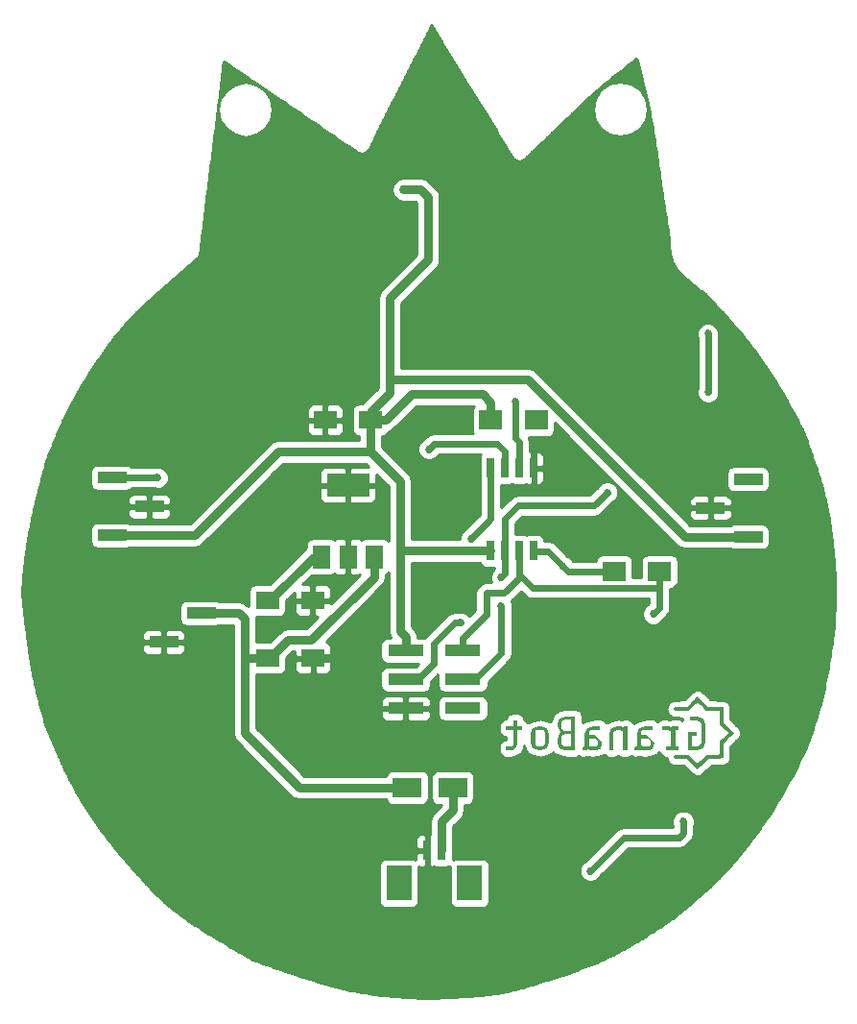
<source format=gbl>
%TF.GenerationSoftware,KiCad,Pcbnew,4.0.7*%
%TF.CreationDate,2018-04-25T10:24:48+02:00*%
%TF.ProjectId,001,3030312E6B696361645F706362000000,rev?*%
%TF.FileFunction,Copper,L2,Bot,Signal*%
%FSLAX46Y46*%
G04 Gerber Fmt 4.6, Leading zero omitted, Abs format (unit mm)*
G04 Created by KiCad (PCBNEW 4.0.7) date 04/25/18 10:24:48*
%MOMM*%
%LPD*%
G01*
G04 APERTURE LIST*
%ADD10C,0.100000*%
%ADD11R,2.200000X3.100000*%
%ADD12R,0.800000X1.700000*%
%ADD13R,3.150000X1.000000*%
%ADD14R,2.510000X1.000000*%
%ADD15R,1.500000X2.000000*%
%ADD16R,3.800000X2.000000*%
%ADD17R,2.000000X1.600000*%
%ADD18R,2.000000X1.700000*%
%ADD19R,2.499360X1.800860*%
%ADD20R,0.650000X1.700000*%
%ADD21C,0.685800*%
%ADD22C,0.609600*%
%ADD23C,0.800000*%
%ADD24C,0.254000*%
G04 APERTURE END LIST*
D10*
G36*
X160241423Y-119836437D02*
X160357553Y-119720693D01*
X160473828Y-119604800D01*
X160590210Y-119488800D01*
X160706383Y-119373013D01*
X160869671Y-119373013D01*
X161033166Y-119373013D01*
X161196810Y-119373013D01*
X161360159Y-119373013D01*
X161527247Y-119363413D01*
X161694545Y-119353813D01*
X161861996Y-119344213D01*
X162029146Y-119334613D01*
X162032986Y-119167125D01*
X162036826Y-118999424D01*
X162040666Y-118831563D01*
X162044506Y-118664011D01*
X162044506Y-118453909D01*
X162044506Y-118244384D01*
X162044506Y-118033056D01*
X162160223Y-117917461D01*
X162276086Y-117801728D01*
X162392057Y-117685888D01*
X162507817Y-117570251D01*
X162623534Y-117454656D01*
X162739397Y-117338923D01*
X162855367Y-117223083D01*
X162971127Y-117107445D01*
X162855410Y-116991147D01*
X162739547Y-116874699D01*
X162623577Y-116758144D01*
X162507817Y-116641803D01*
X162392099Y-116525504D01*
X162276236Y-116409045D01*
X162160266Y-116292491D01*
X162044506Y-116176149D01*
X162044506Y-115965408D01*
X162044506Y-115755232D01*
X162044506Y-115543253D01*
X162037999Y-115373067D01*
X162031492Y-115202677D01*
X162024986Y-115032117D01*
X162018479Y-114861877D01*
X161848297Y-114849824D01*
X161677901Y-114837771D01*
X161507348Y-114825611D01*
X161337104Y-114813557D01*
X161173402Y-114813557D01*
X161009492Y-114813557D01*
X160845435Y-114813557D01*
X160681671Y-114813557D01*
X160565370Y-114697835D01*
X160448922Y-114581973D01*
X160332367Y-114466005D01*
X160216022Y-114350240D01*
X160099721Y-114234528D01*
X159983273Y-114118656D01*
X159866719Y-114002688D01*
X159750374Y-113886933D01*
X159634783Y-114002645D01*
X159519047Y-114118517D01*
X159403204Y-114234485D01*
X159287571Y-114350240D01*
X159171980Y-114465963D01*
X159056244Y-114581824D01*
X158940401Y-114697792D01*
X158824768Y-114813557D01*
X158635140Y-114813557D01*
X158446031Y-114813557D01*
X158255290Y-114813557D01*
X158072277Y-114821024D01*
X157889766Y-114828491D01*
X157705679Y-114835957D01*
X157633924Y-114998773D01*
X157703930Y-115148032D01*
X157904834Y-115153365D01*
X158105189Y-115158699D01*
X158307274Y-115164032D01*
X158467853Y-115164032D01*
X158628635Y-115164032D01*
X158789563Y-115164032D01*
X158950202Y-115164032D01*
X159071089Y-115042496D01*
X159191645Y-114921291D01*
X159313242Y-114799040D01*
X159449837Y-114668811D01*
X159586058Y-114538944D01*
X159723455Y-114407957D01*
X159869484Y-114529355D01*
X160015111Y-114650411D01*
X160161998Y-114772523D01*
X160292319Y-114902603D01*
X160422283Y-115032331D01*
X160553369Y-115163179D01*
X160741119Y-115165312D01*
X160928356Y-115167445D01*
X161117210Y-115169579D01*
X161304961Y-115171712D01*
X161492198Y-115173845D01*
X161681052Y-115175979D01*
X161683292Y-115363733D01*
X161685532Y-115550965D01*
X161687772Y-115739819D01*
X161690012Y-115927573D01*
X161692252Y-116114805D01*
X161694492Y-116303659D01*
X161825677Y-116435083D01*
X161956501Y-116566155D01*
X162088457Y-116698347D01*
X162219642Y-116829771D01*
X162350466Y-116960832D01*
X162482421Y-117093024D01*
X162353182Y-117222453D01*
X162224295Y-117351520D01*
X162094297Y-117481707D01*
X161965056Y-117611125D01*
X161836170Y-117740192D01*
X161706171Y-117870379D01*
X161702011Y-118060128D01*
X161697851Y-118249365D01*
X161693691Y-118440235D01*
X161689531Y-118629995D01*
X161685371Y-118819232D01*
X161681211Y-119010101D01*
X161491455Y-119014368D01*
X161302220Y-119018635D01*
X161111350Y-119022901D01*
X160921595Y-119027168D01*
X160732359Y-119031435D01*
X160541489Y-119035701D01*
X160414055Y-119162955D01*
X160286972Y-119289856D01*
X160158790Y-119417856D01*
X160023438Y-119545109D01*
X159888455Y-119672021D01*
X159752308Y-119800021D01*
X159614133Y-119670677D01*
X159476337Y-119541696D01*
X159337350Y-119411595D01*
X159207095Y-119282251D01*
X159077197Y-119153269D01*
X158946176Y-119023168D01*
X158736359Y-119023168D01*
X158527119Y-119023168D01*
X158316070Y-119023168D01*
X158114460Y-119029568D01*
X157913403Y-119035968D01*
X157710608Y-119042368D01*
X157634085Y-119205995D01*
X157697776Y-119354837D01*
X157875725Y-119361237D01*
X158053187Y-119367637D01*
X158232181Y-119374037D01*
X158421211Y-119374037D01*
X158609722Y-119374037D01*
X158799860Y-119374037D01*
X158915524Y-119489824D01*
X159031333Y-119605771D01*
X159147249Y-119721813D01*
X159262956Y-119837643D01*
X159384942Y-119953387D01*
X159507082Y-120069280D01*
X159629333Y-120185280D01*
X159751364Y-120301067D01*
X159873817Y-120185280D01*
X159996422Y-120069333D01*
X160119141Y-119953291D01*
X160241638Y-119837461D01*
X160241587Y-119838037D01*
X160241423Y-119836437D01*
X160241423Y-119836437D01*
G37*
G36*
X159671411Y-118637163D02*
X160244785Y-118457451D01*
X160441615Y-117909749D01*
X160441615Y-116369344D01*
X160244785Y-115825920D01*
X159671411Y-115641931D01*
X159068085Y-115641931D01*
X159068085Y-115967125D01*
X159714201Y-115967125D01*
X159970935Y-116061312D01*
X160069346Y-116288096D01*
X160069346Y-117991104D01*
X159970935Y-118217877D01*
X159714201Y-118312064D01*
X159294867Y-118312064D01*
X159294867Y-117383541D01*
X159667133Y-117383541D01*
X159667133Y-117062613D01*
X158939718Y-117062613D01*
X158939718Y-118637259D01*
X159671411Y-118637259D01*
X159671411Y-118637163D01*
X159671411Y-118637163D01*
G37*
G36*
X157796982Y-118316245D02*
X157796982Y-116818624D01*
X158109343Y-116818624D01*
X158109343Y-116497707D01*
X157454670Y-116497707D01*
X157454670Y-116613237D01*
X157112357Y-116497707D01*
X156671630Y-116497707D01*
X156671630Y-116840021D01*
X157155147Y-116840021D01*
X157360534Y-116929835D01*
X157433270Y-117105269D01*
X157433270Y-118316203D01*
X156966869Y-118316203D01*
X156966869Y-118637120D01*
X158109338Y-118637120D01*
X158109338Y-118316203D01*
X157796977Y-118316203D01*
X157796982Y-118316245D01*
X157796982Y-118316245D01*
G37*
G36*
X154446331Y-118637163D02*
X154985471Y-118316288D01*
X154822873Y-118256341D01*
X154788643Y-118102293D01*
X154788643Y-117631616D01*
X155323507Y-117631616D01*
X155507500Y-117704363D01*
X155580236Y-117888352D01*
X155580236Y-118102293D01*
X155528886Y-118264896D01*
X155366288Y-118316203D01*
X154985465Y-118316203D01*
X154985471Y-118316288D01*
X154446331Y-118637163D01*
X154570419Y-118602923D01*
X154681670Y-118508736D01*
X154942684Y-118637109D01*
X155323507Y-118637109D01*
X155798466Y-118508736D01*
X155943949Y-118059456D01*
X155943949Y-117973909D01*
X155319228Y-117310677D01*
X154788643Y-117310677D01*
X154788643Y-117096736D01*
X154869945Y-116891349D01*
X155109564Y-116818603D01*
X155772795Y-116818603D01*
X155772795Y-116497685D01*
X155152353Y-116497685D01*
X154604653Y-116660288D01*
X154424939Y-117182315D01*
X154424939Y-118209248D01*
X154377867Y-118307701D01*
X154210989Y-118337675D01*
X154210989Y-118637205D01*
X154446329Y-118637205D01*
X154446331Y-118637163D01*
X154446331Y-118637163D01*
G37*
G36*
X153209459Y-116497707D02*
X153209459Y-116600427D01*
X152867147Y-116497707D01*
X152670317Y-116497707D01*
X152156848Y-116660309D01*
X151985692Y-117182336D01*
X151985692Y-118637163D01*
X152349399Y-118637163D01*
X152349399Y-117096757D01*
X152426423Y-116895648D01*
X152627532Y-116818635D01*
X152909940Y-116818635D01*
X153119606Y-116895648D01*
X153188065Y-117053963D01*
X153188065Y-118637163D01*
X153551772Y-118637163D01*
X153551772Y-116497707D01*
X153209459Y-116497707D01*
X153209459Y-116497707D01*
G37*
G36*
X149833134Y-118637163D02*
X150372274Y-118316288D01*
X150209676Y-118256341D01*
X150175446Y-118102293D01*
X150175446Y-117631616D01*
X150710310Y-117631616D01*
X150894303Y-117704363D01*
X150967050Y-117888352D01*
X150967050Y-118102293D01*
X150915700Y-118264896D01*
X150753102Y-118316203D01*
X150372278Y-118316203D01*
X150372274Y-118316288D01*
X149833134Y-118637163D01*
X149957222Y-118602923D01*
X150068474Y-118508736D01*
X150329487Y-118637109D01*
X150710310Y-118637109D01*
X151185269Y-118508736D01*
X151330752Y-118059456D01*
X151330752Y-117973909D01*
X150706031Y-117310677D01*
X150175446Y-117310677D01*
X150175446Y-117096736D01*
X150256748Y-116891349D01*
X150496367Y-116818603D01*
X151159598Y-116818603D01*
X151159598Y-116497685D01*
X150539156Y-116497685D01*
X149991456Y-116660288D01*
X149811742Y-117182315D01*
X149811742Y-118209248D01*
X149764670Y-118307701D01*
X149597792Y-118337675D01*
X149597792Y-118637205D01*
X149833132Y-118637205D01*
X149833134Y-118637163D01*
X149833134Y-118637163D01*
G37*
G36*
X147363938Y-117961088D02*
X148091357Y-116908469D01*
X147868853Y-116822923D01*
X147778997Y-116596139D01*
X147778997Y-116270944D01*
X147778992Y-116270923D01*
X147856016Y-116035584D01*
X148091357Y-115962837D01*
X148574873Y-115962837D01*
X148574873Y-116908469D01*
X148091357Y-116908469D01*
X147363938Y-117961088D01*
X147736203Y-117537504D01*
X147821781Y-117314997D01*
X148048563Y-117229451D01*
X148574868Y-117229451D01*
X148574868Y-118316299D01*
X148052842Y-118316299D01*
X147813223Y-118243552D01*
X147736199Y-118003936D01*
X147736199Y-117537536D01*
X147736203Y-117537504D01*
X147363938Y-117961088D01*
X147535094Y-118483115D01*
X148091353Y-118637163D01*
X148947134Y-118637163D01*
X148947134Y-115641931D01*
X148142699Y-115641931D01*
X147586441Y-115795968D01*
X147406726Y-116309440D01*
X147406726Y-116553333D01*
X147642067Y-117049685D01*
X147363938Y-117575989D01*
X147363938Y-117961088D01*
X147363938Y-117961088D01*
G37*
G36*
X145053060Y-117952533D02*
X145416767Y-117096757D01*
X145498068Y-116891371D01*
X145737687Y-116818624D01*
X145964469Y-116818624D01*
X146204089Y-116891371D01*
X146285390Y-117096757D01*
X146285390Y-118038112D01*
X146204089Y-118243499D01*
X145964469Y-118316245D01*
X145737687Y-118316245D01*
X145498068Y-118243499D01*
X145416767Y-118038112D01*
X145416767Y-117096757D01*
X145053060Y-117952533D01*
X145232774Y-118474560D01*
X145780475Y-118637163D01*
X145921678Y-118637163D01*
X146473658Y-118474560D01*
X146649092Y-117952533D01*
X146649092Y-117182336D01*
X146473658Y-116660309D01*
X145921678Y-116497707D01*
X145780475Y-116497707D01*
X145232774Y-116660309D01*
X145053060Y-117182336D01*
X145053060Y-117952533D01*
X145053060Y-117952533D01*
G37*
G36*
X143384018Y-118637163D02*
X143717773Y-118495957D01*
X143833303Y-118123691D01*
X143833303Y-116818624D01*
X144239799Y-116818624D01*
X144239799Y-116497707D01*
X143833303Y-116497707D01*
X143833303Y-115984235D01*
X143469597Y-115984235D01*
X143469597Y-116497707D01*
X142844876Y-116497707D01*
X142844876Y-116818624D01*
X143469597Y-116818624D01*
X143469597Y-118145088D01*
X143422525Y-118277728D01*
X143277042Y-118316235D01*
X142844873Y-118316235D01*
X142844873Y-118637152D01*
X143384015Y-118637152D01*
X143384018Y-118637163D01*
X143384018Y-118637163D01*
G37*
D11*
X133400000Y-130355000D03*
X139650000Y-130355000D03*
D12*
X135900000Y-127455000D03*
X137150000Y-127455000D03*
D13*
X134000000Y-114935000D03*
X139050000Y-114935000D03*
X134000000Y-112395000D03*
X139050000Y-112395000D03*
X134000000Y-109855000D03*
X139050000Y-109855000D03*
D14*
X115959000Y-106553000D03*
X112649000Y-109093000D03*
D15*
X131205000Y-101575000D03*
X126605000Y-101575000D03*
X128905000Y-101575000D03*
D16*
X128905000Y-95275000D03*
D14*
X111387000Y-97155000D03*
X108077000Y-94615000D03*
X108077000Y-99695000D03*
X164211000Y-94742000D03*
X164211000Y-99822000D03*
X160901000Y-97282000D03*
D17*
X125825000Y-110515400D03*
X121825000Y-110515400D03*
X125799600Y-105435400D03*
X121799600Y-105435400D03*
X126905000Y-89535000D03*
X130905000Y-89535000D03*
D18*
X145510000Y-89535000D03*
X141510000Y-89535000D03*
X156400000Y-102870000D03*
X152400000Y-102870000D03*
D19*
X134145020Y-121920000D03*
X138142980Y-121920000D03*
D20*
X141478000Y-93759000D03*
X142748000Y-93759000D03*
X144018000Y-93759000D03*
X145288000Y-93759000D03*
X145288000Y-101059000D03*
X144018000Y-101059000D03*
X142748000Y-101059000D03*
X141478000Y-101059000D03*
D21*
X137769600Y-94665800D03*
X145338800Y-91948000D03*
X135102600Y-105816400D03*
X130911600Y-107315000D03*
X160901000Y-97282000D03*
X133903574Y-109852085D03*
X121799600Y-105435400D03*
X133807200Y-69215000D03*
X155840170Y-106617419D03*
X145476411Y-89483946D03*
X112115600Y-94615000D03*
X136042400Y-92100400D03*
X143678809Y-87910466D03*
X138890179Y-114961891D03*
X139750800Y-99974400D03*
X138834440Y-107382073D03*
X147822681Y-102355167D03*
X142443200Y-105928376D03*
X142434663Y-103381533D03*
X164211000Y-94742000D03*
X151790400Y-95910400D03*
X158496000Y-124917200D03*
X150291800Y-129260600D03*
X160655000Y-81915000D03*
X160680400Y-87071200D03*
D22*
X145288000Y-93759000D02*
X145288000Y-91998800D01*
X145288000Y-91998800D02*
X145338800Y-91948000D01*
D23*
X127711200Y-110515400D02*
X130911600Y-107315000D01*
X125825000Y-110515400D02*
X127711200Y-110515400D01*
X128905000Y-101575000D02*
X128905000Y-102330000D01*
X133502400Y-101269800D02*
X133713200Y-101059000D01*
X133713200Y-101059000D02*
X141478000Y-101059000D01*
X121799600Y-105435400D02*
X121999600Y-105435400D01*
X125860000Y-101575000D02*
X126605000Y-101575000D01*
X121999600Y-105435400D02*
X125860000Y-101575000D01*
X133502400Y-101269800D02*
X133502400Y-108141661D01*
X133502400Y-108141661D02*
X134000000Y-108639261D01*
X134000000Y-108639261D02*
X134000000Y-109855000D01*
X130905000Y-89535000D02*
X130905000Y-88799508D01*
X130905000Y-88799508D02*
X132588000Y-87116508D01*
X132588000Y-87116508D02*
X132588000Y-86252000D01*
X141510000Y-89535000D02*
X141510000Y-87958787D01*
X141510000Y-87958787D02*
X140799768Y-87248555D01*
X140799768Y-87248555D02*
X134515520Y-87248555D01*
X134515520Y-87248555D02*
X132229075Y-89535000D01*
X132229075Y-89535000D02*
X130905000Y-89535000D01*
X164211000Y-99822000D02*
X158656276Y-99822000D01*
X158656276Y-99822000D02*
X144819664Y-85985388D01*
X144819664Y-85985388D02*
X132854612Y-85985388D01*
X132854612Y-85985388D02*
X132588000Y-86252000D01*
X108077000Y-99695000D02*
X115366800Y-99695000D01*
X115366800Y-99695000D02*
X122739400Y-92322400D01*
X122739400Y-92322400D02*
X130905000Y-92322400D01*
X133502400Y-101269800D02*
X133502400Y-94919800D01*
X133647200Y-101125000D02*
X133502400Y-101269800D01*
X135991600Y-69900800D02*
X135305800Y-69215000D01*
X135305800Y-69215000D02*
X133807200Y-69215000D01*
X135991600Y-75387200D02*
X135991600Y-69900800D01*
X132588000Y-78790800D02*
X135991600Y-75387200D01*
X132588000Y-86252000D02*
X132588000Y-78790800D01*
X133502400Y-94919800D02*
X130905000Y-92322400D01*
X130905000Y-92322400D02*
X130905000Y-89535000D01*
X126605000Y-101575000D02*
X126605000Y-101325000D01*
D22*
X145199863Y-104351289D02*
X144145000Y-103296426D01*
X144145000Y-103296426D02*
X144018000Y-103169426D01*
X139050000Y-109855000D02*
X139050000Y-108745400D01*
X139050000Y-108745400D02*
X141097000Y-106698400D01*
X141097000Y-106698400D02*
X141097000Y-104775000D01*
X141097000Y-104775000D02*
X142666426Y-104775000D01*
X142666426Y-104775000D02*
X144145000Y-103296426D01*
X156360390Y-104351289D02*
X145199863Y-104351289D01*
X144018000Y-103169426D02*
X144018000Y-102518600D01*
X144018000Y-102518600D02*
X144018000Y-101059000D01*
X156400000Y-102870000D02*
X156400000Y-104329600D01*
X156400000Y-106057589D02*
X156183069Y-106274520D01*
X156400000Y-102870000D02*
X156400000Y-106057589D01*
X156183069Y-106274520D02*
X155840170Y-106617419D01*
D23*
X134875000Y-121920000D02*
X124612400Y-121920000D01*
X124612400Y-121920000D02*
X119786096Y-117093696D01*
X119786096Y-117093696D02*
X119786096Y-110376167D01*
X119786096Y-110376167D02*
X119856535Y-110305728D01*
X122025000Y-110515400D02*
X121825000Y-110515400D01*
X131205000Y-101575000D02*
X131205000Y-103375000D01*
X131205000Y-103375000D02*
X125664600Y-108915400D01*
X125664600Y-108915400D02*
X123625000Y-108915400D01*
X123625000Y-108915400D02*
X122025000Y-110515400D01*
X119786400Y-107061000D02*
X119278400Y-106553000D01*
X119278400Y-106553000D02*
X118014000Y-106553000D01*
X119786400Y-110276800D02*
X119786400Y-107061000D01*
X121825000Y-110515400D02*
X120025000Y-110515400D01*
X120025000Y-110515400D02*
X119786400Y-110276800D01*
X115959000Y-106553000D02*
X118014000Y-106553000D01*
X137150000Y-124927200D02*
X138175000Y-123902200D01*
X138175000Y-123902200D02*
X138175000Y-121920000D01*
X137150000Y-127455000D02*
X137150000Y-124927200D01*
D22*
X136042400Y-92100400D02*
X136521349Y-91621451D01*
X136521349Y-91621451D02*
X142070051Y-91621451D01*
X142070051Y-91621451D02*
X142748000Y-92299400D01*
X142748000Y-92299400D02*
X142748000Y-93759000D01*
X112115600Y-94615000D02*
X108077000Y-94615000D01*
X143678809Y-87910466D02*
X143678809Y-91100809D01*
X143678809Y-91100809D02*
X144018000Y-91440000D01*
X144018000Y-91440000D02*
X144018000Y-93759000D01*
X141478000Y-93853000D02*
X141478000Y-98247200D01*
X141478000Y-98247200D02*
X139750800Y-99974400D01*
X138917070Y-114935000D02*
X138890179Y-114961891D01*
X139050000Y-114935000D02*
X138917070Y-114935000D01*
X138349507Y-107382073D02*
X138834440Y-107382073D01*
X134000000Y-112395000D02*
X135075000Y-112395000D01*
X135075000Y-112395000D02*
X136474200Y-110995800D01*
X136474200Y-109257380D02*
X138349507Y-107382073D01*
X136474200Y-110995800D02*
X136474200Y-109257380D01*
X147479782Y-102012268D02*
X147822681Y-102355167D01*
X145415000Y-101125000D02*
X146592514Y-101125000D01*
X152400000Y-102870000D02*
X148337514Y-102870000D01*
X146592514Y-101125000D02*
X147479782Y-102012268D01*
X148165580Y-102698066D02*
X147822681Y-102355167D01*
X148337514Y-102870000D02*
X148165580Y-102698066D01*
X142777562Y-103038634D02*
X142748000Y-103009072D01*
X142748000Y-103009072D02*
X142748000Y-101059000D01*
X142443200Y-106413309D02*
X142443200Y-105928376D01*
X142443200Y-110076800D02*
X142443200Y-106413309D01*
X140125000Y-112395000D02*
X142443200Y-110076800D01*
X139050000Y-112395000D02*
X140125000Y-112395000D01*
X142777562Y-103038634D02*
X142434663Y-103381533D01*
X143916400Y-97078800D02*
X150622000Y-97078800D01*
X150622000Y-97078800D02*
X151790400Y-95910400D01*
X142748000Y-98247200D02*
X143916400Y-97078800D01*
X142748000Y-99867400D02*
X142748000Y-98247200D01*
X142748000Y-101252000D02*
X142748000Y-99867400D01*
X158115000Y-126314200D02*
X158496000Y-125933200D01*
X158496000Y-125933200D02*
X158496000Y-124917200D01*
X153238200Y-126314200D02*
X158115000Y-126314200D01*
X150291800Y-129260600D02*
X153238200Y-126314200D01*
X160680400Y-87071200D02*
X160680400Y-81940400D01*
X160680400Y-81940400D02*
X160655000Y-81915000D01*
D24*
G36*
X136286294Y-54779140D02*
X136286295Y-54779141D01*
X136452680Y-55049515D01*
X136951835Y-55860643D01*
X137118219Y-56131017D01*
X137118220Y-56131020D01*
X137284605Y-56401395D01*
X137284606Y-56401396D01*
X137450991Y-56671770D01*
X138282916Y-58023650D01*
X138282917Y-58023653D01*
X138449302Y-58294024D01*
X138449302Y-58294025D01*
X139447612Y-59916281D01*
X139447613Y-59916284D01*
X139613998Y-60186655D01*
X139613998Y-60186656D01*
X140445923Y-61538536D01*
X140612307Y-61808910D01*
X140612308Y-61808913D01*
X140778693Y-62079288D01*
X140778695Y-62079290D01*
X140945078Y-62349663D01*
X140945079Y-62349665D01*
X141111464Y-62620039D01*
X141610619Y-63431167D01*
X141777003Y-63701541D01*
X141777004Y-63701544D01*
X141943389Y-63971919D01*
X141943391Y-63971921D01*
X142109774Y-64242294D01*
X142276159Y-64512670D01*
X142276160Y-64512672D01*
X142442545Y-64783046D01*
X142608930Y-65053422D01*
X142775314Y-65323796D01*
X142775315Y-65323799D01*
X142941700Y-65594174D01*
X142941702Y-65594176D01*
X143108085Y-65864549D01*
X143108086Y-65864551D01*
X143274471Y-66134925D01*
X143440856Y-66405301D01*
X143489544Y-66457773D01*
X143527799Y-66518280D01*
X143579565Y-66554793D01*
X143622650Y-66601226D01*
X143687714Y-66631073D01*
X143746210Y-66672332D01*
X143808004Y-66686254D01*
X143865582Y-66712667D01*
X143937117Y-66715343D01*
X144006948Y-66731076D01*
X144069366Y-66720291D01*
X144132668Y-66722659D01*
X144199783Y-66697756D01*
X144270319Y-66685568D01*
X144323859Y-66651717D01*
X144383248Y-66629681D01*
X144435720Y-66580993D01*
X144496227Y-66542738D01*
X144717395Y-66332466D01*
X144717409Y-66332446D01*
X144717430Y-66332433D01*
X144938585Y-66122143D01*
X144938615Y-66122101D01*
X144938657Y-66122074D01*
X145159786Y-65911749D01*
X145159831Y-65911686D01*
X145159895Y-65911645D01*
X145380983Y-65701266D01*
X145381041Y-65701184D01*
X145381126Y-65701130D01*
X145602162Y-65490679D01*
X145602234Y-65490576D01*
X145602342Y-65490508D01*
X145823311Y-65279968D01*
X145823400Y-65279842D01*
X145823527Y-65279761D01*
X146044417Y-65069113D01*
X146044518Y-65068969D01*
X146044666Y-65068875D01*
X146265463Y-64858102D01*
X146265580Y-64857935D01*
X146265752Y-64857826D01*
X146486442Y-64646909D01*
X146486572Y-64646724D01*
X146486763Y-64646602D01*
X146707334Y-64435525D01*
X146707479Y-64435318D01*
X146707694Y-64435181D01*
X146928131Y-64223924D01*
X146928290Y-64223697D01*
X146928526Y-64223546D01*
X147148817Y-64012092D01*
X147148990Y-64011844D01*
X147149245Y-64011681D01*
X147369378Y-63800013D01*
X147369566Y-63799743D01*
X147369845Y-63799564D01*
X147589805Y-63587662D01*
X147590007Y-63587372D01*
X147590304Y-63587181D01*
X147810077Y-63375029D01*
X147810292Y-63374719D01*
X147810610Y-63374514D01*
X148030186Y-63162094D01*
X148030360Y-63161843D01*
X148030617Y-63161677D01*
X148250035Y-62949038D01*
X148250082Y-62948970D01*
X148250153Y-62948924D01*
X148469321Y-62736424D01*
X148469323Y-62736423D01*
X148688807Y-62523805D01*
X148907502Y-62312428D01*
X149098583Y-62128400D01*
X150515101Y-62128400D01*
X150699183Y-63053843D01*
X151223404Y-63838396D01*
X152007957Y-64362617D01*
X152933400Y-64546699D01*
X153858843Y-64362617D01*
X154643396Y-63838396D01*
X155167617Y-63053843D01*
X155351699Y-62128400D01*
X155167617Y-61202957D01*
X154643396Y-60418404D01*
X153858843Y-59894183D01*
X152933400Y-59710101D01*
X152007957Y-59894183D01*
X151223404Y-60418404D01*
X150699183Y-61202957D01*
X150515101Y-62128400D01*
X149098583Y-62128400D01*
X149126740Y-62101283D01*
X149345781Y-61891373D01*
X149565239Y-61682387D01*
X149785188Y-61474537D01*
X150005463Y-61268252D01*
X150226699Y-61063216D01*
X150448650Y-60859931D01*
X150671455Y-60658536D01*
X150895447Y-60459001D01*
X151120484Y-60261712D01*
X151346869Y-60066665D01*
X151574977Y-59873779D01*
X151804958Y-59682895D01*
X152036894Y-59493717D01*
X152270712Y-59306080D01*
X152506367Y-59119790D01*
X152743484Y-58934921D01*
X152982182Y-58751149D01*
X153222385Y-58568311D01*
X153463815Y-58386394D01*
X153706317Y-58205284D01*
X153949852Y-58024787D01*
X154194256Y-57844795D01*
X154376328Y-57711391D01*
X154403055Y-57810285D01*
X154497485Y-58162060D01*
X154591123Y-58514075D01*
X154683630Y-58865839D01*
X154774889Y-59217731D01*
X154864544Y-59569171D01*
X154952588Y-59920959D01*
X155038600Y-60272239D01*
X155122575Y-60623833D01*
X155204210Y-60975341D01*
X155283414Y-61327260D01*
X155359852Y-61679014D01*
X155433423Y-62031050D01*
X155503958Y-62383541D01*
X155571504Y-62736765D01*
X155636379Y-63091199D01*
X155698713Y-63446240D01*
X155758882Y-63802634D01*
X155816998Y-64159612D01*
X155873336Y-64517368D01*
X155928177Y-64876134D01*
X155981737Y-65235719D01*
X156034194Y-65595678D01*
X156085903Y-65956745D01*
X156136979Y-66318009D01*
X156187669Y-66679435D01*
X156238336Y-67041839D01*
X156238364Y-67041919D01*
X156238359Y-67042002D01*
X156289112Y-67404382D01*
X156289218Y-67404686D01*
X156289200Y-67405005D01*
X156340282Y-67767311D01*
X156340461Y-67767823D01*
X156340431Y-67768368D01*
X156392072Y-68130554D01*
X156392272Y-68131123D01*
X156392240Y-68131725D01*
X156444500Y-68493779D01*
X156444688Y-68494311D01*
X156444659Y-68494876D01*
X156497500Y-68856808D01*
X156497675Y-68857301D01*
X156497649Y-68857826D01*
X156551027Y-69219641D01*
X156551190Y-69220096D01*
X156551166Y-69220581D01*
X156605041Y-69582292D01*
X156605191Y-69582710D01*
X156605170Y-69583152D01*
X156659500Y-69944767D01*
X156659637Y-69945147D01*
X156659618Y-69945552D01*
X156714363Y-70307077D01*
X156714486Y-70307418D01*
X156714470Y-70307780D01*
X156769587Y-70669227D01*
X156769697Y-70669531D01*
X156769683Y-70669855D01*
X156825132Y-71031230D01*
X156825228Y-71031495D01*
X156825216Y-71031777D01*
X156880954Y-71393091D01*
X156881037Y-71393320D01*
X156881027Y-71393561D01*
X156937014Y-71754824D01*
X156937083Y-71755014D01*
X156937075Y-71755215D01*
X156993269Y-72116432D01*
X156993324Y-72116582D01*
X156993317Y-72116746D01*
X157049677Y-72477928D01*
X157049719Y-72478042D01*
X157049714Y-72478160D01*
X157106197Y-72839316D01*
X157106225Y-72839393D01*
X157106222Y-72839475D01*
X157162789Y-73200612D01*
X157162803Y-73200649D01*
X157162801Y-73200690D01*
X157212257Y-73516193D01*
X157213905Y-73595234D01*
X157214122Y-73596215D01*
X157213949Y-73597205D01*
X157216917Y-73722276D01*
X157217357Y-73724242D01*
X157217022Y-73726229D01*
X157220704Y-73851015D01*
X157221383Y-73853968D01*
X157220905Y-73856963D01*
X157225656Y-73981322D01*
X157226604Y-73985289D01*
X157226009Y-73989321D01*
X157232188Y-74113108D01*
X157233440Y-74118088D01*
X157232765Y-74123180D01*
X157240727Y-74246254D01*
X157242334Y-74252273D01*
X157241626Y-74258465D01*
X157251729Y-74380683D01*
X157253753Y-74387754D01*
X157253072Y-74395077D01*
X157265673Y-74516296D01*
X157268187Y-74524424D01*
X157267606Y-74532908D01*
X157283059Y-74652986D01*
X157286151Y-74662181D01*
X157285758Y-74671871D01*
X157304423Y-74790665D01*
X157308189Y-74800912D01*
X157308089Y-74811830D01*
X157330321Y-74929197D01*
X157334873Y-74940477D01*
X157335187Y-74952639D01*
X157361345Y-75068436D01*
X157366797Y-75080694D01*
X157367660Y-75094083D01*
X157398097Y-75208167D01*
X157404574Y-75221336D01*
X157406135Y-75235931D01*
X157441211Y-75348162D01*
X157448825Y-75362123D01*
X157451237Y-75377839D01*
X157491307Y-75488072D01*
X157500164Y-75502681D01*
X157503582Y-75519419D01*
X157549003Y-75627511D01*
X157558923Y-75642194D01*
X157563349Y-75659354D01*
X157614325Y-75765208D01*
X157624470Y-75778689D01*
X157629472Y-75794802D01*
X157685741Y-75898458D01*
X157695797Y-75910551D01*
X157701134Y-75925345D01*
X157762345Y-76026869D01*
X157772165Y-76037647D01*
X157777683Y-76051143D01*
X157843483Y-76150599D01*
X157852953Y-76160156D01*
X157858522Y-76172402D01*
X157928562Y-76269859D01*
X157937589Y-76278290D01*
X157943096Y-76289342D01*
X158017021Y-76384862D01*
X158025538Y-76392269D01*
X158030896Y-76402201D01*
X158108357Y-76495852D01*
X158116319Y-76502336D01*
X158121460Y-76511227D01*
X158202107Y-76603075D01*
X158209478Y-76608724D01*
X158214337Y-76616634D01*
X158297815Y-76706744D01*
X158304578Y-76711647D01*
X158309121Y-76718659D01*
X158395081Y-76807096D01*
X158401222Y-76811327D01*
X158405410Y-76817498D01*
X158493500Y-76904330D01*
X158499012Y-76907956D01*
X158502821Y-76913346D01*
X158592691Y-76998638D01*
X158597570Y-77001717D01*
X158600977Y-77006373D01*
X158692271Y-77090191D01*
X158696523Y-77092777D01*
X158699516Y-77096747D01*
X158791887Y-77179156D01*
X158795500Y-77181283D01*
X158798065Y-77184602D01*
X158891160Y-77265668D01*
X158894230Y-77267426D01*
X158896421Y-77270202D01*
X158989951Y-77349994D01*
X158992802Y-77351589D01*
X158994851Y-77354135D01*
X159088745Y-77432730D01*
X159091439Y-77434204D01*
X159093384Y-77436578D01*
X159187616Y-77514057D01*
X159190150Y-77515414D01*
X159191988Y-77517621D01*
X159286536Y-77594063D01*
X159288899Y-77595304D01*
X159290626Y-77597345D01*
X159385466Y-77672829D01*
X159387651Y-77673955D01*
X159389253Y-77675822D01*
X159484358Y-77750429D01*
X159486365Y-77751446D01*
X159487840Y-77753142D01*
X159583188Y-77826952D01*
X159585010Y-77827860D01*
X159586356Y-77829390D01*
X159681922Y-77902481D01*
X159683552Y-77903282D01*
X159684758Y-77904638D01*
X159780518Y-77977091D01*
X159781950Y-77977785D01*
X159783014Y-77978971D01*
X159878943Y-78050866D01*
X159880180Y-78051459D01*
X159881099Y-78052475D01*
X159977174Y-78123892D01*
X159978211Y-78124384D01*
X159978984Y-78125233D01*
X160075180Y-78196249D01*
X160076010Y-78196639D01*
X160076630Y-78197317D01*
X160172924Y-78268016D01*
X160173547Y-78268307D01*
X160174014Y-78268815D01*
X160270379Y-78339274D01*
X160270801Y-78339470D01*
X160271115Y-78339811D01*
X160367529Y-78410110D01*
X160367736Y-78410206D01*
X160367889Y-78410372D01*
X160413012Y-78443228D01*
X160593374Y-78634275D01*
X160817173Y-78871603D01*
X161040056Y-79108499D01*
X161262835Y-79346096D01*
X161484310Y-79583383D01*
X161704923Y-79821099D01*
X161924365Y-80059178D01*
X162142714Y-80297973D01*
X162359628Y-80537381D01*
X162575041Y-80777595D01*
X162788807Y-81018727D01*
X163000733Y-81260821D01*
X163210719Y-81504033D01*
X163418705Y-81748571D01*
X163624483Y-81994460D01*
X163827994Y-82241904D01*
X164029278Y-82491115D01*
X164228376Y-82742135D01*
X164425348Y-82995016D01*
X164620147Y-83249677D01*
X164812764Y-83506081D01*
X165003201Y-83764215D01*
X165191361Y-84023919D01*
X165377309Y-84285263D01*
X165561131Y-84548343D01*
X165742633Y-84812868D01*
X165921974Y-85079043D01*
X166099015Y-85346645D01*
X166273763Y-85615658D01*
X166446277Y-85886155D01*
X166616586Y-86158164D01*
X166784543Y-86431417D01*
X166950542Y-86706352D01*
X167114616Y-86982707D01*
X167276958Y-87260484D01*
X167437754Y-87539674D01*
X167597043Y-87820011D01*
X167755110Y-88101659D01*
X167911994Y-88384347D01*
X168067917Y-88668130D01*
X168222824Y-88952555D01*
X168377000Y-89237792D01*
X168530854Y-89524239D01*
X168684097Y-89811006D01*
X168836922Y-90098084D01*
X168990051Y-90386469D01*
X168990053Y-90386471D01*
X169118340Y-90628381D01*
X169172644Y-90784330D01*
X169172644Y-90784331D01*
X169244097Y-90989626D01*
X169244097Y-90989627D01*
X169315558Y-91195141D01*
X169386696Y-91400021D01*
X169457783Y-91605145D01*
X169457783Y-91605146D01*
X169528692Y-91810246D01*
X169599389Y-92015323D01*
X169669849Y-92220406D01*
X169740280Y-92426195D01*
X169809935Y-92630606D01*
X169879771Y-92836547D01*
X169948869Y-93041410D01*
X170017829Y-93247069D01*
X170086222Y-93452342D01*
X170154179Y-93657726D01*
X170221632Y-93863110D01*
X170288575Y-94068685D01*
X170354801Y-94274198D01*
X170420059Y-94479257D01*
X170484352Y-94684278D01*
X170547599Y-94889403D01*
X170609551Y-95094231D01*
X170670217Y-95299206D01*
X170729372Y-95503988D01*
X170786961Y-95708808D01*
X170842808Y-95913473D01*
X170896894Y-96118357D01*
X170948979Y-96323011D01*
X170999062Y-96527893D01*
X171046972Y-96732808D01*
X171092578Y-96937675D01*
X171135880Y-97142985D01*
X171176998Y-97349081D01*
X171216098Y-97556080D01*
X171253338Y-97764035D01*
X171288840Y-97972799D01*
X171322765Y-98182458D01*
X171355232Y-98392820D01*
X171386426Y-98604118D01*
X171416451Y-98816033D01*
X171445454Y-99028509D01*
X171473648Y-99242018D01*
X171501134Y-99456157D01*
X171528048Y-99670767D01*
X171554539Y-99885797D01*
X171580785Y-100101415D01*
X171606324Y-100312505D01*
X171623185Y-100473552D01*
X171640524Y-100639816D01*
X171640524Y-100639817D01*
X171657785Y-100806645D01*
X171674684Y-100971952D01*
X171691365Y-101137793D01*
X171707652Y-101303094D01*
X171723503Y-101468108D01*
X171738863Y-101632943D01*
X171753676Y-101797726D01*
X171767816Y-101961773D01*
X171781300Y-102126010D01*
X171794023Y-102290015D01*
X171805913Y-102453649D01*
X171816930Y-102617272D01*
X171826972Y-102780306D01*
X171836028Y-102943555D01*
X171844051Y-103106755D01*
X171851066Y-103269863D01*
X171857126Y-103433623D01*
X171862218Y-103596956D01*
X171866400Y-103761032D01*
X171869671Y-103924715D01*
X171872072Y-104088849D01*
X171873623Y-104253248D01*
X171874344Y-104417297D01*
X171874265Y-104581775D01*
X171873406Y-104746491D01*
X171871799Y-104910971D01*
X171869464Y-105075628D01*
X171866425Y-105240520D01*
X171862707Y-105405475D01*
X171858345Y-105570263D01*
X171853351Y-105735618D01*
X171847787Y-105900815D01*
X171841668Y-106066524D01*
X171835072Y-106231824D01*
X171827997Y-106397726D01*
X171820538Y-106563017D01*
X171812650Y-106729507D01*
X171804445Y-106895706D01*
X171795942Y-107062074D01*
X171787217Y-107227942D01*
X171778239Y-107394658D01*
X171769086Y-107561536D01*
X171759799Y-107728580D01*
X171750421Y-107895781D01*
X171742631Y-108034026D01*
X171694117Y-108374820D01*
X171641438Y-108743005D01*
X171641438Y-108743006D01*
X171588123Y-109111915D01*
X171534198Y-109479549D01*
X171479290Y-109846645D01*
X171423177Y-110212962D01*
X171365579Y-110578601D01*
X171306294Y-110943206D01*
X171244988Y-111307238D01*
X171181458Y-111670349D01*
X171115475Y-112032387D01*
X171046751Y-112393524D01*
X170975034Y-112753725D01*
X170900141Y-113112630D01*
X170821727Y-113470670D01*
X170739618Y-113827478D01*
X170653551Y-114183372D01*
X170563449Y-114538310D01*
X170469299Y-114892040D01*
X170371006Y-115244631D01*
X170268559Y-115595833D01*
X170161864Y-115945690D01*
X170050899Y-116293997D01*
X169935644Y-116640556D01*
X169815971Y-116985504D01*
X169691900Y-117328529D01*
X169563370Y-117669556D01*
X169430307Y-118008548D01*
X169292720Y-118345257D01*
X169150475Y-118679782D01*
X169003602Y-119011832D01*
X168851862Y-119341772D01*
X168695377Y-119669744D01*
X168534274Y-119996243D01*
X168368908Y-120321279D01*
X168199538Y-120645070D01*
X168026459Y-120967770D01*
X167849964Y-121289531D01*
X167670377Y-121610454D01*
X167487947Y-121930781D01*
X167303077Y-122250488D01*
X167115905Y-122570011D01*
X166926993Y-122889066D01*
X166736455Y-123208133D01*
X166544512Y-123527513D01*
X166351903Y-123846644D01*
X166168957Y-124149125D01*
X166023481Y-124359888D01*
X166023480Y-124359890D01*
X165866890Y-124586449D01*
X165709718Y-124813237D01*
X165552524Y-125039143D01*
X165395016Y-125264281D01*
X165237228Y-125488310D01*
X165078773Y-125711480D01*
X164919456Y-125933774D01*
X164759556Y-126154510D01*
X164598502Y-126374194D01*
X164436460Y-126592316D01*
X164273043Y-126809114D01*
X164108351Y-127024182D01*
X163942197Y-127237494D01*
X163774356Y-127449074D01*
X163604731Y-127658781D01*
X163432999Y-127866870D01*
X163259319Y-128073190D01*
X163083414Y-128278119D01*
X162905544Y-128481392D01*
X162725643Y-128683139D01*
X162543877Y-128883213D01*
X162360115Y-129081808D01*
X162174557Y-129278748D01*
X161987194Y-129474086D01*
X161798058Y-129667834D01*
X161607154Y-129860025D01*
X161414585Y-130050598D01*
X161220453Y-130239491D01*
X161024641Y-130426859D01*
X160827298Y-130612597D01*
X160628397Y-130796777D01*
X160427864Y-130979594D01*
X160225813Y-131161125D01*
X160022289Y-131341518D01*
X159817359Y-131520889D01*
X159610984Y-131699455D01*
X159403548Y-131877065D01*
X159195144Y-132053827D01*
X158985639Y-132230032D01*
X158775330Y-132405614D01*
X158563986Y-132580948D01*
X158352029Y-132755865D01*
X158139381Y-132930612D01*
X157925724Y-133105634D01*
X157712445Y-133279974D01*
X157712446Y-133279974D01*
X157522836Y-133434804D01*
X157324241Y-133568393D01*
X157324240Y-133568393D01*
X157099035Y-133719716D01*
X156874362Y-133870348D01*
X156649707Y-134020471D01*
X156425199Y-134169834D01*
X156200465Y-134318524D01*
X155975682Y-134466260D01*
X155750387Y-134613184D01*
X155525079Y-134758811D01*
X155299246Y-134903310D01*
X155073183Y-135046340D01*
X154846373Y-135188066D01*
X154619120Y-135328143D01*
X154391065Y-135466637D01*
X154162574Y-135603176D01*
X153932986Y-135738001D01*
X153702642Y-135870800D01*
X153471020Y-136001825D01*
X153238486Y-136130824D01*
X153004984Y-136257783D01*
X152770318Y-136382767D01*
X152534813Y-136505558D01*
X152298250Y-136626226D01*
X152060743Y-136744669D01*
X151822354Y-136860814D01*
X151582928Y-136974691D01*
X151342538Y-137086220D01*
X151101322Y-137195294D01*
X150859129Y-137301938D01*
X150616042Y-137406069D01*
X150372101Y-137507626D01*
X150127137Y-137606648D01*
X149880809Y-137703368D01*
X149633203Y-137797930D01*
X149384327Y-137890511D01*
X149134318Y-137981242D01*
X148883256Y-138070278D01*
X148630794Y-138157921D01*
X148377608Y-138244116D01*
X148123603Y-138329082D01*
X147868465Y-138413108D01*
X147612611Y-138496237D01*
X147355976Y-138578678D01*
X147098248Y-138660714D01*
X146841207Y-138741968D01*
X146841206Y-138741968D01*
X146582495Y-138823373D01*
X146582491Y-138823373D01*
X146323276Y-138904745D01*
X146320434Y-138906300D01*
X146317217Y-138906678D01*
X146095132Y-138978666D01*
X145873907Y-139050156D01*
X145653369Y-139120984D01*
X145433147Y-139191054D01*
X145213348Y-139260118D01*
X144993765Y-139328026D01*
X144774589Y-139394508D01*
X144555693Y-139459394D01*
X144337163Y-139522453D01*
X144118622Y-139583589D01*
X143900432Y-139642495D01*
X143682331Y-139699048D01*
X143464344Y-139753038D01*
X143246377Y-139804296D01*
X143028374Y-139852640D01*
X142810153Y-139897919D01*
X142591191Y-139940187D01*
X142371096Y-139979658D01*
X142150049Y-140016442D01*
X141927906Y-140050713D01*
X141704772Y-140082598D01*
X141480909Y-140112212D01*
X141256018Y-140139740D01*
X141030336Y-140165301D01*
X140803910Y-140189039D01*
X140576757Y-140211105D01*
X140348757Y-140231658D01*
X140120475Y-140250801D01*
X139891299Y-140268737D01*
X139661685Y-140285584D01*
X139431540Y-140301499D01*
X139201253Y-140316609D01*
X138970874Y-140330995D01*
X138739755Y-140344746D01*
X138509340Y-140357824D01*
X138278358Y-140370349D01*
X138047224Y-140382346D01*
X137816600Y-140393830D01*
X137584787Y-140404934D01*
X137353623Y-140415616D01*
X137122135Y-140425970D01*
X136890371Y-140436044D01*
X136658573Y-140445873D01*
X136426949Y-140455500D01*
X136194982Y-140464994D01*
X135962750Y-140474401D01*
X135762280Y-140482479D01*
X135453867Y-140466150D01*
X135113944Y-140447863D01*
X134775107Y-140429054D01*
X134436448Y-140409385D01*
X134098936Y-140388627D01*
X133762250Y-140366474D01*
X133426047Y-140342622D01*
X133091073Y-140316840D01*
X132756775Y-140288804D01*
X132423670Y-140258280D01*
X132091347Y-140224950D01*
X131760216Y-140188579D01*
X131430066Y-140148867D01*
X131101155Y-140105571D01*
X130773297Y-140058392D01*
X130446577Y-140007071D01*
X130120226Y-139951379D01*
X129794428Y-139891500D01*
X129468662Y-139827505D01*
X129143378Y-139759654D01*
X128818303Y-139688061D01*
X128493438Y-139612894D01*
X128168920Y-139534357D01*
X127844751Y-139452623D01*
X127520779Y-139367828D01*
X127197238Y-139280202D01*
X126873849Y-139189848D01*
X126550732Y-139096971D01*
X126228228Y-139001845D01*
X125905616Y-138904433D01*
X125583759Y-138805171D01*
X125261842Y-138703982D01*
X124940669Y-138601257D01*
X124619808Y-138496976D01*
X124299119Y-138391209D01*
X123978653Y-138284086D01*
X123658502Y-138175758D01*
X123338513Y-138066289D01*
X123018941Y-137955886D01*
X122699176Y-137844457D01*
X122379733Y-137732300D01*
X122060123Y-137619362D01*
X121740550Y-137505836D01*
X121421334Y-137391953D01*
X121101560Y-137277510D01*
X121101557Y-137277508D01*
X120781429Y-137162696D01*
X120518037Y-137068132D01*
X120319574Y-136954648D01*
X120319571Y-136954647D01*
X120069506Y-136811572D01*
X120069504Y-136811570D01*
X119819494Y-136668360D01*
X119819493Y-136668359D01*
X119569120Y-136524689D01*
X119319753Y-136381261D01*
X119070723Y-136237609D01*
X118821485Y-136093335D01*
X118573005Y-135948913D01*
X118324699Y-135803922D01*
X118076908Y-135658478D01*
X117829709Y-135512545D01*
X117582621Y-135365754D01*
X117336472Y-135218514D01*
X117090466Y-135070267D01*
X116845145Y-134921258D01*
X116600593Y-134771452D01*
X116356610Y-134620583D01*
X116114131Y-134468982D01*
X115872614Y-134316053D01*
X115632692Y-134161940D01*
X115394501Y-134006477D01*
X115157939Y-133849338D01*
X114923468Y-133690574D01*
X114691036Y-133529895D01*
X114460905Y-133367220D01*
X114233254Y-133202420D01*
X114008158Y-133035290D01*
X113785919Y-132865793D01*
X113566486Y-132693630D01*
X113350196Y-132518797D01*
X113137075Y-132341053D01*
X112927011Y-132160058D01*
X112719475Y-131975473D01*
X112514119Y-131787349D01*
X112310716Y-131595847D01*
X112109105Y-131401192D01*
X111909185Y-131203673D01*
X111710593Y-131003319D01*
X111513310Y-130800507D01*
X111317045Y-130595345D01*
X111121660Y-130388101D01*
X110927042Y-130179073D01*
X110732788Y-129968249D01*
X110538953Y-129756120D01*
X110345359Y-129542927D01*
X110151091Y-129328099D01*
X110151089Y-129328097D01*
X109962076Y-129118645D01*
X109756429Y-128880819D01*
X109756427Y-128880817D01*
X109690964Y-128805000D01*
X131652560Y-128805000D01*
X131652560Y-131905000D01*
X131696838Y-132140317D01*
X131835910Y-132356441D01*
X132048110Y-132501431D01*
X132300000Y-132552440D01*
X134500000Y-132552440D01*
X134735317Y-132508162D01*
X134951441Y-132369090D01*
X135096431Y-132156890D01*
X135147440Y-131905000D01*
X135147440Y-128846284D01*
X135373691Y-128940000D01*
X135614250Y-128940000D01*
X135773000Y-128781250D01*
X135773000Y-127582000D01*
X135023750Y-127582000D01*
X134865000Y-127740750D01*
X134865000Y-128285854D01*
X134751890Y-128208569D01*
X134500000Y-128157560D01*
X132300000Y-128157560D01*
X132064683Y-128201838D01*
X131848559Y-128340910D01*
X131703569Y-128553110D01*
X131652560Y-128805000D01*
X109690964Y-128805000D01*
X109547096Y-128638379D01*
X109337700Y-128395151D01*
X109129806Y-128152605D01*
X108922622Y-127909463D01*
X108716835Y-127666179D01*
X108512368Y-127422310D01*
X108309641Y-127178004D01*
X108108600Y-126932847D01*
X107909601Y-126686918D01*
X107743600Y-126478690D01*
X134865000Y-126478690D01*
X134865000Y-127169250D01*
X135023750Y-127328000D01*
X135773000Y-127328000D01*
X135773000Y-126128750D01*
X136027000Y-126128750D01*
X136027000Y-127328000D01*
X136047000Y-127328000D01*
X136047000Y-127582000D01*
X136027000Y-127582000D01*
X136027000Y-128781250D01*
X136185750Y-128940000D01*
X136426309Y-128940000D01*
X136512424Y-128904330D01*
X136750000Y-128952440D01*
X137550000Y-128952440D01*
X137785317Y-128908162D01*
X137902560Y-128832718D01*
X137902560Y-131905000D01*
X137946838Y-132140317D01*
X138085910Y-132356441D01*
X138298110Y-132501431D01*
X138550000Y-132552440D01*
X140750000Y-132552440D01*
X140985317Y-132508162D01*
X141201441Y-132369090D01*
X141346431Y-132156890D01*
X141397440Y-131905000D01*
X141397440Y-129454263D01*
X149313731Y-129454263D01*
X149462293Y-129813812D01*
X149737141Y-130089140D01*
X150096430Y-130238330D01*
X150485463Y-130238669D01*
X150845012Y-130090107D01*
X151120340Y-129815259D01*
X151158771Y-129722707D01*
X153627478Y-127254000D01*
X158115000Y-127254000D01*
X158474646Y-127182462D01*
X158779539Y-126978739D01*
X159160539Y-126597739D01*
X159364262Y-126292846D01*
X159435800Y-125933200D01*
X159435800Y-125203915D01*
X159473730Y-125112570D01*
X159474069Y-124723537D01*
X159325507Y-124363988D01*
X159050659Y-124088660D01*
X158691370Y-123939470D01*
X158302337Y-123939131D01*
X157942788Y-124087693D01*
X157667460Y-124362541D01*
X157518270Y-124721830D01*
X157517931Y-125110863D01*
X157556200Y-125203481D01*
X157556200Y-125374400D01*
X153238200Y-125374400D01*
X152878554Y-125445938D01*
X152573661Y-125649661D01*
X149829999Y-128393323D01*
X149738588Y-128431093D01*
X149463260Y-128705941D01*
X149314070Y-129065230D01*
X149313731Y-129454263D01*
X141397440Y-129454263D01*
X141397440Y-128805000D01*
X141353162Y-128569683D01*
X141214090Y-128353559D01*
X141001890Y-128208569D01*
X140750000Y-128157560D01*
X138550000Y-128157560D01*
X138314683Y-128201838D01*
X138197440Y-128277282D01*
X138197440Y-126605000D01*
X138185000Y-126538887D01*
X138185000Y-125355912D01*
X138906853Y-124634058D01*
X138906856Y-124634056D01*
X139131215Y-124298277D01*
X139146480Y-124221534D01*
X139210001Y-123902200D01*
X139210000Y-123902195D01*
X139210000Y-123467870D01*
X139392660Y-123467870D01*
X139627977Y-123423592D01*
X139844101Y-123284520D01*
X139989091Y-123072320D01*
X140040100Y-122820430D01*
X140040100Y-121019570D01*
X139995822Y-120784253D01*
X139856750Y-120568129D01*
X139644550Y-120423139D01*
X139392660Y-120372130D01*
X136893300Y-120372130D01*
X136657983Y-120416408D01*
X136441859Y-120555480D01*
X136296869Y-120767680D01*
X136245860Y-121019570D01*
X136245860Y-122820430D01*
X136290138Y-123055747D01*
X136429210Y-123271871D01*
X136641410Y-123416861D01*
X136893300Y-123467870D01*
X137140000Y-123467870D01*
X137140000Y-123473489D01*
X136418144Y-124195344D01*
X136193785Y-124531123D01*
X136114999Y-124927200D01*
X136115000Y-124927205D01*
X136115000Y-126040750D01*
X136027000Y-126128750D01*
X135773000Y-126128750D01*
X135614250Y-125970000D01*
X135373691Y-125970000D01*
X135140302Y-126066673D01*
X134961673Y-126245301D01*
X134865000Y-126478690D01*
X107743600Y-126478690D01*
X107712642Y-126439857D01*
X107518047Y-126191715D01*
X107325987Y-125942354D01*
X107136648Y-125691656D01*
X106950102Y-125439354D01*
X106766465Y-125185239D01*
X106585737Y-124929112D01*
X106407762Y-124670827D01*
X106232522Y-124410440D01*
X106059985Y-124147997D01*
X105890171Y-123883615D01*
X105723037Y-123617322D01*
X105558492Y-123349058D01*
X105396629Y-123079066D01*
X105237461Y-122807466D01*
X105080791Y-122534008D01*
X104926827Y-122259153D01*
X104775376Y-121982653D01*
X104626489Y-121704695D01*
X104480232Y-121425504D01*
X104336362Y-121144710D01*
X104195053Y-120862765D01*
X104055982Y-120579297D01*
X103919082Y-120294570D01*
X103784111Y-120008475D01*
X103650969Y-119721210D01*
X103519379Y-119432595D01*
X103389305Y-119142960D01*
X103260619Y-118852463D01*
X103132955Y-118560709D01*
X103006339Y-118268193D01*
X102880573Y-117974908D01*
X102755473Y-117680880D01*
X102630862Y-117386152D01*
X102506502Y-117090616D01*
X102382663Y-116795384D01*
X102274291Y-116536614D01*
X102213603Y-116323708D01*
X102141967Y-116071895D01*
X102070403Y-115819337D01*
X101999761Y-115568528D01*
X101929479Y-115316991D01*
X101860163Y-115066389D01*
X101791527Y-114815190D01*
X101724031Y-114564553D01*
X101657639Y-114313850D01*
X101592597Y-114063489D01*
X101528881Y-113812858D01*
X101466801Y-113562639D01*
X101406282Y-113311987D01*
X101347598Y-113061485D01*
X101290863Y-112811046D01*
X101236088Y-112560145D01*
X101183367Y-112308962D01*
X101132513Y-112056993D01*
X101083526Y-111804673D01*
X101036208Y-111551431D01*
X100990544Y-111297643D01*
X100946472Y-111043465D01*
X100903866Y-110788676D01*
X100862626Y-110533184D01*
X100822741Y-110277480D01*
X100784031Y-110020969D01*
X100746546Y-109764576D01*
X100710035Y-109507177D01*
X100692331Y-109378750D01*
X110759000Y-109378750D01*
X110759000Y-109719310D01*
X110855673Y-109952699D01*
X111034302Y-110131327D01*
X111267691Y-110228000D01*
X112363250Y-110228000D01*
X112522000Y-110069250D01*
X112522000Y-109220000D01*
X112776000Y-109220000D01*
X112776000Y-110069250D01*
X112934750Y-110228000D01*
X114030309Y-110228000D01*
X114263698Y-110131327D01*
X114442327Y-109952699D01*
X114539000Y-109719310D01*
X114539000Y-109378750D01*
X114380250Y-109220000D01*
X112776000Y-109220000D01*
X112522000Y-109220000D01*
X110917750Y-109220000D01*
X110759000Y-109378750D01*
X100692331Y-109378750D01*
X100674591Y-109250071D01*
X100639926Y-108991782D01*
X100606165Y-108733927D01*
X100573079Y-108475402D01*
X100571988Y-108466690D01*
X110759000Y-108466690D01*
X110759000Y-108807250D01*
X110917750Y-108966000D01*
X112522000Y-108966000D01*
X112522000Y-108116750D01*
X112776000Y-108116750D01*
X112776000Y-108966000D01*
X114380250Y-108966000D01*
X114539000Y-108807250D01*
X114539000Y-108466690D01*
X114442327Y-108233301D01*
X114263698Y-108054673D01*
X114030309Y-107958000D01*
X112934750Y-107958000D01*
X112776000Y-108116750D01*
X112522000Y-108116750D01*
X112363250Y-107958000D01*
X111267691Y-107958000D01*
X111034302Y-108054673D01*
X110855673Y-108233301D01*
X110759000Y-108466690D01*
X100571988Y-108466690D01*
X100540663Y-108216671D01*
X100508906Y-107958000D01*
X100477698Y-107698863D01*
X100447044Y-107439700D01*
X100416923Y-107180723D01*
X100387257Y-106921658D01*
X100357852Y-106661206D01*
X100328909Y-106401537D01*
X100300354Y-106142436D01*
X100271973Y-105882369D01*
X100243756Y-105621670D01*
X100243755Y-105621666D01*
X100215775Y-105361439D01*
X100187921Y-105101078D01*
X100187921Y-105101077D01*
X100160161Y-104840711D01*
X100160161Y-104840708D01*
X100139568Y-104647247D01*
X100156895Y-104457041D01*
X100180438Y-104199863D01*
X100204195Y-103942836D01*
X100228207Y-103686750D01*
X100252669Y-103430714D01*
X100277667Y-103175015D01*
X100303318Y-102919621D01*
X100329702Y-102664849D01*
X100356959Y-102410403D01*
X100385191Y-102156379D01*
X100414522Y-101902670D01*
X100445042Y-101649457D01*
X100476829Y-101396991D01*
X100510074Y-101144642D01*
X100544797Y-100893077D01*
X100581154Y-100641959D01*
X100619249Y-100390963D01*
X100659060Y-100140064D01*
X100700513Y-99889495D01*
X100743618Y-99638989D01*
X100788309Y-99388717D01*
X100824135Y-99195000D01*
X106174560Y-99195000D01*
X106174560Y-100195000D01*
X106218838Y-100430317D01*
X106357910Y-100646441D01*
X106570110Y-100791431D01*
X106822000Y-100842440D01*
X109332000Y-100842440D01*
X109567317Y-100798162D01*
X109673244Y-100730000D01*
X115366795Y-100730000D01*
X115366800Y-100730001D01*
X115762877Y-100651215D01*
X116098656Y-100426856D01*
X120964761Y-95560750D01*
X126370000Y-95560750D01*
X126370000Y-96401309D01*
X126466673Y-96634698D01*
X126645301Y-96813327D01*
X126878690Y-96910000D01*
X128619250Y-96910000D01*
X128778000Y-96751250D01*
X128778000Y-95402000D01*
X129032000Y-95402000D01*
X129032000Y-96751250D01*
X129190750Y-96910000D01*
X130931310Y-96910000D01*
X131164699Y-96813327D01*
X131343327Y-96634698D01*
X131440000Y-96401309D01*
X131440000Y-95560750D01*
X131281250Y-95402000D01*
X129032000Y-95402000D01*
X128778000Y-95402000D01*
X126528750Y-95402000D01*
X126370000Y-95560750D01*
X120964761Y-95560750D01*
X122376820Y-94148691D01*
X126370000Y-94148691D01*
X126370000Y-94989250D01*
X126528750Y-95148000D01*
X128778000Y-95148000D01*
X128778000Y-93798750D01*
X128619250Y-93640000D01*
X126878690Y-93640000D01*
X126645301Y-93736673D01*
X126466673Y-93915302D01*
X126370000Y-94148691D01*
X122376820Y-94148691D01*
X123168111Y-93357400D01*
X130476288Y-93357400D01*
X130758888Y-93640000D01*
X129190750Y-93640000D01*
X129032000Y-93798750D01*
X129032000Y-95148000D01*
X131281250Y-95148000D01*
X131440000Y-94989250D01*
X131440000Y-94321112D01*
X132467400Y-95348511D01*
X132467400Y-100198635D01*
X132419090Y-100123559D01*
X132206890Y-99978569D01*
X131955000Y-99927560D01*
X130455000Y-99927560D01*
X130219683Y-99971838D01*
X130055508Y-100077482D01*
X130014699Y-100036673D01*
X129781310Y-99940000D01*
X129190750Y-99940000D01*
X129032000Y-100098750D01*
X129032000Y-101448000D01*
X129052000Y-101448000D01*
X129052000Y-101702000D01*
X129032000Y-101702000D01*
X129032000Y-103051250D01*
X129190750Y-103210000D01*
X129781310Y-103210000D01*
X129994663Y-103121626D01*
X127414869Y-105701419D01*
X127275850Y-105562400D01*
X125926600Y-105562400D01*
X125926600Y-106711650D01*
X126085350Y-106870400D01*
X126245888Y-106870400D01*
X125235888Y-107880400D01*
X123625005Y-107880400D01*
X123625000Y-107880399D01*
X123238651Y-107957250D01*
X123228923Y-107959185D01*
X122893144Y-108183544D01*
X122893142Y-108183547D01*
X122008728Y-109067960D01*
X120825000Y-109067960D01*
X120821400Y-109068637D01*
X120821400Y-107061000D01*
X120785389Y-106879962D01*
X120799600Y-106882840D01*
X122799600Y-106882840D01*
X123034917Y-106838562D01*
X123251041Y-106699490D01*
X123396031Y-106487290D01*
X123447040Y-106235400D01*
X123447040Y-105721150D01*
X124164600Y-105721150D01*
X124164600Y-106361710D01*
X124261273Y-106595099D01*
X124439902Y-106773727D01*
X124673291Y-106870400D01*
X125513850Y-106870400D01*
X125672600Y-106711650D01*
X125672600Y-105562400D01*
X124323350Y-105562400D01*
X124164600Y-105721150D01*
X123447040Y-105721150D01*
X123447040Y-105451672D01*
X124164600Y-104734112D01*
X124164600Y-105149650D01*
X124323350Y-105308400D01*
X125672600Y-105308400D01*
X125672600Y-104159150D01*
X125926600Y-104159150D01*
X125926600Y-105308400D01*
X127275850Y-105308400D01*
X127434600Y-105149650D01*
X127434600Y-104509090D01*
X127337927Y-104275701D01*
X127159298Y-104097073D01*
X126925909Y-104000400D01*
X126085350Y-104000400D01*
X125926600Y-104159150D01*
X125672600Y-104159150D01*
X125513850Y-104000400D01*
X124898311Y-104000400D01*
X125706370Y-103192342D01*
X125855000Y-103222440D01*
X127355000Y-103222440D01*
X127590317Y-103178162D01*
X127754492Y-103072518D01*
X127795301Y-103113327D01*
X128028690Y-103210000D01*
X128619250Y-103210000D01*
X128778000Y-103051250D01*
X128778000Y-101702000D01*
X128758000Y-101702000D01*
X128758000Y-101448000D01*
X128778000Y-101448000D01*
X128778000Y-100098750D01*
X128619250Y-99940000D01*
X128028690Y-99940000D01*
X127795301Y-100036673D01*
X127753340Y-100078634D01*
X127606890Y-99978569D01*
X127355000Y-99927560D01*
X125855000Y-99927560D01*
X125619683Y-99971838D01*
X125403559Y-100110910D01*
X125258569Y-100323110D01*
X125207560Y-100575000D01*
X125207560Y-100790080D01*
X125128144Y-100843144D01*
X125128142Y-100843147D01*
X121983328Y-103987960D01*
X120799600Y-103987960D01*
X120564283Y-104032238D01*
X120348159Y-104171310D01*
X120203169Y-104383510D01*
X120152160Y-104635400D01*
X120152160Y-105963048D01*
X120010256Y-105821144D01*
X119674477Y-105596785D01*
X119278400Y-105517999D01*
X119278395Y-105518000D01*
X117555797Y-105518000D01*
X117465890Y-105456569D01*
X117214000Y-105405560D01*
X114704000Y-105405560D01*
X114468683Y-105449838D01*
X114252559Y-105588910D01*
X114107569Y-105801110D01*
X114056560Y-106053000D01*
X114056560Y-107053000D01*
X114100838Y-107288317D01*
X114239910Y-107504441D01*
X114452110Y-107649431D01*
X114704000Y-107700440D01*
X117214000Y-107700440D01*
X117449317Y-107656162D01*
X117555244Y-107588000D01*
X118751400Y-107588000D01*
X118751400Y-110276795D01*
X118751399Y-110276800D01*
X118761130Y-110325719D01*
X118751095Y-110376167D01*
X118751096Y-110376172D01*
X118751096Y-117093691D01*
X118751095Y-117093696D01*
X118829881Y-117489773D01*
X119054240Y-117825552D01*
X123880542Y-122651853D01*
X123880544Y-122651856D01*
X124160380Y-122838835D01*
X124216323Y-122876215D01*
X124612400Y-122955001D01*
X124612405Y-122955000D01*
X132273221Y-122955000D01*
X132292178Y-123055747D01*
X132431250Y-123271871D01*
X132643450Y-123416861D01*
X132895340Y-123467870D01*
X135394700Y-123467870D01*
X135630017Y-123423592D01*
X135846141Y-123284520D01*
X135991131Y-123072320D01*
X136042140Y-122820430D01*
X136042140Y-121019570D01*
X135997862Y-120784253D01*
X135858790Y-120568129D01*
X135646590Y-120423139D01*
X135394700Y-120372130D01*
X132895340Y-120372130D01*
X132660023Y-120416408D01*
X132443899Y-120555480D01*
X132298909Y-120767680D01*
X132275151Y-120885000D01*
X125041111Y-120885000D01*
X122472347Y-118316235D01*
X142209873Y-118316235D01*
X142209873Y-118637152D01*
X142258209Y-118880156D01*
X142395860Y-119086165D01*
X142601869Y-119223816D01*
X142844873Y-119272152D01*
X143384015Y-119272152D01*
X143386382Y-119271681D01*
X143388810Y-119272145D01*
X143469205Y-119255522D01*
X143551097Y-119249788D01*
X143587358Y-119231705D01*
X143627019Y-119223816D01*
X143629025Y-119222476D01*
X143631442Y-119221976D01*
X143965197Y-119080770D01*
X143987579Y-119065569D01*
X144013523Y-119057880D01*
X144089391Y-118996425D01*
X144170162Y-118941569D01*
X144185025Y-118918957D01*
X144206049Y-118901927D01*
X144252621Y-118816121D01*
X144306254Y-118734527D01*
X144311333Y-118707948D01*
X144324239Y-118684169D01*
X144439769Y-118311903D01*
X144449715Y-118217142D01*
X144458088Y-118175046D01*
X144632357Y-118681260D01*
X144658928Y-118726828D01*
X144674539Y-118777213D01*
X144720739Y-118832832D01*
X144757162Y-118895296D01*
X144799148Y-118927227D01*
X144832852Y-118967802D01*
X144896821Y-119001508D01*
X144954375Y-119045278D01*
X145005385Y-119058711D01*
X145052050Y-119083299D01*
X145599750Y-119245902D01*
X145690792Y-119254324D01*
X145780475Y-119272163D01*
X145921678Y-119272163D01*
X146010704Y-119254455D01*
X146101114Y-119246284D01*
X146653094Y-119083681D01*
X146702455Y-119057805D01*
X146756244Y-119043217D01*
X146811125Y-119000839D01*
X146872536Y-118968647D01*
X146908237Y-118925852D01*
X146952349Y-118891790D01*
X146986835Y-118831636D01*
X146999827Y-118816062D01*
X147022949Y-118842876D01*
X147053336Y-118896800D01*
X147103067Y-118935790D01*
X147144330Y-118983643D01*
X147199608Y-119011481D01*
X147248318Y-119049670D01*
X147309180Y-119066660D01*
X147365619Y-119095082D01*
X147921878Y-119249130D01*
X148007323Y-119255449D01*
X148091353Y-119272163D01*
X148947134Y-119272163D01*
X149190138Y-119223827D01*
X149272432Y-119168840D01*
X149354788Y-119223869D01*
X149597792Y-119272205D01*
X149833132Y-119272205D01*
X149878498Y-119263181D01*
X149924356Y-119265577D01*
X149962103Y-119252203D01*
X150002039Y-119249287D01*
X150091144Y-119224700D01*
X150188312Y-119244028D01*
X150288629Y-119270794D01*
X150309169Y-119268068D01*
X150329487Y-119272109D01*
X150710310Y-119272109D01*
X150792442Y-119255772D01*
X150875994Y-119250113D01*
X151350953Y-119121740D01*
X151410338Y-119092294D01*
X151474119Y-119074237D01*
X151509844Y-119046015D01*
X151536679Y-119086176D01*
X151742688Y-119223827D01*
X151985692Y-119272163D01*
X152349399Y-119272163D01*
X152592403Y-119223827D01*
X152768732Y-119106008D01*
X152945061Y-119223827D01*
X153188065Y-119272163D01*
X153551772Y-119272163D01*
X153794776Y-119223827D01*
X153881349Y-119165981D01*
X153967985Y-119223869D01*
X154210989Y-119272205D01*
X154446329Y-119272205D01*
X154491695Y-119263181D01*
X154537553Y-119265577D01*
X154575300Y-119252203D01*
X154615236Y-119249287D01*
X154704341Y-119224700D01*
X154801517Y-119244029D01*
X154901826Y-119270793D01*
X154922363Y-119268067D01*
X154942684Y-119272109D01*
X155323507Y-119272109D01*
X155405639Y-119255772D01*
X155489191Y-119250113D01*
X155964150Y-119121740D01*
X156023535Y-119092294D01*
X156087316Y-119074237D01*
X156133450Y-119037793D01*
X156186125Y-119011674D01*
X156229723Y-118961741D01*
X156281737Y-118920652D01*
X156310413Y-118869327D01*
X156349082Y-118825039D01*
X156361764Y-118787412D01*
X156380205Y-118880124D01*
X156517856Y-119086133D01*
X156723865Y-119223784D01*
X156966869Y-119272120D01*
X157011524Y-119272120D01*
X157021081Y-119317408D01*
X157037138Y-119422512D01*
X157046539Y-119438044D01*
X157050288Y-119455808D01*
X157113979Y-119604650D01*
X157175627Y-119694630D01*
X157232915Y-119787421D01*
X157245348Y-119796391D01*
X157254017Y-119809044D01*
X157345408Y-119868583D01*
X157433843Y-119932388D01*
X157448765Y-119935918D01*
X157461614Y-119944289D01*
X157568832Y-119964322D01*
X157674953Y-119989427D01*
X157852902Y-119995827D01*
X157852906Y-119995826D01*
X158030301Y-120002224D01*
X158030400Y-120002208D01*
X158030497Y-120002231D01*
X158209490Y-120008631D01*
X158220871Y-120006787D01*
X158232181Y-120009037D01*
X158536628Y-120009037D01*
X158582053Y-120054516D01*
X158582066Y-120054524D01*
X158582076Y-120054540D01*
X158697992Y-120170582D01*
X158697997Y-120170585D01*
X158697998Y-120170587D01*
X158813704Y-120286417D01*
X158820891Y-120291225D01*
X158825883Y-120298287D01*
X158947864Y-120414025D01*
X159069998Y-120529913D01*
X159070000Y-120529915D01*
X159192251Y-120645915D01*
X159192257Y-120645919D01*
X159192260Y-120645923D01*
X159314291Y-120761710D01*
X159404775Y-120818793D01*
X159492046Y-120880705D01*
X159509072Y-120884590D01*
X159523841Y-120893907D01*
X159629294Y-120912020D01*
X159733604Y-120935819D01*
X159750819Y-120932893D01*
X159768031Y-120935849D01*
X159872390Y-120912227D01*
X159977865Y-120894298D01*
X159992650Y-120885006D01*
X160009683Y-120881151D01*
X160097053Y-120819395D01*
X160187643Y-120762463D01*
X160310096Y-120646676D01*
X160310110Y-120646656D01*
X160310128Y-120646645D01*
X160432733Y-120530698D01*
X160555427Y-120414680D01*
X160555429Y-120414678D01*
X160677920Y-120298854D01*
X160684403Y-120289716D01*
X160689688Y-120286197D01*
X160805818Y-120170453D01*
X160805822Y-120170446D01*
X160805826Y-120170444D01*
X160922102Y-120054551D01*
X160922104Y-120054548D01*
X160968792Y-120008013D01*
X161360159Y-120008013D01*
X161378281Y-120004408D01*
X161396583Y-120006968D01*
X161563623Y-119997370D01*
X161563625Y-119997370D01*
X161730889Y-119987772D01*
X161730890Y-119987772D01*
X161898341Y-119978172D01*
X161898374Y-119978163D01*
X161898406Y-119978168D01*
X162065556Y-119968568D01*
X162161251Y-119943754D01*
X162258639Y-119926693D01*
X162280416Y-119912853D01*
X162305388Y-119906378D01*
X162384302Y-119846832D01*
X162467749Y-119793800D01*
X162482572Y-119772681D01*
X162503166Y-119757141D01*
X162553288Y-119671926D01*
X162610086Y-119591000D01*
X162615698Y-119565817D01*
X162628778Y-119543579D01*
X162642474Y-119445668D01*
X162663979Y-119349168D01*
X162667819Y-119181680D01*
X162667818Y-119181672D01*
X162667820Y-119181661D01*
X162671660Y-119013960D01*
X162671659Y-119013953D01*
X162671660Y-119013947D01*
X162675500Y-118846085D01*
X162675500Y-118846083D01*
X162679339Y-118678560D01*
X162678062Y-118671271D01*
X162679506Y-118664011D01*
X162679506Y-118296283D01*
X162724847Y-118250993D01*
X162724849Y-118250990D01*
X162840816Y-118135155D01*
X162840823Y-118135144D01*
X162840831Y-118135139D01*
X162956591Y-118019503D01*
X162956593Y-118019501D01*
X163072310Y-117903906D01*
X163188158Y-117788188D01*
X163304128Y-117672348D01*
X163304135Y-117672337D01*
X163304143Y-117672332D01*
X163419903Y-117556695D01*
X163488450Y-117454225D01*
X163557181Y-117351918D01*
X163557307Y-117351291D01*
X163557663Y-117350759D01*
X163581776Y-117229866D01*
X163606125Y-117109035D01*
X163606002Y-117108408D01*
X163606127Y-117107780D01*
X163582154Y-116986927D01*
X163558398Y-116865911D01*
X163558043Y-116865378D01*
X163557919Y-116864750D01*
X163489573Y-116762347D01*
X163421263Y-116659558D01*
X163305546Y-116543260D01*
X163189689Y-116426818D01*
X163189686Y-116426816D01*
X163073718Y-116310262D01*
X163073715Y-116310260D01*
X163073713Y-116310257D01*
X162957955Y-116193919D01*
X162957953Y-116193916D01*
X162842235Y-116077617D01*
X162842232Y-116077615D01*
X162726399Y-115961186D01*
X162726386Y-115961177D01*
X162726375Y-115961161D01*
X162679506Y-115914056D01*
X162679506Y-115543253D01*
X162677101Y-115531163D01*
X162679042Y-115518991D01*
X162672535Y-115348806D01*
X162672535Y-115348805D01*
X162666030Y-115178478D01*
X162666031Y-115178473D01*
X162659525Y-115007913D01*
X162659519Y-115007888D01*
X162659523Y-115007863D01*
X162653016Y-114837623D01*
X162632113Y-114750147D01*
X162620844Y-114660926D01*
X162603547Y-114630600D01*
X162595433Y-114596643D01*
X162542649Y-114523829D01*
X162498091Y-114445707D01*
X162470504Y-114424307D01*
X162450014Y-114396042D01*
X162373388Y-114348973D01*
X162302322Y-114293846D01*
X162268644Y-114284632D01*
X162238898Y-114266360D01*
X162150086Y-114252196D01*
X162063340Y-114228464D01*
X161893158Y-114216411D01*
X161893130Y-114216415D01*
X161893102Y-114216407D01*
X161723060Y-114204379D01*
X161552507Y-114192219D01*
X161552349Y-114192239D01*
X161552196Y-114192197D01*
X161381952Y-114180143D01*
X161359400Y-114182992D01*
X161337104Y-114178557D01*
X160943765Y-114178557D01*
X160896801Y-114131829D01*
X160896800Y-114131829D01*
X160896800Y-114131828D01*
X160780245Y-114015860D01*
X160780242Y-114015858D01*
X160663911Y-113900107D01*
X160663902Y-113900101D01*
X160663893Y-113900088D01*
X160547592Y-113784377D01*
X160431171Y-113668531D01*
X160431159Y-113668523D01*
X160431152Y-113668513D01*
X160314599Y-113552545D01*
X160314593Y-113552541D01*
X160314589Y-113552535D01*
X160198244Y-113436780D01*
X160095565Y-113368549D01*
X159993071Y-113300142D01*
X159992431Y-113300015D01*
X159991886Y-113299653D01*
X159870888Y-113275905D01*
X159750042Y-113251933D01*
X159749401Y-113252061D01*
X159748760Y-113251935D01*
X159628068Y-113276261D01*
X159507063Y-113300396D01*
X159506519Y-113300760D01*
X159505879Y-113300889D01*
X159403663Y-113369564D01*
X159301126Y-113438155D01*
X159185535Y-113553867D01*
X159185523Y-113553886D01*
X159185507Y-113553896D01*
X159069795Y-113669744D01*
X159069792Y-113669746D01*
X158953954Y-113785709D01*
X158838322Y-113901464D01*
X158838315Y-113901474D01*
X158838302Y-113901483D01*
X158722725Y-114017192D01*
X158606992Y-114133051D01*
X158606989Y-114133053D01*
X158561534Y-114178557D01*
X158255290Y-114178557D01*
X158242393Y-114181122D01*
X158229403Y-114179085D01*
X158046390Y-114186552D01*
X158046355Y-114186560D01*
X158046320Y-114186555D01*
X157863808Y-114194022D01*
X157863807Y-114194022D01*
X157679947Y-114201479D01*
X157578583Y-114225949D01*
X157475878Y-114243997D01*
X157458791Y-114254869D01*
X157439101Y-114259622D01*
X157354812Y-114321024D01*
X157266837Y-114376998D01*
X157255210Y-114393582D01*
X157238839Y-114405508D01*
X157184466Y-114494490D01*
X157124606Y-114579872D01*
X157052852Y-114742687D01*
X157048087Y-114764119D01*
X157036736Y-114782920D01*
X157021350Y-114884385D01*
X156999083Y-114984547D01*
X157002883Y-115006173D01*
X156999591Y-115027885D01*
X157024205Y-115127511D01*
X157041964Y-115228573D01*
X157053751Y-115247099D01*
X157059018Y-115268417D01*
X157129024Y-115417677D01*
X157189120Y-115499256D01*
X157243160Y-115584972D01*
X157262167Y-115598415D01*
X157275974Y-115617158D01*
X157362717Y-115669531D01*
X157445444Y-115728041D01*
X157468148Y-115733187D01*
X157488078Y-115745220D01*
X157588269Y-115760412D01*
X157687080Y-115782808D01*
X157887933Y-115788140D01*
X157887935Y-115788140D01*
X158088290Y-115793474D01*
X158088364Y-115793461D01*
X158088437Y-115793478D01*
X158290522Y-115798811D01*
X158298918Y-115797370D01*
X158307274Y-115799032D01*
X158433085Y-115799032D01*
X158433085Y-115964990D01*
X158352347Y-115911043D01*
X158109343Y-115862707D01*
X157454670Y-115862707D01*
X157298252Y-115893820D01*
X157213326Y-115882791D01*
X157112357Y-115862707D01*
X156671630Y-115862707D01*
X156428626Y-115911043D01*
X156222617Y-116048694D01*
X156222220Y-116049288D01*
X156221808Y-116048672D01*
X156015799Y-115911021D01*
X155772795Y-115862685D01*
X155152353Y-115862685D01*
X155062674Y-115880523D01*
X154971628Y-115888946D01*
X154423928Y-116051549D01*
X154377263Y-116076137D01*
X154326254Y-116089570D01*
X154268701Y-116133340D01*
X154204731Y-116167046D01*
X154171027Y-116207621D01*
X154129041Y-116239552D01*
X154128701Y-116240134D01*
X154000785Y-116048694D01*
X153794776Y-115911043D01*
X153551772Y-115862707D01*
X153209459Y-115862707D01*
X153059663Y-115892503D01*
X153049656Y-115889500D01*
X152957723Y-115880724D01*
X152867147Y-115862707D01*
X152670317Y-115862707D01*
X152575102Y-115881646D01*
X152478612Y-115892336D01*
X151965143Y-116054938D01*
X151919857Y-116079856D01*
X151870072Y-116093754D01*
X151812341Y-116139016D01*
X151748070Y-116174381D01*
X151717840Y-116212144D01*
X151608611Y-116048672D01*
X151402602Y-115911021D01*
X151159598Y-115862685D01*
X150539156Y-115862685D01*
X150449477Y-115880523D01*
X150358431Y-115888946D01*
X149810731Y-116051549D01*
X149764066Y-116076137D01*
X149713057Y-116089570D01*
X149655504Y-116133340D01*
X149591534Y-116167046D01*
X149582134Y-116178362D01*
X149582134Y-115641931D01*
X149533798Y-115398927D01*
X149396147Y-115192918D01*
X149190138Y-115055267D01*
X148947134Y-115006931D01*
X148142699Y-115006931D01*
X148058675Y-115023644D01*
X147973235Y-115029961D01*
X147416977Y-115183998D01*
X147366112Y-115209612D01*
X147310968Y-115223832D01*
X147256533Y-115264792D01*
X147195685Y-115295433D01*
X147158494Y-115338562D01*
X147112990Y-115372802D01*
X147078374Y-115431474D01*
X147033883Y-115483069D01*
X147016027Y-115537149D01*
X146987091Y-115586195D01*
X146807376Y-116099668D01*
X146803368Y-116128040D01*
X146756244Y-116091652D01*
X146702452Y-116077063D01*
X146653092Y-116051188D01*
X146101113Y-115888586D01*
X146010708Y-115880416D01*
X145921678Y-115862707D01*
X145780475Y-115862707D01*
X145690797Y-115880545D01*
X145599752Y-115888967D01*
X145052051Y-116051569D01*
X145005383Y-116076158D01*
X144954375Y-116089591D01*
X144896823Y-116133360D01*
X144832853Y-116167066D01*
X144799148Y-116207642D01*
X144796410Y-116209725D01*
X144688812Y-116048694D01*
X144482803Y-115911043D01*
X144452547Y-115905025D01*
X144419967Y-115741231D01*
X144282316Y-115535222D01*
X144076307Y-115397571D01*
X143833303Y-115349235D01*
X143469597Y-115349235D01*
X143226593Y-115397571D01*
X143020584Y-115535222D01*
X142882933Y-115741231D01*
X142858770Y-115862707D01*
X142844876Y-115862707D01*
X142601872Y-115911043D01*
X142395863Y-116048694D01*
X142258212Y-116254703D01*
X142209876Y-116497707D01*
X142209876Y-116818624D01*
X142258212Y-117061628D01*
X142395863Y-117267637D01*
X142601872Y-117405288D01*
X142834597Y-117451579D01*
X142834597Y-117683279D01*
X142601869Y-117729571D01*
X142395860Y-117867222D01*
X142258209Y-118073231D01*
X142209873Y-118316235D01*
X122472347Y-118316235D01*
X120821096Y-116664984D01*
X120821096Y-115220750D01*
X131790000Y-115220750D01*
X131790000Y-115561310D01*
X131886673Y-115794699D01*
X132065302Y-115973327D01*
X132298691Y-116070000D01*
X133714250Y-116070000D01*
X133873000Y-115911250D01*
X133873000Y-115062000D01*
X134127000Y-115062000D01*
X134127000Y-115911250D01*
X134285750Y-116070000D01*
X135701309Y-116070000D01*
X135934698Y-115973327D01*
X136113327Y-115794699D01*
X136210000Y-115561310D01*
X136210000Y-115220750D01*
X136051250Y-115062000D01*
X134127000Y-115062000D01*
X133873000Y-115062000D01*
X131948750Y-115062000D01*
X131790000Y-115220750D01*
X120821096Y-115220750D01*
X120821096Y-114308690D01*
X131790000Y-114308690D01*
X131790000Y-114649250D01*
X131948750Y-114808000D01*
X133873000Y-114808000D01*
X133873000Y-113958750D01*
X134127000Y-113958750D01*
X134127000Y-114808000D01*
X136051250Y-114808000D01*
X136210000Y-114649250D01*
X136210000Y-114435000D01*
X136827560Y-114435000D01*
X136827560Y-115435000D01*
X136871838Y-115670317D01*
X137010910Y-115886441D01*
X137223110Y-116031431D01*
X137475000Y-116082440D01*
X140625000Y-116082440D01*
X140860317Y-116038162D01*
X141076441Y-115899090D01*
X141221431Y-115686890D01*
X141272440Y-115435000D01*
X141272440Y-114435000D01*
X141228162Y-114199683D01*
X141089090Y-113983559D01*
X140876890Y-113838569D01*
X140625000Y-113787560D01*
X137475000Y-113787560D01*
X137239683Y-113831838D01*
X137023559Y-113970910D01*
X136878569Y-114183110D01*
X136827560Y-114435000D01*
X136210000Y-114435000D01*
X136210000Y-114308690D01*
X136113327Y-114075301D01*
X135934698Y-113896673D01*
X135701309Y-113800000D01*
X134285750Y-113800000D01*
X134127000Y-113958750D01*
X133873000Y-113958750D01*
X133714250Y-113800000D01*
X132298691Y-113800000D01*
X132065302Y-113896673D01*
X131886673Y-114075301D01*
X131790000Y-114308690D01*
X120821096Y-114308690D01*
X120821096Y-111962049D01*
X120825000Y-111962840D01*
X122825000Y-111962840D01*
X123060317Y-111918562D01*
X123276441Y-111779490D01*
X123421431Y-111567290D01*
X123472440Y-111315400D01*
X123472440Y-110801150D01*
X124190000Y-110801150D01*
X124190000Y-111441710D01*
X124286673Y-111675099D01*
X124465302Y-111853727D01*
X124698691Y-111950400D01*
X125539250Y-111950400D01*
X125698000Y-111791650D01*
X125698000Y-110642400D01*
X125952000Y-110642400D01*
X125952000Y-111791650D01*
X126110750Y-111950400D01*
X126951309Y-111950400D01*
X127184698Y-111853727D01*
X127363327Y-111675099D01*
X127460000Y-111441710D01*
X127460000Y-110801150D01*
X127301250Y-110642400D01*
X125952000Y-110642400D01*
X125698000Y-110642400D01*
X124348750Y-110642400D01*
X124190000Y-110801150D01*
X123472440Y-110801150D01*
X123472440Y-110531672D01*
X124053711Y-109950400D01*
X124190000Y-109950400D01*
X124190000Y-110229650D01*
X124348750Y-110388400D01*
X125698000Y-110388400D01*
X125698000Y-110368400D01*
X125952000Y-110368400D01*
X125952000Y-110388400D01*
X127301250Y-110388400D01*
X127460000Y-110229650D01*
X127460000Y-109589090D01*
X127363327Y-109355701D01*
X127184698Y-109177073D01*
X126959796Y-109083916D01*
X131936853Y-104106858D01*
X131936856Y-104106856D01*
X132161215Y-103771077D01*
X132179926Y-103677011D01*
X132240001Y-103375000D01*
X132240000Y-103374995D01*
X132240000Y-103146192D01*
X132406441Y-103039090D01*
X132467400Y-102949874D01*
X132467400Y-108141656D01*
X132467399Y-108141661D01*
X132546185Y-108537738D01*
X132659656Y-108707560D01*
X132425000Y-108707560D01*
X132189683Y-108751838D01*
X131973559Y-108890910D01*
X131828569Y-109103110D01*
X131777560Y-109355000D01*
X131777560Y-110355000D01*
X131821838Y-110590317D01*
X131960910Y-110806441D01*
X132173110Y-110951431D01*
X132425000Y-111002440D01*
X135138482Y-111002440D01*
X134893362Y-111247560D01*
X132425000Y-111247560D01*
X132189683Y-111291838D01*
X131973559Y-111430910D01*
X131828569Y-111643110D01*
X131777560Y-111895000D01*
X131777560Y-112895000D01*
X131821838Y-113130317D01*
X131960910Y-113346441D01*
X132173110Y-113491431D01*
X132425000Y-113542440D01*
X135575000Y-113542440D01*
X135810317Y-113498162D01*
X136026441Y-113359090D01*
X136171431Y-113146890D01*
X136222440Y-112895000D01*
X136222440Y-112576638D01*
X136827560Y-111971518D01*
X136827560Y-112895000D01*
X136871838Y-113130317D01*
X137010910Y-113346441D01*
X137223110Y-113491431D01*
X137475000Y-113542440D01*
X140625000Y-113542440D01*
X140860317Y-113498162D01*
X141076441Y-113359090D01*
X141221431Y-113146890D01*
X141272440Y-112895000D01*
X141272440Y-112576638D01*
X143107739Y-110741339D01*
X143311462Y-110436446D01*
X143383000Y-110076800D01*
X143383000Y-106215091D01*
X143420930Y-106123746D01*
X143421269Y-105734713D01*
X143306156Y-105456116D01*
X143330965Y-105439539D01*
X144145000Y-104625504D01*
X144535324Y-105015828D01*
X144840217Y-105219551D01*
X145199863Y-105291089D01*
X155460200Y-105291089D01*
X155460200Y-105668311D01*
X155378369Y-105750142D01*
X155286958Y-105787912D01*
X155011630Y-106062760D01*
X154862440Y-106422049D01*
X154862101Y-106811082D01*
X155010663Y-107170631D01*
X155285511Y-107445959D01*
X155644800Y-107595149D01*
X156033833Y-107595488D01*
X156393382Y-107446926D01*
X156668710Y-107172078D01*
X156707141Y-107079526D01*
X157064539Y-106722128D01*
X157268262Y-106417235D01*
X157339800Y-106057589D01*
X157339800Y-104367440D01*
X157400000Y-104367440D01*
X157635317Y-104323162D01*
X157851441Y-104184090D01*
X157996431Y-103971890D01*
X158047440Y-103720000D01*
X158047440Y-102020000D01*
X158003162Y-101784683D01*
X157864090Y-101568559D01*
X157651890Y-101423569D01*
X157400000Y-101372560D01*
X155400000Y-101372560D01*
X155164683Y-101416838D01*
X154948559Y-101555910D01*
X154803569Y-101768110D01*
X154752560Y-102020000D01*
X154752560Y-103411489D01*
X154047440Y-103411489D01*
X154047440Y-102020000D01*
X154003162Y-101784683D01*
X153864090Y-101568559D01*
X153651890Y-101423569D01*
X153400000Y-101372560D01*
X151400000Y-101372560D01*
X151164683Y-101416838D01*
X150948559Y-101555910D01*
X150803569Y-101768110D01*
X150770745Y-101930200D01*
X148726792Y-101930200D01*
X148689958Y-101893366D01*
X148652188Y-101801955D01*
X148377340Y-101526627D01*
X148284788Y-101488196D01*
X147257053Y-100460461D01*
X146952160Y-100256738D01*
X146592514Y-100185200D01*
X146255962Y-100185200D01*
X146216162Y-99973683D01*
X146077090Y-99757559D01*
X145864890Y-99612569D01*
X145613000Y-99561560D01*
X144963000Y-99561560D01*
X144727683Y-99605838D01*
X144654222Y-99653109D01*
X144594890Y-99612569D01*
X144343000Y-99561560D01*
X143693000Y-99561560D01*
X143687800Y-99562538D01*
X143687800Y-98636478D01*
X144305678Y-98018600D01*
X150622000Y-98018600D01*
X150981646Y-97947062D01*
X151286539Y-97743339D01*
X152252201Y-96777677D01*
X152343612Y-96739907D01*
X152618940Y-96465059D01*
X152768130Y-96105770D01*
X152768469Y-95716737D01*
X152619907Y-95357188D01*
X152345059Y-95081860D01*
X151985770Y-94932670D01*
X151596737Y-94932331D01*
X151237188Y-95080893D01*
X150961860Y-95355741D01*
X150923429Y-95448293D01*
X150232722Y-96139000D01*
X143916400Y-96139000D01*
X143556754Y-96210538D01*
X143251861Y-96414261D01*
X142417800Y-97248322D01*
X142417800Y-95255387D01*
X142423000Y-95256440D01*
X143073000Y-95256440D01*
X143308317Y-95212162D01*
X143381778Y-95164891D01*
X143441110Y-95205431D01*
X143693000Y-95256440D01*
X144343000Y-95256440D01*
X144578317Y-95212162D01*
X144649400Y-95166422D01*
X144836690Y-95244000D01*
X145002250Y-95244000D01*
X145161000Y-95085250D01*
X145161000Y-93886000D01*
X145415000Y-93886000D01*
X145415000Y-95085250D01*
X145573750Y-95244000D01*
X145739310Y-95244000D01*
X145972699Y-95147327D01*
X146151327Y-94968698D01*
X146248000Y-94735309D01*
X146248000Y-94044750D01*
X146089250Y-93886000D01*
X145415000Y-93886000D01*
X145161000Y-93886000D01*
X145141000Y-93886000D01*
X145141000Y-93632000D01*
X145161000Y-93632000D01*
X145161000Y-92432750D01*
X145415000Y-92432750D01*
X145415000Y-93632000D01*
X146089250Y-93632000D01*
X146248000Y-93473250D01*
X146248000Y-92782691D01*
X146151327Y-92549302D01*
X145972699Y-92370673D01*
X145739310Y-92274000D01*
X145573750Y-92274000D01*
X145415000Y-92432750D01*
X145161000Y-92432750D01*
X145002250Y-92274000D01*
X144957800Y-92274000D01*
X144957800Y-91440000D01*
X144886262Y-91080354D01*
X144854247Y-91032440D01*
X146510000Y-91032440D01*
X146745317Y-90988162D01*
X146961441Y-90849090D01*
X147106431Y-90636890D01*
X147157440Y-90385000D01*
X147157440Y-89786876D01*
X157924418Y-100553853D01*
X157924420Y-100553856D01*
X158091733Y-100665650D01*
X158260198Y-100778215D01*
X158656276Y-100857000D01*
X162614203Y-100857000D01*
X162704110Y-100918431D01*
X162956000Y-100969440D01*
X165466000Y-100969440D01*
X165701317Y-100925162D01*
X165917441Y-100786090D01*
X166062431Y-100573890D01*
X166113440Y-100322000D01*
X166113440Y-99322000D01*
X166069162Y-99086683D01*
X165930090Y-98870559D01*
X165717890Y-98725569D01*
X165466000Y-98674560D01*
X162956000Y-98674560D01*
X162720683Y-98718838D01*
X162614756Y-98787000D01*
X159084987Y-98787000D01*
X157865738Y-97567750D01*
X159011000Y-97567750D01*
X159011000Y-97908310D01*
X159107673Y-98141699D01*
X159286302Y-98320327D01*
X159519691Y-98417000D01*
X160615250Y-98417000D01*
X160774000Y-98258250D01*
X160774000Y-97409000D01*
X161028000Y-97409000D01*
X161028000Y-98258250D01*
X161186750Y-98417000D01*
X162282309Y-98417000D01*
X162515698Y-98320327D01*
X162694327Y-98141699D01*
X162791000Y-97908310D01*
X162791000Y-97567750D01*
X162632250Y-97409000D01*
X161028000Y-97409000D01*
X160774000Y-97409000D01*
X159169750Y-97409000D01*
X159011000Y-97567750D01*
X157865738Y-97567750D01*
X156953678Y-96655690D01*
X159011000Y-96655690D01*
X159011000Y-96996250D01*
X159169750Y-97155000D01*
X160774000Y-97155000D01*
X160774000Y-96305750D01*
X161028000Y-96305750D01*
X161028000Y-97155000D01*
X162632250Y-97155000D01*
X162791000Y-96996250D01*
X162791000Y-96655690D01*
X162694327Y-96422301D01*
X162515698Y-96243673D01*
X162282309Y-96147000D01*
X161186750Y-96147000D01*
X161028000Y-96305750D01*
X160774000Y-96305750D01*
X160615250Y-96147000D01*
X159519691Y-96147000D01*
X159286302Y-96243673D01*
X159107673Y-96422301D01*
X159011000Y-96655690D01*
X156953678Y-96655690D01*
X154539988Y-94242000D01*
X162308560Y-94242000D01*
X162308560Y-95242000D01*
X162352838Y-95477317D01*
X162491910Y-95693441D01*
X162704110Y-95838431D01*
X162956000Y-95889440D01*
X165466000Y-95889440D01*
X165701317Y-95845162D01*
X165917441Y-95706090D01*
X166062431Y-95493890D01*
X166113440Y-95242000D01*
X166113440Y-94242000D01*
X166069162Y-94006683D01*
X165930090Y-93790559D01*
X165717890Y-93645569D01*
X165466000Y-93594560D01*
X162956000Y-93594560D01*
X162720683Y-93638838D01*
X162504559Y-93777910D01*
X162359569Y-93990110D01*
X162308560Y-94242000D01*
X154539988Y-94242000D01*
X145551520Y-85253532D01*
X145215741Y-85029173D01*
X144819664Y-84950387D01*
X144819659Y-84950388D01*
X133623000Y-84950388D01*
X133623000Y-82108663D01*
X159676931Y-82108663D01*
X159740600Y-82262754D01*
X159740600Y-86784485D01*
X159702670Y-86875830D01*
X159702331Y-87264863D01*
X159850893Y-87624412D01*
X160125741Y-87899740D01*
X160485030Y-88048930D01*
X160874063Y-88049269D01*
X161233612Y-87900707D01*
X161508940Y-87625859D01*
X161658130Y-87266570D01*
X161658469Y-86877537D01*
X161620200Y-86784919D01*
X161620200Y-82140546D01*
X161632730Y-82110370D01*
X161633069Y-81721337D01*
X161484507Y-81361788D01*
X161209659Y-81086460D01*
X160850370Y-80937270D01*
X160461337Y-80936931D01*
X160101788Y-81085493D01*
X159826460Y-81360341D01*
X159677270Y-81719630D01*
X159676931Y-82108663D01*
X133623000Y-82108663D01*
X133623000Y-79219512D01*
X136723453Y-76119058D01*
X136723456Y-76119056D01*
X136882053Y-75881698D01*
X136947815Y-75783278D01*
X137026600Y-75387200D01*
X137026600Y-69900805D01*
X137026601Y-69900800D01*
X136947815Y-69504723D01*
X136864788Y-69380464D01*
X136723456Y-69168944D01*
X136723453Y-69168942D01*
X136037656Y-68483144D01*
X135701877Y-68258785D01*
X135305800Y-68179999D01*
X135305795Y-68180000D01*
X133807200Y-68180000D01*
X133411123Y-68258785D01*
X133075344Y-68483144D01*
X132850985Y-68818923D01*
X132772200Y-69215000D01*
X132850985Y-69611077D01*
X133075344Y-69946856D01*
X133411123Y-70171215D01*
X133807200Y-70250000D01*
X134877088Y-70250000D01*
X134956600Y-70329511D01*
X134956600Y-74958489D01*
X131856144Y-78058944D01*
X131631785Y-78394723D01*
X131552999Y-78790800D01*
X131553000Y-78790805D01*
X131553000Y-86251995D01*
X131552999Y-86252000D01*
X131553000Y-86252005D01*
X131553000Y-86687797D01*
X130173144Y-88067652D01*
X130159842Y-88087560D01*
X129905000Y-88087560D01*
X129669683Y-88131838D01*
X129453559Y-88270910D01*
X129308569Y-88483110D01*
X129257560Y-88735000D01*
X129257560Y-90335000D01*
X129301838Y-90570317D01*
X129440910Y-90786441D01*
X129653110Y-90931431D01*
X129870000Y-90975352D01*
X129870000Y-91287400D01*
X122739405Y-91287400D01*
X122739400Y-91287399D01*
X122343323Y-91366185D01*
X122007544Y-91590544D01*
X122007542Y-91590547D01*
X114938088Y-98660000D01*
X109673797Y-98660000D01*
X109583890Y-98598569D01*
X109332000Y-98547560D01*
X106822000Y-98547560D01*
X106586683Y-98591838D01*
X106370559Y-98730910D01*
X106225569Y-98943110D01*
X106174560Y-99195000D01*
X100824135Y-99195000D01*
X100834605Y-99138390D01*
X100882363Y-98888579D01*
X100931680Y-98638599D01*
X100982408Y-98389016D01*
X101034580Y-98139507D01*
X101088104Y-97890332D01*
X101143007Y-97641200D01*
X101188273Y-97440750D01*
X109497000Y-97440750D01*
X109497000Y-97781310D01*
X109593673Y-98014699D01*
X109772302Y-98193327D01*
X110005691Y-98290000D01*
X111101250Y-98290000D01*
X111260000Y-98131250D01*
X111260000Y-97282000D01*
X111514000Y-97282000D01*
X111514000Y-98131250D01*
X111672750Y-98290000D01*
X112768309Y-98290000D01*
X113001698Y-98193327D01*
X113180327Y-98014699D01*
X113277000Y-97781310D01*
X113277000Y-97440750D01*
X113118250Y-97282000D01*
X111514000Y-97282000D01*
X111260000Y-97282000D01*
X109655750Y-97282000D01*
X109497000Y-97440750D01*
X101188273Y-97440750D01*
X101199196Y-97392382D01*
X101256682Y-97143676D01*
X101315379Y-96895286D01*
X101375329Y-96646893D01*
X101404424Y-96528690D01*
X109497000Y-96528690D01*
X109497000Y-96869250D01*
X109655750Y-97028000D01*
X111260000Y-97028000D01*
X111260000Y-96178750D01*
X111514000Y-96178750D01*
X111514000Y-97028000D01*
X113118250Y-97028000D01*
X113277000Y-96869250D01*
X113277000Y-96528690D01*
X113180327Y-96295301D01*
X113001698Y-96116673D01*
X112768309Y-96020000D01*
X111672750Y-96020000D01*
X111514000Y-96178750D01*
X111260000Y-96178750D01*
X111101250Y-96020000D01*
X110005691Y-96020000D01*
X109772302Y-96116673D01*
X109593673Y-96295301D01*
X109497000Y-96528690D01*
X101404424Y-96528690D01*
X101436393Y-96398815D01*
X101498592Y-96150661D01*
X101561764Y-95902746D01*
X101625905Y-95654797D01*
X101690851Y-95407134D01*
X101756726Y-95158982D01*
X101823332Y-94910804D01*
X101890473Y-94663026D01*
X101958326Y-94414709D01*
X102026539Y-94166834D01*
X102040887Y-94115000D01*
X106174560Y-94115000D01*
X106174560Y-95115000D01*
X106218838Y-95350317D01*
X106357910Y-95566441D01*
X106570110Y-95711431D01*
X106822000Y-95762440D01*
X109332000Y-95762440D01*
X109567317Y-95718162D01*
X109783441Y-95579090D01*
X109800038Y-95554800D01*
X111828885Y-95554800D01*
X111920230Y-95592730D01*
X112309263Y-95593069D01*
X112668812Y-95444507D01*
X112944140Y-95169659D01*
X113093330Y-94810370D01*
X113093669Y-94421337D01*
X112945107Y-94061788D01*
X112670259Y-93786460D01*
X112310970Y-93637270D01*
X111921937Y-93636931D01*
X111829319Y-93675200D01*
X109803581Y-93675200D01*
X109796090Y-93663559D01*
X109583890Y-93518569D01*
X109332000Y-93467560D01*
X106822000Y-93467560D01*
X106586683Y-93511838D01*
X106370559Y-93650910D01*
X106225569Y-93863110D01*
X106174560Y-94115000D01*
X102040887Y-94115000D01*
X102095292Y-93918468D01*
X102164445Y-93669828D01*
X102233773Y-93421427D01*
X102303306Y-93172874D01*
X102363166Y-92959150D01*
X102417833Y-92821944D01*
X102417833Y-92821942D01*
X102485825Y-92651404D01*
X102485828Y-92651400D01*
X102554073Y-92480454D01*
X102554074Y-92480451D01*
X102622031Y-92310561D01*
X102690549Y-92139719D01*
X102758767Y-91970183D01*
X102827273Y-91800593D01*
X102896284Y-91630533D01*
X102965084Y-91461871D01*
X103034489Y-91292712D01*
X103104197Y-91123906D01*
X103174161Y-90955665D01*
X103244674Y-90787401D01*
X103315465Y-90619858D01*
X103386754Y-90452615D01*
X103458568Y-90285714D01*
X103531058Y-90118923D01*
X103603929Y-89953035D01*
X103662707Y-89820750D01*
X125270000Y-89820750D01*
X125270000Y-90461310D01*
X125366673Y-90694699D01*
X125545302Y-90873327D01*
X125778691Y-90970000D01*
X126619250Y-90970000D01*
X126778000Y-90811250D01*
X126778000Y-89662000D01*
X127032000Y-89662000D01*
X127032000Y-90811250D01*
X127190750Y-90970000D01*
X128031309Y-90970000D01*
X128264698Y-90873327D01*
X128443327Y-90694699D01*
X128540000Y-90461310D01*
X128540000Y-89820750D01*
X128381250Y-89662000D01*
X127032000Y-89662000D01*
X126778000Y-89662000D01*
X125428750Y-89662000D01*
X125270000Y-89820750D01*
X103662707Y-89820750D01*
X103677624Y-89787180D01*
X103751852Y-89622138D01*
X103826827Y-89457551D01*
X103902523Y-89293602D01*
X103979035Y-89130203D01*
X104056394Y-88967414D01*
X104134610Y-88805327D01*
X104213718Y-88643986D01*
X104231312Y-88608690D01*
X125270000Y-88608690D01*
X125270000Y-89249250D01*
X125428750Y-89408000D01*
X126778000Y-89408000D01*
X126778000Y-88258750D01*
X127032000Y-88258750D01*
X127032000Y-89408000D01*
X128381250Y-89408000D01*
X128540000Y-89249250D01*
X128540000Y-88608690D01*
X128443327Y-88375301D01*
X128264698Y-88196673D01*
X128031309Y-88100000D01*
X127190750Y-88100000D01*
X127032000Y-88258750D01*
X126778000Y-88258750D01*
X126619250Y-88100000D01*
X125778691Y-88100000D01*
X125545302Y-88196673D01*
X125366673Y-88375301D01*
X125270000Y-88608690D01*
X104231312Y-88608690D01*
X104293849Y-88483238D01*
X104374871Y-88323455D01*
X104457035Y-88164261D01*
X104540232Y-88005969D01*
X104624543Y-87848535D01*
X104710127Y-87691752D01*
X104797064Y-87535396D01*
X104885229Y-87379510D01*
X104974651Y-87223860D01*
X105065310Y-87068307D01*
X105157003Y-86913025D01*
X105249752Y-86757799D01*
X105343222Y-86603010D01*
X105437760Y-86447909D01*
X105532815Y-86293225D01*
X105628986Y-86137810D01*
X105725465Y-85982796D01*
X105822646Y-85827375D01*
X105920008Y-85672200D01*
X106017531Y-85517123D01*
X106017533Y-85517121D01*
X106110763Y-85369042D01*
X106272795Y-85126477D01*
X106439289Y-84877721D01*
X106606477Y-84628904D01*
X106773555Y-84381709D01*
X106941292Y-84135470D01*
X107109736Y-83890591D01*
X107278969Y-83647420D01*
X107449314Y-83405946D01*
X107621101Y-83166160D01*
X107794219Y-82928657D01*
X107969094Y-82693290D01*
X108145833Y-82460344D01*
X108324714Y-82229874D01*
X108505845Y-82002152D01*
X108689456Y-81777292D01*
X108875883Y-81555277D01*
X109065497Y-81335779D01*
X109258429Y-81118375D01*
X109454478Y-80902998D01*
X109653493Y-80689523D01*
X109855440Y-80477702D01*
X110059946Y-80267643D01*
X110266954Y-80059116D01*
X110476269Y-79852039D01*
X110687742Y-79646277D01*
X110901165Y-79441754D01*
X111116418Y-79238309D01*
X111333515Y-79035651D01*
X111551865Y-78834060D01*
X111771522Y-78633202D01*
X111992228Y-78433040D01*
X112214072Y-78233227D01*
X112436344Y-78034251D01*
X112659318Y-77835786D01*
X112882728Y-77637987D01*
X113106789Y-77440586D01*
X113331412Y-77243581D01*
X113556280Y-77047169D01*
X113781891Y-76850836D01*
X114007561Y-76655097D01*
X114233987Y-76459267D01*
X114460386Y-76263946D01*
X114460387Y-76263945D01*
X114686641Y-76069149D01*
X114686643Y-76069148D01*
X114913669Y-75874008D01*
X114913672Y-75874006D01*
X115141127Y-75678741D01*
X115368440Y-75483758D01*
X115368441Y-75483756D01*
X115595892Y-75288737D01*
X115612298Y-75267843D01*
X115634387Y-75253084D01*
X115685201Y-75177035D01*
X115745125Y-75107940D01*
X115750485Y-75091858D01*
X115760955Y-75078525D01*
X115768117Y-75052943D01*
X115782876Y-75030854D01*
X115800720Y-74941149D01*
X115829641Y-74854381D01*
X115878033Y-74470465D01*
X115878033Y-74470463D01*
X115878034Y-74470460D01*
X115926423Y-74086543D01*
X115926423Y-74086538D01*
X115926424Y-74086534D01*
X115974808Y-73702617D01*
X115974808Y-73702610D01*
X115974810Y-73702603D01*
X116023186Y-73318685D01*
X116023185Y-73318674D01*
X116023188Y-73318666D01*
X116071553Y-72934747D01*
X116071552Y-72934735D01*
X116071556Y-72934724D01*
X116119908Y-72550802D01*
X116119907Y-72550789D01*
X116119912Y-72550774D01*
X116168248Y-72166851D01*
X116168247Y-72166835D01*
X116168252Y-72166819D01*
X116216570Y-71782893D01*
X116216569Y-71782872D01*
X116216574Y-71782856D01*
X116264871Y-71398928D01*
X116264869Y-71398907D01*
X116264877Y-71398884D01*
X116313149Y-71014953D01*
X116313147Y-71014932D01*
X116313155Y-71014909D01*
X116361402Y-70630974D01*
X116361400Y-70630946D01*
X116361408Y-70630922D01*
X116409625Y-70246983D01*
X116409623Y-70246956D01*
X116409632Y-70246929D01*
X116457818Y-69862987D01*
X116457816Y-69862956D01*
X116457826Y-69862925D01*
X116505977Y-69478978D01*
X116505975Y-69478944D01*
X116505985Y-69478913D01*
X116554099Y-69094962D01*
X116554096Y-69094926D01*
X116554108Y-69094891D01*
X116602182Y-68710935D01*
X116602180Y-68710901D01*
X116602191Y-68710866D01*
X116650226Y-68326905D01*
X116650223Y-68326870D01*
X116650234Y-68326838D01*
X116698231Y-67942873D01*
X116698229Y-67942843D01*
X116698239Y-67942813D01*
X116746202Y-67558843D01*
X116746200Y-67558813D01*
X116746208Y-67558788D01*
X116794140Y-67174814D01*
X116794138Y-67174789D01*
X116794147Y-67174763D01*
X116842050Y-66790785D01*
X116842048Y-66790763D01*
X116842055Y-66790743D01*
X116889934Y-66406763D01*
X116889933Y-66406743D01*
X116889939Y-66406724D01*
X116937796Y-66022741D01*
X116937795Y-66022723D01*
X116937800Y-66022707D01*
X116985638Y-65638722D01*
X116985637Y-65638707D01*
X116985641Y-65638695D01*
X117033465Y-65254708D01*
X117033464Y-65254695D01*
X117033468Y-65254683D01*
X117081277Y-64870694D01*
X117081276Y-64870685D01*
X117081278Y-64870680D01*
X117129079Y-64486690D01*
X117129079Y-64486683D01*
X117129081Y-64486676D01*
X117176874Y-64102685D01*
X117176874Y-64102684D01*
X117176875Y-64102681D01*
X117224666Y-63718689D01*
X117224666Y-63718688D01*
X117272456Y-63334697D01*
X117272456Y-63334695D01*
X117320248Y-62950711D01*
X117368045Y-62566729D01*
X117368045Y-62566726D01*
X117415848Y-62182753D01*
X117419453Y-62153800D01*
X117444301Y-62153800D01*
X117628383Y-63079243D01*
X118152604Y-63863796D01*
X118937157Y-64388017D01*
X119862600Y-64572099D01*
X120788043Y-64388017D01*
X121572596Y-63863796D01*
X122096817Y-63079243D01*
X122280899Y-62153800D01*
X122096817Y-61228357D01*
X121572596Y-60443804D01*
X120788043Y-59919583D01*
X119862600Y-59735501D01*
X118937157Y-59919583D01*
X118152604Y-60443804D01*
X117628383Y-61228357D01*
X117444301Y-62153800D01*
X117419453Y-62153800D01*
X117463659Y-61798776D01*
X117511475Y-61414796D01*
X117559296Y-61030819D01*
X117607122Y-60646840D01*
X117654953Y-60262863D01*
X117654953Y-60262862D01*
X117702788Y-59878884D01*
X117702788Y-59878882D01*
X117750626Y-59494904D01*
X117750626Y-59494903D01*
X117798466Y-59110933D01*
X117798467Y-59110930D01*
X117846312Y-58726945D01*
X117846312Y-58726942D01*
X117894158Y-58342964D01*
X117942007Y-57958984D01*
X117946975Y-57919122D01*
X118101954Y-58024581D01*
X118372329Y-58208565D01*
X118372331Y-58208567D01*
X118642705Y-58392548D01*
X118642706Y-58392549D01*
X119183458Y-58760517D01*
X119183459Y-58760518D01*
X119453833Y-58944499D01*
X119453834Y-58944500D01*
X119994586Y-59312468D01*
X119994587Y-59312469D01*
X120264961Y-59496450D01*
X120264962Y-59496451D01*
X120535338Y-59680435D01*
X120535339Y-59680436D01*
X120805713Y-59864417D01*
X121076088Y-60048401D01*
X121076089Y-60048402D01*
X121346465Y-60232386D01*
X121346466Y-60232387D01*
X121616840Y-60416368D01*
X121616841Y-60416369D01*
X121887217Y-60600353D01*
X121887218Y-60600354D01*
X122157592Y-60784335D01*
X122157593Y-60784336D01*
X122698345Y-61152304D01*
X122698346Y-61152305D01*
X122968720Y-61336286D01*
X122968721Y-61336287D01*
X123239097Y-61520271D01*
X123509470Y-61704252D01*
X123509472Y-61704254D01*
X123779848Y-61888238D01*
X123779849Y-61888239D01*
X124050223Y-62072220D01*
X124050224Y-62072221D01*
X124590976Y-62440189D01*
X124590977Y-62440190D01*
X124861351Y-62624171D01*
X124861352Y-62624172D01*
X125131728Y-62808156D01*
X125131729Y-62808157D01*
X125402103Y-62992138D01*
X125402104Y-62992139D01*
X125672479Y-63176122D01*
X125942854Y-63360106D01*
X125942856Y-63360108D01*
X126213230Y-63544089D01*
X126213231Y-63544090D01*
X126483607Y-63728074D01*
X126483608Y-63728075D01*
X126753982Y-63912056D01*
X126753983Y-63912057D01*
X127294735Y-64280025D01*
X127294736Y-64280026D01*
X127565110Y-64464007D01*
X127565111Y-64464008D01*
X128105863Y-64831976D01*
X128105864Y-64831977D01*
X128376238Y-65015958D01*
X128646613Y-65199942D01*
X128646615Y-65199944D01*
X128916989Y-65383925D01*
X128916990Y-65383926D01*
X129187366Y-65567910D01*
X129187367Y-65567911D01*
X129457741Y-65751892D01*
X129457742Y-65751893D01*
X129728118Y-65935877D01*
X129769080Y-65953251D01*
X129804091Y-65980704D01*
X129891052Y-66004985D01*
X129974173Y-66040241D01*
X130018664Y-66040617D01*
X130061519Y-66052583D01*
X130151156Y-66041737D01*
X130241437Y-66042500D01*
X130282684Y-66025822D01*
X130326857Y-66020477D01*
X130405519Y-65976154D01*
X130489221Y-65942310D01*
X130520948Y-65911116D01*
X130559711Y-65889274D01*
X130615422Y-65818226D01*
X130679804Y-65754923D01*
X130697178Y-65713961D01*
X130724631Y-65678950D01*
X130854220Y-65422972D01*
X130983807Y-65166998D01*
X130983807Y-65166997D01*
X130983809Y-65166995D01*
X131113395Y-64911021D01*
X131113396Y-64911019D01*
X131242984Y-64655043D01*
X131242985Y-64655041D01*
X131372574Y-64399063D01*
X131502161Y-64143089D01*
X131502162Y-64143087D01*
X131631751Y-63887109D01*
X131631752Y-63887107D01*
X131761339Y-63631133D01*
X131761340Y-63631131D01*
X131890928Y-63375154D01*
X132020515Y-63119180D01*
X132020516Y-63119178D01*
X132150105Y-62863200D01*
X132150106Y-62863198D01*
X132279693Y-62607223D01*
X132409280Y-62351249D01*
X132409281Y-62351247D01*
X132538870Y-62095269D01*
X132538871Y-62095267D01*
X132668458Y-61839293D01*
X132668459Y-61839291D01*
X132798047Y-61583314D01*
X132798048Y-61583312D01*
X132927635Y-61327337D01*
X133057222Y-61071363D01*
X133057223Y-61071361D01*
X133186812Y-60815383D01*
X133316399Y-60559409D01*
X133316399Y-60559408D01*
X133316401Y-60559406D01*
X133445989Y-60303427D01*
X133575577Y-60047451D01*
X133705164Y-59791477D01*
X133705165Y-59791475D01*
X133834754Y-59535497D01*
X133964341Y-59279523D01*
X133964342Y-59279521D01*
X134093931Y-59023543D01*
X134223517Y-58767569D01*
X134223518Y-58767567D01*
X134353106Y-58511591D01*
X134353107Y-58511589D01*
X134482696Y-58255611D01*
X134612283Y-57999637D01*
X134612284Y-57999635D01*
X134741873Y-57743657D01*
X134871459Y-57487683D01*
X134871460Y-57487681D01*
X135001048Y-57231705D01*
X135001049Y-57231703D01*
X135130638Y-56975725D01*
X135260225Y-56719751D01*
X135260225Y-56719750D01*
X135260227Y-56719748D01*
X135389815Y-56463769D01*
X135519403Y-56207793D01*
X135648990Y-55951819D01*
X135648991Y-55951817D01*
X135778580Y-55695839D01*
X135908167Y-55439865D01*
X135908168Y-55439863D01*
X136037757Y-55183885D01*
X136037758Y-55183883D01*
X136167345Y-54927909D01*
X136167346Y-54927907D01*
X136262354Y-54740237D01*
X136286294Y-54779140D01*
X136286294Y-54779140D01*
G37*
X136286294Y-54779140D02*
X136286295Y-54779141D01*
X136452680Y-55049515D01*
X136951835Y-55860643D01*
X137118219Y-56131017D01*
X137118220Y-56131020D01*
X137284605Y-56401395D01*
X137284606Y-56401396D01*
X137450991Y-56671770D01*
X138282916Y-58023650D01*
X138282917Y-58023653D01*
X138449302Y-58294024D01*
X138449302Y-58294025D01*
X139447612Y-59916281D01*
X139447613Y-59916284D01*
X139613998Y-60186655D01*
X139613998Y-60186656D01*
X140445923Y-61538536D01*
X140612307Y-61808910D01*
X140612308Y-61808913D01*
X140778693Y-62079288D01*
X140778695Y-62079290D01*
X140945078Y-62349663D01*
X140945079Y-62349665D01*
X141111464Y-62620039D01*
X141610619Y-63431167D01*
X141777003Y-63701541D01*
X141777004Y-63701544D01*
X141943389Y-63971919D01*
X141943391Y-63971921D01*
X142109774Y-64242294D01*
X142276159Y-64512670D01*
X142276160Y-64512672D01*
X142442545Y-64783046D01*
X142608930Y-65053422D01*
X142775314Y-65323796D01*
X142775315Y-65323799D01*
X142941700Y-65594174D01*
X142941702Y-65594176D01*
X143108085Y-65864549D01*
X143108086Y-65864551D01*
X143274471Y-66134925D01*
X143440856Y-66405301D01*
X143489544Y-66457773D01*
X143527799Y-66518280D01*
X143579565Y-66554793D01*
X143622650Y-66601226D01*
X143687714Y-66631073D01*
X143746210Y-66672332D01*
X143808004Y-66686254D01*
X143865582Y-66712667D01*
X143937117Y-66715343D01*
X144006948Y-66731076D01*
X144069366Y-66720291D01*
X144132668Y-66722659D01*
X144199783Y-66697756D01*
X144270319Y-66685568D01*
X144323859Y-66651717D01*
X144383248Y-66629681D01*
X144435720Y-66580993D01*
X144496227Y-66542738D01*
X144717395Y-66332466D01*
X144717409Y-66332446D01*
X144717430Y-66332433D01*
X144938585Y-66122143D01*
X144938615Y-66122101D01*
X144938657Y-66122074D01*
X145159786Y-65911749D01*
X145159831Y-65911686D01*
X145159895Y-65911645D01*
X145380983Y-65701266D01*
X145381041Y-65701184D01*
X145381126Y-65701130D01*
X145602162Y-65490679D01*
X145602234Y-65490576D01*
X145602342Y-65490508D01*
X145823311Y-65279968D01*
X145823400Y-65279842D01*
X145823527Y-65279761D01*
X146044417Y-65069113D01*
X146044518Y-65068969D01*
X146044666Y-65068875D01*
X146265463Y-64858102D01*
X146265580Y-64857935D01*
X146265752Y-64857826D01*
X146486442Y-64646909D01*
X146486572Y-64646724D01*
X146486763Y-64646602D01*
X146707334Y-64435525D01*
X146707479Y-64435318D01*
X146707694Y-64435181D01*
X146928131Y-64223924D01*
X146928290Y-64223697D01*
X146928526Y-64223546D01*
X147148817Y-64012092D01*
X147148990Y-64011844D01*
X147149245Y-64011681D01*
X147369378Y-63800013D01*
X147369566Y-63799743D01*
X147369845Y-63799564D01*
X147589805Y-63587662D01*
X147590007Y-63587372D01*
X147590304Y-63587181D01*
X147810077Y-63375029D01*
X147810292Y-63374719D01*
X147810610Y-63374514D01*
X148030186Y-63162094D01*
X148030360Y-63161843D01*
X148030617Y-63161677D01*
X148250035Y-62949038D01*
X148250082Y-62948970D01*
X148250153Y-62948924D01*
X148469321Y-62736424D01*
X148469323Y-62736423D01*
X148688807Y-62523805D01*
X148907502Y-62312428D01*
X149098583Y-62128400D01*
X150515101Y-62128400D01*
X150699183Y-63053843D01*
X151223404Y-63838396D01*
X152007957Y-64362617D01*
X152933400Y-64546699D01*
X153858843Y-64362617D01*
X154643396Y-63838396D01*
X155167617Y-63053843D01*
X155351699Y-62128400D01*
X155167617Y-61202957D01*
X154643396Y-60418404D01*
X153858843Y-59894183D01*
X152933400Y-59710101D01*
X152007957Y-59894183D01*
X151223404Y-60418404D01*
X150699183Y-61202957D01*
X150515101Y-62128400D01*
X149098583Y-62128400D01*
X149126740Y-62101283D01*
X149345781Y-61891373D01*
X149565239Y-61682387D01*
X149785188Y-61474537D01*
X150005463Y-61268252D01*
X150226699Y-61063216D01*
X150448650Y-60859931D01*
X150671455Y-60658536D01*
X150895447Y-60459001D01*
X151120484Y-60261712D01*
X151346869Y-60066665D01*
X151574977Y-59873779D01*
X151804958Y-59682895D01*
X152036894Y-59493717D01*
X152270712Y-59306080D01*
X152506367Y-59119790D01*
X152743484Y-58934921D01*
X152982182Y-58751149D01*
X153222385Y-58568311D01*
X153463815Y-58386394D01*
X153706317Y-58205284D01*
X153949852Y-58024787D01*
X154194256Y-57844795D01*
X154376328Y-57711391D01*
X154403055Y-57810285D01*
X154497485Y-58162060D01*
X154591123Y-58514075D01*
X154683630Y-58865839D01*
X154774889Y-59217731D01*
X154864544Y-59569171D01*
X154952588Y-59920959D01*
X155038600Y-60272239D01*
X155122575Y-60623833D01*
X155204210Y-60975341D01*
X155283414Y-61327260D01*
X155359852Y-61679014D01*
X155433423Y-62031050D01*
X155503958Y-62383541D01*
X155571504Y-62736765D01*
X155636379Y-63091199D01*
X155698713Y-63446240D01*
X155758882Y-63802634D01*
X155816998Y-64159612D01*
X155873336Y-64517368D01*
X155928177Y-64876134D01*
X155981737Y-65235719D01*
X156034194Y-65595678D01*
X156085903Y-65956745D01*
X156136979Y-66318009D01*
X156187669Y-66679435D01*
X156238336Y-67041839D01*
X156238364Y-67041919D01*
X156238359Y-67042002D01*
X156289112Y-67404382D01*
X156289218Y-67404686D01*
X156289200Y-67405005D01*
X156340282Y-67767311D01*
X156340461Y-67767823D01*
X156340431Y-67768368D01*
X156392072Y-68130554D01*
X156392272Y-68131123D01*
X156392240Y-68131725D01*
X156444500Y-68493779D01*
X156444688Y-68494311D01*
X156444659Y-68494876D01*
X156497500Y-68856808D01*
X156497675Y-68857301D01*
X156497649Y-68857826D01*
X156551027Y-69219641D01*
X156551190Y-69220096D01*
X156551166Y-69220581D01*
X156605041Y-69582292D01*
X156605191Y-69582710D01*
X156605170Y-69583152D01*
X156659500Y-69944767D01*
X156659637Y-69945147D01*
X156659618Y-69945552D01*
X156714363Y-70307077D01*
X156714486Y-70307418D01*
X156714470Y-70307780D01*
X156769587Y-70669227D01*
X156769697Y-70669531D01*
X156769683Y-70669855D01*
X156825132Y-71031230D01*
X156825228Y-71031495D01*
X156825216Y-71031777D01*
X156880954Y-71393091D01*
X156881037Y-71393320D01*
X156881027Y-71393561D01*
X156937014Y-71754824D01*
X156937083Y-71755014D01*
X156937075Y-71755215D01*
X156993269Y-72116432D01*
X156993324Y-72116582D01*
X156993317Y-72116746D01*
X157049677Y-72477928D01*
X157049719Y-72478042D01*
X157049714Y-72478160D01*
X157106197Y-72839316D01*
X157106225Y-72839393D01*
X157106222Y-72839475D01*
X157162789Y-73200612D01*
X157162803Y-73200649D01*
X157162801Y-73200690D01*
X157212257Y-73516193D01*
X157213905Y-73595234D01*
X157214122Y-73596215D01*
X157213949Y-73597205D01*
X157216917Y-73722276D01*
X157217357Y-73724242D01*
X157217022Y-73726229D01*
X157220704Y-73851015D01*
X157221383Y-73853968D01*
X157220905Y-73856963D01*
X157225656Y-73981322D01*
X157226604Y-73985289D01*
X157226009Y-73989321D01*
X157232188Y-74113108D01*
X157233440Y-74118088D01*
X157232765Y-74123180D01*
X157240727Y-74246254D01*
X157242334Y-74252273D01*
X157241626Y-74258465D01*
X157251729Y-74380683D01*
X157253753Y-74387754D01*
X157253072Y-74395077D01*
X157265673Y-74516296D01*
X157268187Y-74524424D01*
X157267606Y-74532908D01*
X157283059Y-74652986D01*
X157286151Y-74662181D01*
X157285758Y-74671871D01*
X157304423Y-74790665D01*
X157308189Y-74800912D01*
X157308089Y-74811830D01*
X157330321Y-74929197D01*
X157334873Y-74940477D01*
X157335187Y-74952639D01*
X157361345Y-75068436D01*
X157366797Y-75080694D01*
X157367660Y-75094083D01*
X157398097Y-75208167D01*
X157404574Y-75221336D01*
X157406135Y-75235931D01*
X157441211Y-75348162D01*
X157448825Y-75362123D01*
X157451237Y-75377839D01*
X157491307Y-75488072D01*
X157500164Y-75502681D01*
X157503582Y-75519419D01*
X157549003Y-75627511D01*
X157558923Y-75642194D01*
X157563349Y-75659354D01*
X157614325Y-75765208D01*
X157624470Y-75778689D01*
X157629472Y-75794802D01*
X157685741Y-75898458D01*
X157695797Y-75910551D01*
X157701134Y-75925345D01*
X157762345Y-76026869D01*
X157772165Y-76037647D01*
X157777683Y-76051143D01*
X157843483Y-76150599D01*
X157852953Y-76160156D01*
X157858522Y-76172402D01*
X157928562Y-76269859D01*
X157937589Y-76278290D01*
X157943096Y-76289342D01*
X158017021Y-76384862D01*
X158025538Y-76392269D01*
X158030896Y-76402201D01*
X158108357Y-76495852D01*
X158116319Y-76502336D01*
X158121460Y-76511227D01*
X158202107Y-76603075D01*
X158209478Y-76608724D01*
X158214337Y-76616634D01*
X158297815Y-76706744D01*
X158304578Y-76711647D01*
X158309121Y-76718659D01*
X158395081Y-76807096D01*
X158401222Y-76811327D01*
X158405410Y-76817498D01*
X158493500Y-76904330D01*
X158499012Y-76907956D01*
X158502821Y-76913346D01*
X158592691Y-76998638D01*
X158597570Y-77001717D01*
X158600977Y-77006373D01*
X158692271Y-77090191D01*
X158696523Y-77092777D01*
X158699516Y-77096747D01*
X158791887Y-77179156D01*
X158795500Y-77181283D01*
X158798065Y-77184602D01*
X158891160Y-77265668D01*
X158894230Y-77267426D01*
X158896421Y-77270202D01*
X158989951Y-77349994D01*
X158992802Y-77351589D01*
X158994851Y-77354135D01*
X159088745Y-77432730D01*
X159091439Y-77434204D01*
X159093384Y-77436578D01*
X159187616Y-77514057D01*
X159190150Y-77515414D01*
X159191988Y-77517621D01*
X159286536Y-77594063D01*
X159288899Y-77595304D01*
X159290626Y-77597345D01*
X159385466Y-77672829D01*
X159387651Y-77673955D01*
X159389253Y-77675822D01*
X159484358Y-77750429D01*
X159486365Y-77751446D01*
X159487840Y-77753142D01*
X159583188Y-77826952D01*
X159585010Y-77827860D01*
X159586356Y-77829390D01*
X159681922Y-77902481D01*
X159683552Y-77903282D01*
X159684758Y-77904638D01*
X159780518Y-77977091D01*
X159781950Y-77977785D01*
X159783014Y-77978971D01*
X159878943Y-78050866D01*
X159880180Y-78051459D01*
X159881099Y-78052475D01*
X159977174Y-78123892D01*
X159978211Y-78124384D01*
X159978984Y-78125233D01*
X160075180Y-78196249D01*
X160076010Y-78196639D01*
X160076630Y-78197317D01*
X160172924Y-78268016D01*
X160173547Y-78268307D01*
X160174014Y-78268815D01*
X160270379Y-78339274D01*
X160270801Y-78339470D01*
X160271115Y-78339811D01*
X160367529Y-78410110D01*
X160367736Y-78410206D01*
X160367889Y-78410372D01*
X160413012Y-78443228D01*
X160593374Y-78634275D01*
X160817173Y-78871603D01*
X161040056Y-79108499D01*
X161262835Y-79346096D01*
X161484310Y-79583383D01*
X161704923Y-79821099D01*
X161924365Y-80059178D01*
X162142714Y-80297973D01*
X162359628Y-80537381D01*
X162575041Y-80777595D01*
X162788807Y-81018727D01*
X163000733Y-81260821D01*
X163210719Y-81504033D01*
X163418705Y-81748571D01*
X163624483Y-81994460D01*
X163827994Y-82241904D01*
X164029278Y-82491115D01*
X164228376Y-82742135D01*
X164425348Y-82995016D01*
X164620147Y-83249677D01*
X164812764Y-83506081D01*
X165003201Y-83764215D01*
X165191361Y-84023919D01*
X165377309Y-84285263D01*
X165561131Y-84548343D01*
X165742633Y-84812868D01*
X165921974Y-85079043D01*
X166099015Y-85346645D01*
X166273763Y-85615658D01*
X166446277Y-85886155D01*
X166616586Y-86158164D01*
X166784543Y-86431417D01*
X166950542Y-86706352D01*
X167114616Y-86982707D01*
X167276958Y-87260484D01*
X167437754Y-87539674D01*
X167597043Y-87820011D01*
X167755110Y-88101659D01*
X167911994Y-88384347D01*
X168067917Y-88668130D01*
X168222824Y-88952555D01*
X168377000Y-89237792D01*
X168530854Y-89524239D01*
X168684097Y-89811006D01*
X168836922Y-90098084D01*
X168990051Y-90386469D01*
X168990053Y-90386471D01*
X169118340Y-90628381D01*
X169172644Y-90784330D01*
X169172644Y-90784331D01*
X169244097Y-90989626D01*
X169244097Y-90989627D01*
X169315558Y-91195141D01*
X169386696Y-91400021D01*
X169457783Y-91605145D01*
X169457783Y-91605146D01*
X169528692Y-91810246D01*
X169599389Y-92015323D01*
X169669849Y-92220406D01*
X169740280Y-92426195D01*
X169809935Y-92630606D01*
X169879771Y-92836547D01*
X169948869Y-93041410D01*
X170017829Y-93247069D01*
X170086222Y-93452342D01*
X170154179Y-93657726D01*
X170221632Y-93863110D01*
X170288575Y-94068685D01*
X170354801Y-94274198D01*
X170420059Y-94479257D01*
X170484352Y-94684278D01*
X170547599Y-94889403D01*
X170609551Y-95094231D01*
X170670217Y-95299206D01*
X170729372Y-95503988D01*
X170786961Y-95708808D01*
X170842808Y-95913473D01*
X170896894Y-96118357D01*
X170948979Y-96323011D01*
X170999062Y-96527893D01*
X171046972Y-96732808D01*
X171092578Y-96937675D01*
X171135880Y-97142985D01*
X171176998Y-97349081D01*
X171216098Y-97556080D01*
X171253338Y-97764035D01*
X171288840Y-97972799D01*
X171322765Y-98182458D01*
X171355232Y-98392820D01*
X171386426Y-98604118D01*
X171416451Y-98816033D01*
X171445454Y-99028509D01*
X171473648Y-99242018D01*
X171501134Y-99456157D01*
X171528048Y-99670767D01*
X171554539Y-99885797D01*
X171580785Y-100101415D01*
X171606324Y-100312505D01*
X171623185Y-100473552D01*
X171640524Y-100639816D01*
X171640524Y-100639817D01*
X171657785Y-100806645D01*
X171674684Y-100971952D01*
X171691365Y-101137793D01*
X171707652Y-101303094D01*
X171723503Y-101468108D01*
X171738863Y-101632943D01*
X171753676Y-101797726D01*
X171767816Y-101961773D01*
X171781300Y-102126010D01*
X171794023Y-102290015D01*
X171805913Y-102453649D01*
X171816930Y-102617272D01*
X171826972Y-102780306D01*
X171836028Y-102943555D01*
X171844051Y-103106755D01*
X171851066Y-103269863D01*
X171857126Y-103433623D01*
X171862218Y-103596956D01*
X171866400Y-103761032D01*
X171869671Y-103924715D01*
X171872072Y-104088849D01*
X171873623Y-104253248D01*
X171874344Y-104417297D01*
X171874265Y-104581775D01*
X171873406Y-104746491D01*
X171871799Y-104910971D01*
X171869464Y-105075628D01*
X171866425Y-105240520D01*
X171862707Y-105405475D01*
X171858345Y-105570263D01*
X171853351Y-105735618D01*
X171847787Y-105900815D01*
X171841668Y-106066524D01*
X171835072Y-106231824D01*
X171827997Y-106397726D01*
X171820538Y-106563017D01*
X171812650Y-106729507D01*
X171804445Y-106895706D01*
X171795942Y-107062074D01*
X171787217Y-107227942D01*
X171778239Y-107394658D01*
X171769086Y-107561536D01*
X171759799Y-107728580D01*
X171750421Y-107895781D01*
X171742631Y-108034026D01*
X171694117Y-108374820D01*
X171641438Y-108743005D01*
X171641438Y-108743006D01*
X171588123Y-109111915D01*
X171534198Y-109479549D01*
X171479290Y-109846645D01*
X171423177Y-110212962D01*
X171365579Y-110578601D01*
X171306294Y-110943206D01*
X171244988Y-111307238D01*
X171181458Y-111670349D01*
X171115475Y-112032387D01*
X171046751Y-112393524D01*
X170975034Y-112753725D01*
X170900141Y-113112630D01*
X170821727Y-113470670D01*
X170739618Y-113827478D01*
X170653551Y-114183372D01*
X170563449Y-114538310D01*
X170469299Y-114892040D01*
X170371006Y-115244631D01*
X170268559Y-115595833D01*
X170161864Y-115945690D01*
X170050899Y-116293997D01*
X169935644Y-116640556D01*
X169815971Y-116985504D01*
X169691900Y-117328529D01*
X169563370Y-117669556D01*
X169430307Y-118008548D01*
X169292720Y-118345257D01*
X169150475Y-118679782D01*
X169003602Y-119011832D01*
X168851862Y-119341772D01*
X168695377Y-119669744D01*
X168534274Y-119996243D01*
X168368908Y-120321279D01*
X168199538Y-120645070D01*
X168026459Y-120967770D01*
X167849964Y-121289531D01*
X167670377Y-121610454D01*
X167487947Y-121930781D01*
X167303077Y-122250488D01*
X167115905Y-122570011D01*
X166926993Y-122889066D01*
X166736455Y-123208133D01*
X166544512Y-123527513D01*
X166351903Y-123846644D01*
X166168957Y-124149125D01*
X166023481Y-124359888D01*
X166023480Y-124359890D01*
X165866890Y-124586449D01*
X165709718Y-124813237D01*
X165552524Y-125039143D01*
X165395016Y-125264281D01*
X165237228Y-125488310D01*
X165078773Y-125711480D01*
X164919456Y-125933774D01*
X164759556Y-126154510D01*
X164598502Y-126374194D01*
X164436460Y-126592316D01*
X164273043Y-126809114D01*
X164108351Y-127024182D01*
X163942197Y-127237494D01*
X163774356Y-127449074D01*
X163604731Y-127658781D01*
X163432999Y-127866870D01*
X163259319Y-128073190D01*
X163083414Y-128278119D01*
X162905544Y-128481392D01*
X162725643Y-128683139D01*
X162543877Y-128883213D01*
X162360115Y-129081808D01*
X162174557Y-129278748D01*
X161987194Y-129474086D01*
X161798058Y-129667834D01*
X161607154Y-129860025D01*
X161414585Y-130050598D01*
X161220453Y-130239491D01*
X161024641Y-130426859D01*
X160827298Y-130612597D01*
X160628397Y-130796777D01*
X160427864Y-130979594D01*
X160225813Y-131161125D01*
X160022289Y-131341518D01*
X159817359Y-131520889D01*
X159610984Y-131699455D01*
X159403548Y-131877065D01*
X159195144Y-132053827D01*
X158985639Y-132230032D01*
X158775330Y-132405614D01*
X158563986Y-132580948D01*
X158352029Y-132755865D01*
X158139381Y-132930612D01*
X157925724Y-133105634D01*
X157712445Y-133279974D01*
X157712446Y-133279974D01*
X157522836Y-133434804D01*
X157324241Y-133568393D01*
X157324240Y-133568393D01*
X157099035Y-133719716D01*
X156874362Y-133870348D01*
X156649707Y-134020471D01*
X156425199Y-134169834D01*
X156200465Y-134318524D01*
X155975682Y-134466260D01*
X155750387Y-134613184D01*
X155525079Y-134758811D01*
X155299246Y-134903310D01*
X155073183Y-135046340D01*
X154846373Y-135188066D01*
X154619120Y-135328143D01*
X154391065Y-135466637D01*
X154162574Y-135603176D01*
X153932986Y-135738001D01*
X153702642Y-135870800D01*
X153471020Y-136001825D01*
X153238486Y-136130824D01*
X153004984Y-136257783D01*
X152770318Y-136382767D01*
X152534813Y-136505558D01*
X152298250Y-136626226D01*
X152060743Y-136744669D01*
X151822354Y-136860814D01*
X151582928Y-136974691D01*
X151342538Y-137086220D01*
X151101322Y-137195294D01*
X150859129Y-137301938D01*
X150616042Y-137406069D01*
X150372101Y-137507626D01*
X150127137Y-137606648D01*
X149880809Y-137703368D01*
X149633203Y-137797930D01*
X149384327Y-137890511D01*
X149134318Y-137981242D01*
X148883256Y-138070278D01*
X148630794Y-138157921D01*
X148377608Y-138244116D01*
X148123603Y-138329082D01*
X147868465Y-138413108D01*
X147612611Y-138496237D01*
X147355976Y-138578678D01*
X147098248Y-138660714D01*
X146841207Y-138741968D01*
X146841206Y-138741968D01*
X146582495Y-138823373D01*
X146582491Y-138823373D01*
X146323276Y-138904745D01*
X146320434Y-138906300D01*
X146317217Y-138906678D01*
X146095132Y-138978666D01*
X145873907Y-139050156D01*
X145653369Y-139120984D01*
X145433147Y-139191054D01*
X145213348Y-139260118D01*
X144993765Y-139328026D01*
X144774589Y-139394508D01*
X144555693Y-139459394D01*
X144337163Y-139522453D01*
X144118622Y-139583589D01*
X143900432Y-139642495D01*
X143682331Y-139699048D01*
X143464344Y-139753038D01*
X143246377Y-139804296D01*
X143028374Y-139852640D01*
X142810153Y-139897919D01*
X142591191Y-139940187D01*
X142371096Y-139979658D01*
X142150049Y-140016442D01*
X141927906Y-140050713D01*
X141704772Y-140082598D01*
X141480909Y-140112212D01*
X141256018Y-140139740D01*
X141030336Y-140165301D01*
X140803910Y-140189039D01*
X140576757Y-140211105D01*
X140348757Y-140231658D01*
X140120475Y-140250801D01*
X139891299Y-140268737D01*
X139661685Y-140285584D01*
X139431540Y-140301499D01*
X139201253Y-140316609D01*
X138970874Y-140330995D01*
X138739755Y-140344746D01*
X138509340Y-140357824D01*
X138278358Y-140370349D01*
X138047224Y-140382346D01*
X137816600Y-140393830D01*
X137584787Y-140404934D01*
X137353623Y-140415616D01*
X137122135Y-140425970D01*
X136890371Y-140436044D01*
X136658573Y-140445873D01*
X136426949Y-140455500D01*
X136194982Y-140464994D01*
X135962750Y-140474401D01*
X135762280Y-140482479D01*
X135453867Y-140466150D01*
X135113944Y-140447863D01*
X134775107Y-140429054D01*
X134436448Y-140409385D01*
X134098936Y-140388627D01*
X133762250Y-140366474D01*
X133426047Y-140342622D01*
X133091073Y-140316840D01*
X132756775Y-140288804D01*
X132423670Y-140258280D01*
X132091347Y-140224950D01*
X131760216Y-140188579D01*
X131430066Y-140148867D01*
X131101155Y-140105571D01*
X130773297Y-140058392D01*
X130446577Y-140007071D01*
X130120226Y-139951379D01*
X129794428Y-139891500D01*
X129468662Y-139827505D01*
X129143378Y-139759654D01*
X128818303Y-139688061D01*
X128493438Y-139612894D01*
X128168920Y-139534357D01*
X127844751Y-139452623D01*
X127520779Y-139367828D01*
X127197238Y-139280202D01*
X126873849Y-139189848D01*
X126550732Y-139096971D01*
X126228228Y-139001845D01*
X125905616Y-138904433D01*
X125583759Y-138805171D01*
X125261842Y-138703982D01*
X124940669Y-138601257D01*
X124619808Y-138496976D01*
X124299119Y-138391209D01*
X123978653Y-138284086D01*
X123658502Y-138175758D01*
X123338513Y-138066289D01*
X123018941Y-137955886D01*
X122699176Y-137844457D01*
X122379733Y-137732300D01*
X122060123Y-137619362D01*
X121740550Y-137505836D01*
X121421334Y-137391953D01*
X121101560Y-137277510D01*
X121101557Y-137277508D01*
X120781429Y-137162696D01*
X120518037Y-137068132D01*
X120319574Y-136954648D01*
X120319571Y-136954647D01*
X120069506Y-136811572D01*
X120069504Y-136811570D01*
X119819494Y-136668360D01*
X119819493Y-136668359D01*
X119569120Y-136524689D01*
X119319753Y-136381261D01*
X119070723Y-136237609D01*
X118821485Y-136093335D01*
X118573005Y-135948913D01*
X118324699Y-135803922D01*
X118076908Y-135658478D01*
X117829709Y-135512545D01*
X117582621Y-135365754D01*
X117336472Y-135218514D01*
X117090466Y-135070267D01*
X116845145Y-134921258D01*
X116600593Y-134771452D01*
X116356610Y-134620583D01*
X116114131Y-134468982D01*
X115872614Y-134316053D01*
X115632692Y-134161940D01*
X115394501Y-134006477D01*
X115157939Y-133849338D01*
X114923468Y-133690574D01*
X114691036Y-133529895D01*
X114460905Y-133367220D01*
X114233254Y-133202420D01*
X114008158Y-133035290D01*
X113785919Y-132865793D01*
X113566486Y-132693630D01*
X113350196Y-132518797D01*
X113137075Y-132341053D01*
X112927011Y-132160058D01*
X112719475Y-131975473D01*
X112514119Y-131787349D01*
X112310716Y-131595847D01*
X112109105Y-131401192D01*
X111909185Y-131203673D01*
X111710593Y-131003319D01*
X111513310Y-130800507D01*
X111317045Y-130595345D01*
X111121660Y-130388101D01*
X110927042Y-130179073D01*
X110732788Y-129968249D01*
X110538953Y-129756120D01*
X110345359Y-129542927D01*
X110151091Y-129328099D01*
X110151089Y-129328097D01*
X109962076Y-129118645D01*
X109756429Y-128880819D01*
X109756427Y-128880817D01*
X109690964Y-128805000D01*
X131652560Y-128805000D01*
X131652560Y-131905000D01*
X131696838Y-132140317D01*
X131835910Y-132356441D01*
X132048110Y-132501431D01*
X132300000Y-132552440D01*
X134500000Y-132552440D01*
X134735317Y-132508162D01*
X134951441Y-132369090D01*
X135096431Y-132156890D01*
X135147440Y-131905000D01*
X135147440Y-128846284D01*
X135373691Y-128940000D01*
X135614250Y-128940000D01*
X135773000Y-128781250D01*
X135773000Y-127582000D01*
X135023750Y-127582000D01*
X134865000Y-127740750D01*
X134865000Y-128285854D01*
X134751890Y-128208569D01*
X134500000Y-128157560D01*
X132300000Y-128157560D01*
X132064683Y-128201838D01*
X131848559Y-128340910D01*
X131703569Y-128553110D01*
X131652560Y-128805000D01*
X109690964Y-128805000D01*
X109547096Y-128638379D01*
X109337700Y-128395151D01*
X109129806Y-128152605D01*
X108922622Y-127909463D01*
X108716835Y-127666179D01*
X108512368Y-127422310D01*
X108309641Y-127178004D01*
X108108600Y-126932847D01*
X107909601Y-126686918D01*
X107743600Y-126478690D01*
X134865000Y-126478690D01*
X134865000Y-127169250D01*
X135023750Y-127328000D01*
X135773000Y-127328000D01*
X135773000Y-126128750D01*
X136027000Y-126128750D01*
X136027000Y-127328000D01*
X136047000Y-127328000D01*
X136047000Y-127582000D01*
X136027000Y-127582000D01*
X136027000Y-128781250D01*
X136185750Y-128940000D01*
X136426309Y-128940000D01*
X136512424Y-128904330D01*
X136750000Y-128952440D01*
X137550000Y-128952440D01*
X137785317Y-128908162D01*
X137902560Y-128832718D01*
X137902560Y-131905000D01*
X137946838Y-132140317D01*
X138085910Y-132356441D01*
X138298110Y-132501431D01*
X138550000Y-132552440D01*
X140750000Y-132552440D01*
X140985317Y-132508162D01*
X141201441Y-132369090D01*
X141346431Y-132156890D01*
X141397440Y-131905000D01*
X141397440Y-129454263D01*
X149313731Y-129454263D01*
X149462293Y-129813812D01*
X149737141Y-130089140D01*
X150096430Y-130238330D01*
X150485463Y-130238669D01*
X150845012Y-130090107D01*
X151120340Y-129815259D01*
X151158771Y-129722707D01*
X153627478Y-127254000D01*
X158115000Y-127254000D01*
X158474646Y-127182462D01*
X158779539Y-126978739D01*
X159160539Y-126597739D01*
X159364262Y-126292846D01*
X159435800Y-125933200D01*
X159435800Y-125203915D01*
X159473730Y-125112570D01*
X159474069Y-124723537D01*
X159325507Y-124363988D01*
X159050659Y-124088660D01*
X158691370Y-123939470D01*
X158302337Y-123939131D01*
X157942788Y-124087693D01*
X157667460Y-124362541D01*
X157518270Y-124721830D01*
X157517931Y-125110863D01*
X157556200Y-125203481D01*
X157556200Y-125374400D01*
X153238200Y-125374400D01*
X152878554Y-125445938D01*
X152573661Y-125649661D01*
X149829999Y-128393323D01*
X149738588Y-128431093D01*
X149463260Y-128705941D01*
X149314070Y-129065230D01*
X149313731Y-129454263D01*
X141397440Y-129454263D01*
X141397440Y-128805000D01*
X141353162Y-128569683D01*
X141214090Y-128353559D01*
X141001890Y-128208569D01*
X140750000Y-128157560D01*
X138550000Y-128157560D01*
X138314683Y-128201838D01*
X138197440Y-128277282D01*
X138197440Y-126605000D01*
X138185000Y-126538887D01*
X138185000Y-125355912D01*
X138906853Y-124634058D01*
X138906856Y-124634056D01*
X139131215Y-124298277D01*
X139146480Y-124221534D01*
X139210001Y-123902200D01*
X139210000Y-123902195D01*
X139210000Y-123467870D01*
X139392660Y-123467870D01*
X139627977Y-123423592D01*
X139844101Y-123284520D01*
X139989091Y-123072320D01*
X140040100Y-122820430D01*
X140040100Y-121019570D01*
X139995822Y-120784253D01*
X139856750Y-120568129D01*
X139644550Y-120423139D01*
X139392660Y-120372130D01*
X136893300Y-120372130D01*
X136657983Y-120416408D01*
X136441859Y-120555480D01*
X136296869Y-120767680D01*
X136245860Y-121019570D01*
X136245860Y-122820430D01*
X136290138Y-123055747D01*
X136429210Y-123271871D01*
X136641410Y-123416861D01*
X136893300Y-123467870D01*
X137140000Y-123467870D01*
X137140000Y-123473489D01*
X136418144Y-124195344D01*
X136193785Y-124531123D01*
X136114999Y-124927200D01*
X136115000Y-124927205D01*
X136115000Y-126040750D01*
X136027000Y-126128750D01*
X135773000Y-126128750D01*
X135614250Y-125970000D01*
X135373691Y-125970000D01*
X135140302Y-126066673D01*
X134961673Y-126245301D01*
X134865000Y-126478690D01*
X107743600Y-126478690D01*
X107712642Y-126439857D01*
X107518047Y-126191715D01*
X107325987Y-125942354D01*
X107136648Y-125691656D01*
X106950102Y-125439354D01*
X106766465Y-125185239D01*
X106585737Y-124929112D01*
X106407762Y-124670827D01*
X106232522Y-124410440D01*
X106059985Y-124147997D01*
X105890171Y-123883615D01*
X105723037Y-123617322D01*
X105558492Y-123349058D01*
X105396629Y-123079066D01*
X105237461Y-122807466D01*
X105080791Y-122534008D01*
X104926827Y-122259153D01*
X104775376Y-121982653D01*
X104626489Y-121704695D01*
X104480232Y-121425504D01*
X104336362Y-121144710D01*
X104195053Y-120862765D01*
X104055982Y-120579297D01*
X103919082Y-120294570D01*
X103784111Y-120008475D01*
X103650969Y-119721210D01*
X103519379Y-119432595D01*
X103389305Y-119142960D01*
X103260619Y-118852463D01*
X103132955Y-118560709D01*
X103006339Y-118268193D01*
X102880573Y-117974908D01*
X102755473Y-117680880D01*
X102630862Y-117386152D01*
X102506502Y-117090616D01*
X102382663Y-116795384D01*
X102274291Y-116536614D01*
X102213603Y-116323708D01*
X102141967Y-116071895D01*
X102070403Y-115819337D01*
X101999761Y-115568528D01*
X101929479Y-115316991D01*
X101860163Y-115066389D01*
X101791527Y-114815190D01*
X101724031Y-114564553D01*
X101657639Y-114313850D01*
X101592597Y-114063489D01*
X101528881Y-113812858D01*
X101466801Y-113562639D01*
X101406282Y-113311987D01*
X101347598Y-113061485D01*
X101290863Y-112811046D01*
X101236088Y-112560145D01*
X101183367Y-112308962D01*
X101132513Y-112056993D01*
X101083526Y-111804673D01*
X101036208Y-111551431D01*
X100990544Y-111297643D01*
X100946472Y-111043465D01*
X100903866Y-110788676D01*
X100862626Y-110533184D01*
X100822741Y-110277480D01*
X100784031Y-110020969D01*
X100746546Y-109764576D01*
X100710035Y-109507177D01*
X100692331Y-109378750D01*
X110759000Y-109378750D01*
X110759000Y-109719310D01*
X110855673Y-109952699D01*
X111034302Y-110131327D01*
X111267691Y-110228000D01*
X112363250Y-110228000D01*
X112522000Y-110069250D01*
X112522000Y-109220000D01*
X112776000Y-109220000D01*
X112776000Y-110069250D01*
X112934750Y-110228000D01*
X114030309Y-110228000D01*
X114263698Y-110131327D01*
X114442327Y-109952699D01*
X114539000Y-109719310D01*
X114539000Y-109378750D01*
X114380250Y-109220000D01*
X112776000Y-109220000D01*
X112522000Y-109220000D01*
X110917750Y-109220000D01*
X110759000Y-109378750D01*
X100692331Y-109378750D01*
X100674591Y-109250071D01*
X100639926Y-108991782D01*
X100606165Y-108733927D01*
X100573079Y-108475402D01*
X100571988Y-108466690D01*
X110759000Y-108466690D01*
X110759000Y-108807250D01*
X110917750Y-108966000D01*
X112522000Y-108966000D01*
X112522000Y-108116750D01*
X112776000Y-108116750D01*
X112776000Y-108966000D01*
X114380250Y-108966000D01*
X114539000Y-108807250D01*
X114539000Y-108466690D01*
X114442327Y-108233301D01*
X114263698Y-108054673D01*
X114030309Y-107958000D01*
X112934750Y-107958000D01*
X112776000Y-108116750D01*
X112522000Y-108116750D01*
X112363250Y-107958000D01*
X111267691Y-107958000D01*
X111034302Y-108054673D01*
X110855673Y-108233301D01*
X110759000Y-108466690D01*
X100571988Y-108466690D01*
X100540663Y-108216671D01*
X100508906Y-107958000D01*
X100477698Y-107698863D01*
X100447044Y-107439700D01*
X100416923Y-107180723D01*
X100387257Y-106921658D01*
X100357852Y-106661206D01*
X100328909Y-106401537D01*
X100300354Y-106142436D01*
X100271973Y-105882369D01*
X100243756Y-105621670D01*
X100243755Y-105621666D01*
X100215775Y-105361439D01*
X100187921Y-105101078D01*
X100187921Y-105101077D01*
X100160161Y-104840711D01*
X100160161Y-104840708D01*
X100139568Y-104647247D01*
X100156895Y-104457041D01*
X100180438Y-104199863D01*
X100204195Y-103942836D01*
X100228207Y-103686750D01*
X100252669Y-103430714D01*
X100277667Y-103175015D01*
X100303318Y-102919621D01*
X100329702Y-102664849D01*
X100356959Y-102410403D01*
X100385191Y-102156379D01*
X100414522Y-101902670D01*
X100445042Y-101649457D01*
X100476829Y-101396991D01*
X100510074Y-101144642D01*
X100544797Y-100893077D01*
X100581154Y-100641959D01*
X100619249Y-100390963D01*
X100659060Y-100140064D01*
X100700513Y-99889495D01*
X100743618Y-99638989D01*
X100788309Y-99388717D01*
X100824135Y-99195000D01*
X106174560Y-99195000D01*
X106174560Y-100195000D01*
X106218838Y-100430317D01*
X106357910Y-100646441D01*
X106570110Y-100791431D01*
X106822000Y-100842440D01*
X109332000Y-100842440D01*
X109567317Y-100798162D01*
X109673244Y-100730000D01*
X115366795Y-100730000D01*
X115366800Y-100730001D01*
X115762877Y-100651215D01*
X116098656Y-100426856D01*
X120964761Y-95560750D01*
X126370000Y-95560750D01*
X126370000Y-96401309D01*
X126466673Y-96634698D01*
X126645301Y-96813327D01*
X126878690Y-96910000D01*
X128619250Y-96910000D01*
X128778000Y-96751250D01*
X128778000Y-95402000D01*
X129032000Y-95402000D01*
X129032000Y-96751250D01*
X129190750Y-96910000D01*
X130931310Y-96910000D01*
X131164699Y-96813327D01*
X131343327Y-96634698D01*
X131440000Y-96401309D01*
X131440000Y-95560750D01*
X131281250Y-95402000D01*
X129032000Y-95402000D01*
X128778000Y-95402000D01*
X126528750Y-95402000D01*
X126370000Y-95560750D01*
X120964761Y-95560750D01*
X122376820Y-94148691D01*
X126370000Y-94148691D01*
X126370000Y-94989250D01*
X126528750Y-95148000D01*
X128778000Y-95148000D01*
X128778000Y-93798750D01*
X128619250Y-93640000D01*
X126878690Y-93640000D01*
X126645301Y-93736673D01*
X126466673Y-93915302D01*
X126370000Y-94148691D01*
X122376820Y-94148691D01*
X123168111Y-93357400D01*
X130476288Y-93357400D01*
X130758888Y-93640000D01*
X129190750Y-93640000D01*
X129032000Y-93798750D01*
X129032000Y-95148000D01*
X131281250Y-95148000D01*
X131440000Y-94989250D01*
X131440000Y-94321112D01*
X132467400Y-95348511D01*
X132467400Y-100198635D01*
X132419090Y-100123559D01*
X132206890Y-99978569D01*
X131955000Y-99927560D01*
X130455000Y-99927560D01*
X130219683Y-99971838D01*
X130055508Y-100077482D01*
X130014699Y-100036673D01*
X129781310Y-99940000D01*
X129190750Y-99940000D01*
X129032000Y-100098750D01*
X129032000Y-101448000D01*
X129052000Y-101448000D01*
X129052000Y-101702000D01*
X129032000Y-101702000D01*
X129032000Y-103051250D01*
X129190750Y-103210000D01*
X129781310Y-103210000D01*
X129994663Y-103121626D01*
X127414869Y-105701419D01*
X127275850Y-105562400D01*
X125926600Y-105562400D01*
X125926600Y-106711650D01*
X126085350Y-106870400D01*
X126245888Y-106870400D01*
X125235888Y-107880400D01*
X123625005Y-107880400D01*
X123625000Y-107880399D01*
X123238651Y-107957250D01*
X123228923Y-107959185D01*
X122893144Y-108183544D01*
X122893142Y-108183547D01*
X122008728Y-109067960D01*
X120825000Y-109067960D01*
X120821400Y-109068637D01*
X120821400Y-107061000D01*
X120785389Y-106879962D01*
X120799600Y-106882840D01*
X122799600Y-106882840D01*
X123034917Y-106838562D01*
X123251041Y-106699490D01*
X123396031Y-106487290D01*
X123447040Y-106235400D01*
X123447040Y-105721150D01*
X124164600Y-105721150D01*
X124164600Y-106361710D01*
X124261273Y-106595099D01*
X124439902Y-106773727D01*
X124673291Y-106870400D01*
X125513850Y-106870400D01*
X125672600Y-106711650D01*
X125672600Y-105562400D01*
X124323350Y-105562400D01*
X124164600Y-105721150D01*
X123447040Y-105721150D01*
X123447040Y-105451672D01*
X124164600Y-104734112D01*
X124164600Y-105149650D01*
X124323350Y-105308400D01*
X125672600Y-105308400D01*
X125672600Y-104159150D01*
X125926600Y-104159150D01*
X125926600Y-105308400D01*
X127275850Y-105308400D01*
X127434600Y-105149650D01*
X127434600Y-104509090D01*
X127337927Y-104275701D01*
X127159298Y-104097073D01*
X126925909Y-104000400D01*
X126085350Y-104000400D01*
X125926600Y-104159150D01*
X125672600Y-104159150D01*
X125513850Y-104000400D01*
X124898311Y-104000400D01*
X125706370Y-103192342D01*
X125855000Y-103222440D01*
X127355000Y-103222440D01*
X127590317Y-103178162D01*
X127754492Y-103072518D01*
X127795301Y-103113327D01*
X128028690Y-103210000D01*
X128619250Y-103210000D01*
X128778000Y-103051250D01*
X128778000Y-101702000D01*
X128758000Y-101702000D01*
X128758000Y-101448000D01*
X128778000Y-101448000D01*
X128778000Y-100098750D01*
X128619250Y-99940000D01*
X128028690Y-99940000D01*
X127795301Y-100036673D01*
X127753340Y-100078634D01*
X127606890Y-99978569D01*
X127355000Y-99927560D01*
X125855000Y-99927560D01*
X125619683Y-99971838D01*
X125403559Y-100110910D01*
X125258569Y-100323110D01*
X125207560Y-100575000D01*
X125207560Y-100790080D01*
X125128144Y-100843144D01*
X125128142Y-100843147D01*
X121983328Y-103987960D01*
X120799600Y-103987960D01*
X120564283Y-104032238D01*
X120348159Y-104171310D01*
X120203169Y-104383510D01*
X120152160Y-104635400D01*
X120152160Y-105963048D01*
X120010256Y-105821144D01*
X119674477Y-105596785D01*
X119278400Y-105517999D01*
X119278395Y-105518000D01*
X117555797Y-105518000D01*
X117465890Y-105456569D01*
X117214000Y-105405560D01*
X114704000Y-105405560D01*
X114468683Y-105449838D01*
X114252559Y-105588910D01*
X114107569Y-105801110D01*
X114056560Y-106053000D01*
X114056560Y-107053000D01*
X114100838Y-107288317D01*
X114239910Y-107504441D01*
X114452110Y-107649431D01*
X114704000Y-107700440D01*
X117214000Y-107700440D01*
X117449317Y-107656162D01*
X117555244Y-107588000D01*
X118751400Y-107588000D01*
X118751400Y-110276795D01*
X118751399Y-110276800D01*
X118761130Y-110325719D01*
X118751095Y-110376167D01*
X118751096Y-110376172D01*
X118751096Y-117093691D01*
X118751095Y-117093696D01*
X118829881Y-117489773D01*
X119054240Y-117825552D01*
X123880542Y-122651853D01*
X123880544Y-122651856D01*
X124160380Y-122838835D01*
X124216323Y-122876215D01*
X124612400Y-122955001D01*
X124612405Y-122955000D01*
X132273221Y-122955000D01*
X132292178Y-123055747D01*
X132431250Y-123271871D01*
X132643450Y-123416861D01*
X132895340Y-123467870D01*
X135394700Y-123467870D01*
X135630017Y-123423592D01*
X135846141Y-123284520D01*
X135991131Y-123072320D01*
X136042140Y-122820430D01*
X136042140Y-121019570D01*
X135997862Y-120784253D01*
X135858790Y-120568129D01*
X135646590Y-120423139D01*
X135394700Y-120372130D01*
X132895340Y-120372130D01*
X132660023Y-120416408D01*
X132443899Y-120555480D01*
X132298909Y-120767680D01*
X132275151Y-120885000D01*
X125041111Y-120885000D01*
X122472347Y-118316235D01*
X142209873Y-118316235D01*
X142209873Y-118637152D01*
X142258209Y-118880156D01*
X142395860Y-119086165D01*
X142601869Y-119223816D01*
X142844873Y-119272152D01*
X143384015Y-119272152D01*
X143386382Y-119271681D01*
X143388810Y-119272145D01*
X143469205Y-119255522D01*
X143551097Y-119249788D01*
X143587358Y-119231705D01*
X143627019Y-119223816D01*
X143629025Y-119222476D01*
X143631442Y-119221976D01*
X143965197Y-119080770D01*
X143987579Y-119065569D01*
X144013523Y-119057880D01*
X144089391Y-118996425D01*
X144170162Y-118941569D01*
X144185025Y-118918957D01*
X144206049Y-118901927D01*
X144252621Y-118816121D01*
X144306254Y-118734527D01*
X144311333Y-118707948D01*
X144324239Y-118684169D01*
X144439769Y-118311903D01*
X144449715Y-118217142D01*
X144458088Y-118175046D01*
X144632357Y-118681260D01*
X144658928Y-118726828D01*
X144674539Y-118777213D01*
X144720739Y-118832832D01*
X144757162Y-118895296D01*
X144799148Y-118927227D01*
X144832852Y-118967802D01*
X144896821Y-119001508D01*
X144954375Y-119045278D01*
X145005385Y-119058711D01*
X145052050Y-119083299D01*
X145599750Y-119245902D01*
X145690792Y-119254324D01*
X145780475Y-119272163D01*
X145921678Y-119272163D01*
X146010704Y-119254455D01*
X146101114Y-119246284D01*
X146653094Y-119083681D01*
X146702455Y-119057805D01*
X146756244Y-119043217D01*
X146811125Y-119000839D01*
X146872536Y-118968647D01*
X146908237Y-118925852D01*
X146952349Y-118891790D01*
X146986835Y-118831636D01*
X146999827Y-118816062D01*
X147022949Y-118842876D01*
X147053336Y-118896800D01*
X147103067Y-118935790D01*
X147144330Y-118983643D01*
X147199608Y-119011481D01*
X147248318Y-119049670D01*
X147309180Y-119066660D01*
X147365619Y-119095082D01*
X147921878Y-119249130D01*
X148007323Y-119255449D01*
X148091353Y-119272163D01*
X148947134Y-119272163D01*
X149190138Y-119223827D01*
X149272432Y-119168840D01*
X149354788Y-119223869D01*
X149597792Y-119272205D01*
X149833132Y-119272205D01*
X149878498Y-119263181D01*
X149924356Y-119265577D01*
X149962103Y-119252203D01*
X150002039Y-119249287D01*
X150091144Y-119224700D01*
X150188312Y-119244028D01*
X150288629Y-119270794D01*
X150309169Y-119268068D01*
X150329487Y-119272109D01*
X150710310Y-119272109D01*
X150792442Y-119255772D01*
X150875994Y-119250113D01*
X151350953Y-119121740D01*
X151410338Y-119092294D01*
X151474119Y-119074237D01*
X151509844Y-119046015D01*
X151536679Y-119086176D01*
X151742688Y-119223827D01*
X151985692Y-119272163D01*
X152349399Y-119272163D01*
X152592403Y-119223827D01*
X152768732Y-119106008D01*
X152945061Y-119223827D01*
X153188065Y-119272163D01*
X153551772Y-119272163D01*
X153794776Y-119223827D01*
X153881349Y-119165981D01*
X153967985Y-119223869D01*
X154210989Y-119272205D01*
X154446329Y-119272205D01*
X154491695Y-119263181D01*
X154537553Y-119265577D01*
X154575300Y-119252203D01*
X154615236Y-119249287D01*
X154704341Y-119224700D01*
X154801517Y-119244029D01*
X154901826Y-119270793D01*
X154922363Y-119268067D01*
X154942684Y-119272109D01*
X155323507Y-119272109D01*
X155405639Y-119255772D01*
X155489191Y-119250113D01*
X155964150Y-119121740D01*
X156023535Y-119092294D01*
X156087316Y-119074237D01*
X156133450Y-119037793D01*
X156186125Y-119011674D01*
X156229723Y-118961741D01*
X156281737Y-118920652D01*
X156310413Y-118869327D01*
X156349082Y-118825039D01*
X156361764Y-118787412D01*
X156380205Y-118880124D01*
X156517856Y-119086133D01*
X156723865Y-119223784D01*
X156966869Y-119272120D01*
X157011524Y-119272120D01*
X157021081Y-119317408D01*
X157037138Y-119422512D01*
X157046539Y-119438044D01*
X157050288Y-119455808D01*
X157113979Y-119604650D01*
X157175627Y-119694630D01*
X157232915Y-119787421D01*
X157245348Y-119796391D01*
X157254017Y-119809044D01*
X157345408Y-119868583D01*
X157433843Y-119932388D01*
X157448765Y-119935918D01*
X157461614Y-119944289D01*
X157568832Y-119964322D01*
X157674953Y-119989427D01*
X157852902Y-119995827D01*
X157852906Y-119995826D01*
X158030301Y-120002224D01*
X158030400Y-120002208D01*
X158030497Y-120002231D01*
X158209490Y-120008631D01*
X158220871Y-120006787D01*
X158232181Y-120009037D01*
X158536628Y-120009037D01*
X158582053Y-120054516D01*
X158582066Y-120054524D01*
X158582076Y-120054540D01*
X158697992Y-120170582D01*
X158697997Y-120170585D01*
X158697998Y-120170587D01*
X158813704Y-120286417D01*
X158820891Y-120291225D01*
X158825883Y-120298287D01*
X158947864Y-120414025D01*
X159069998Y-120529913D01*
X159070000Y-120529915D01*
X159192251Y-120645915D01*
X159192257Y-120645919D01*
X159192260Y-120645923D01*
X159314291Y-120761710D01*
X159404775Y-120818793D01*
X159492046Y-120880705D01*
X159509072Y-120884590D01*
X159523841Y-120893907D01*
X159629294Y-120912020D01*
X159733604Y-120935819D01*
X159750819Y-120932893D01*
X159768031Y-120935849D01*
X159872390Y-120912227D01*
X159977865Y-120894298D01*
X159992650Y-120885006D01*
X160009683Y-120881151D01*
X160097053Y-120819395D01*
X160187643Y-120762463D01*
X160310096Y-120646676D01*
X160310110Y-120646656D01*
X160310128Y-120646645D01*
X160432733Y-120530698D01*
X160555427Y-120414680D01*
X160555429Y-120414678D01*
X160677920Y-120298854D01*
X160684403Y-120289716D01*
X160689688Y-120286197D01*
X160805818Y-120170453D01*
X160805822Y-120170446D01*
X160805826Y-120170444D01*
X160922102Y-120054551D01*
X160922104Y-120054548D01*
X160968792Y-120008013D01*
X161360159Y-120008013D01*
X161378281Y-120004408D01*
X161396583Y-120006968D01*
X161563623Y-119997370D01*
X161563625Y-119997370D01*
X161730889Y-119987772D01*
X161730890Y-119987772D01*
X161898341Y-119978172D01*
X161898374Y-119978163D01*
X161898406Y-119978168D01*
X162065556Y-119968568D01*
X162161251Y-119943754D01*
X162258639Y-119926693D01*
X162280416Y-119912853D01*
X162305388Y-119906378D01*
X162384302Y-119846832D01*
X162467749Y-119793800D01*
X162482572Y-119772681D01*
X162503166Y-119757141D01*
X162553288Y-119671926D01*
X162610086Y-119591000D01*
X162615698Y-119565817D01*
X162628778Y-119543579D01*
X162642474Y-119445668D01*
X162663979Y-119349168D01*
X162667819Y-119181680D01*
X162667818Y-119181672D01*
X162667820Y-119181661D01*
X162671660Y-119013960D01*
X162671659Y-119013953D01*
X162671660Y-119013947D01*
X162675500Y-118846085D01*
X162675500Y-118846083D01*
X162679339Y-118678560D01*
X162678062Y-118671271D01*
X162679506Y-118664011D01*
X162679506Y-118296283D01*
X162724847Y-118250993D01*
X162724849Y-118250990D01*
X162840816Y-118135155D01*
X162840823Y-118135144D01*
X162840831Y-118135139D01*
X162956591Y-118019503D01*
X162956593Y-118019501D01*
X163072310Y-117903906D01*
X163188158Y-117788188D01*
X163304128Y-117672348D01*
X163304135Y-117672337D01*
X163304143Y-117672332D01*
X163419903Y-117556695D01*
X163488450Y-117454225D01*
X163557181Y-117351918D01*
X163557307Y-117351291D01*
X163557663Y-117350759D01*
X163581776Y-117229866D01*
X163606125Y-117109035D01*
X163606002Y-117108408D01*
X163606127Y-117107780D01*
X163582154Y-116986927D01*
X163558398Y-116865911D01*
X163558043Y-116865378D01*
X163557919Y-116864750D01*
X163489573Y-116762347D01*
X163421263Y-116659558D01*
X163305546Y-116543260D01*
X163189689Y-116426818D01*
X163189686Y-116426816D01*
X163073718Y-116310262D01*
X163073715Y-116310260D01*
X163073713Y-116310257D01*
X162957955Y-116193919D01*
X162957953Y-116193916D01*
X162842235Y-116077617D01*
X162842232Y-116077615D01*
X162726399Y-115961186D01*
X162726386Y-115961177D01*
X162726375Y-115961161D01*
X162679506Y-115914056D01*
X162679506Y-115543253D01*
X162677101Y-115531163D01*
X162679042Y-115518991D01*
X162672535Y-115348806D01*
X162672535Y-115348805D01*
X162666030Y-115178478D01*
X162666031Y-115178473D01*
X162659525Y-115007913D01*
X162659519Y-115007888D01*
X162659523Y-115007863D01*
X162653016Y-114837623D01*
X162632113Y-114750147D01*
X162620844Y-114660926D01*
X162603547Y-114630600D01*
X162595433Y-114596643D01*
X162542649Y-114523829D01*
X162498091Y-114445707D01*
X162470504Y-114424307D01*
X162450014Y-114396042D01*
X162373388Y-114348973D01*
X162302322Y-114293846D01*
X162268644Y-114284632D01*
X162238898Y-114266360D01*
X162150086Y-114252196D01*
X162063340Y-114228464D01*
X161893158Y-114216411D01*
X161893130Y-114216415D01*
X161893102Y-114216407D01*
X161723060Y-114204379D01*
X161552507Y-114192219D01*
X161552349Y-114192239D01*
X161552196Y-114192197D01*
X161381952Y-114180143D01*
X161359400Y-114182992D01*
X161337104Y-114178557D01*
X160943765Y-114178557D01*
X160896801Y-114131829D01*
X160896800Y-114131829D01*
X160896800Y-114131828D01*
X160780245Y-114015860D01*
X160780242Y-114015858D01*
X160663911Y-113900107D01*
X160663902Y-113900101D01*
X160663893Y-113900088D01*
X160547592Y-113784377D01*
X160431171Y-113668531D01*
X160431159Y-113668523D01*
X160431152Y-113668513D01*
X160314599Y-113552545D01*
X160314593Y-113552541D01*
X160314589Y-113552535D01*
X160198244Y-113436780D01*
X160095565Y-113368549D01*
X159993071Y-113300142D01*
X159992431Y-113300015D01*
X159991886Y-113299653D01*
X159870888Y-113275905D01*
X159750042Y-113251933D01*
X159749401Y-113252061D01*
X159748760Y-113251935D01*
X159628068Y-113276261D01*
X159507063Y-113300396D01*
X159506519Y-113300760D01*
X159505879Y-113300889D01*
X159403663Y-113369564D01*
X159301126Y-113438155D01*
X159185535Y-113553867D01*
X159185523Y-113553886D01*
X159185507Y-113553896D01*
X159069795Y-113669744D01*
X159069792Y-113669746D01*
X158953954Y-113785709D01*
X158838322Y-113901464D01*
X158838315Y-113901474D01*
X158838302Y-113901483D01*
X158722725Y-114017192D01*
X158606992Y-114133051D01*
X158606989Y-114133053D01*
X158561534Y-114178557D01*
X158255290Y-114178557D01*
X158242393Y-114181122D01*
X158229403Y-114179085D01*
X158046390Y-114186552D01*
X158046355Y-114186560D01*
X158046320Y-114186555D01*
X157863808Y-114194022D01*
X157863807Y-114194022D01*
X157679947Y-114201479D01*
X157578583Y-114225949D01*
X157475878Y-114243997D01*
X157458791Y-114254869D01*
X157439101Y-114259622D01*
X157354812Y-114321024D01*
X157266837Y-114376998D01*
X157255210Y-114393582D01*
X157238839Y-114405508D01*
X157184466Y-114494490D01*
X157124606Y-114579872D01*
X157052852Y-114742687D01*
X157048087Y-114764119D01*
X157036736Y-114782920D01*
X157021350Y-114884385D01*
X156999083Y-114984547D01*
X157002883Y-115006173D01*
X156999591Y-115027885D01*
X157024205Y-115127511D01*
X157041964Y-115228573D01*
X157053751Y-115247099D01*
X157059018Y-115268417D01*
X157129024Y-115417677D01*
X157189120Y-115499256D01*
X157243160Y-115584972D01*
X157262167Y-115598415D01*
X157275974Y-115617158D01*
X157362717Y-115669531D01*
X157445444Y-115728041D01*
X157468148Y-115733187D01*
X157488078Y-115745220D01*
X157588269Y-115760412D01*
X157687080Y-115782808D01*
X157887933Y-115788140D01*
X157887935Y-115788140D01*
X158088290Y-115793474D01*
X158088364Y-115793461D01*
X158088437Y-115793478D01*
X158290522Y-115798811D01*
X158298918Y-115797370D01*
X158307274Y-115799032D01*
X158433085Y-115799032D01*
X158433085Y-115964990D01*
X158352347Y-115911043D01*
X158109343Y-115862707D01*
X157454670Y-115862707D01*
X157298252Y-115893820D01*
X157213326Y-115882791D01*
X157112357Y-115862707D01*
X156671630Y-115862707D01*
X156428626Y-115911043D01*
X156222617Y-116048694D01*
X156222220Y-116049288D01*
X156221808Y-116048672D01*
X156015799Y-115911021D01*
X155772795Y-115862685D01*
X155152353Y-115862685D01*
X155062674Y-115880523D01*
X154971628Y-115888946D01*
X154423928Y-116051549D01*
X154377263Y-116076137D01*
X154326254Y-116089570D01*
X154268701Y-116133340D01*
X154204731Y-116167046D01*
X154171027Y-116207621D01*
X154129041Y-116239552D01*
X154128701Y-116240134D01*
X154000785Y-116048694D01*
X153794776Y-115911043D01*
X153551772Y-115862707D01*
X153209459Y-115862707D01*
X153059663Y-115892503D01*
X153049656Y-115889500D01*
X152957723Y-115880724D01*
X152867147Y-115862707D01*
X152670317Y-115862707D01*
X152575102Y-115881646D01*
X152478612Y-115892336D01*
X151965143Y-116054938D01*
X151919857Y-116079856D01*
X151870072Y-116093754D01*
X151812341Y-116139016D01*
X151748070Y-116174381D01*
X151717840Y-116212144D01*
X151608611Y-116048672D01*
X151402602Y-115911021D01*
X151159598Y-115862685D01*
X150539156Y-115862685D01*
X150449477Y-115880523D01*
X150358431Y-115888946D01*
X149810731Y-116051549D01*
X149764066Y-116076137D01*
X149713057Y-116089570D01*
X149655504Y-116133340D01*
X149591534Y-116167046D01*
X149582134Y-116178362D01*
X149582134Y-115641931D01*
X149533798Y-115398927D01*
X149396147Y-115192918D01*
X149190138Y-115055267D01*
X148947134Y-115006931D01*
X148142699Y-115006931D01*
X148058675Y-115023644D01*
X147973235Y-115029961D01*
X147416977Y-115183998D01*
X147366112Y-115209612D01*
X147310968Y-115223832D01*
X147256533Y-115264792D01*
X147195685Y-115295433D01*
X147158494Y-115338562D01*
X147112990Y-115372802D01*
X147078374Y-115431474D01*
X147033883Y-115483069D01*
X147016027Y-115537149D01*
X146987091Y-115586195D01*
X146807376Y-116099668D01*
X146803368Y-116128040D01*
X146756244Y-116091652D01*
X146702452Y-116077063D01*
X146653092Y-116051188D01*
X146101113Y-115888586D01*
X146010708Y-115880416D01*
X145921678Y-115862707D01*
X145780475Y-115862707D01*
X145690797Y-115880545D01*
X145599752Y-115888967D01*
X145052051Y-116051569D01*
X145005383Y-116076158D01*
X144954375Y-116089591D01*
X144896823Y-116133360D01*
X144832853Y-116167066D01*
X144799148Y-116207642D01*
X144796410Y-116209725D01*
X144688812Y-116048694D01*
X144482803Y-115911043D01*
X144452547Y-115905025D01*
X144419967Y-115741231D01*
X144282316Y-115535222D01*
X144076307Y-115397571D01*
X143833303Y-115349235D01*
X143469597Y-115349235D01*
X143226593Y-115397571D01*
X143020584Y-115535222D01*
X142882933Y-115741231D01*
X142858770Y-115862707D01*
X142844876Y-115862707D01*
X142601872Y-115911043D01*
X142395863Y-116048694D01*
X142258212Y-116254703D01*
X142209876Y-116497707D01*
X142209876Y-116818624D01*
X142258212Y-117061628D01*
X142395863Y-117267637D01*
X142601872Y-117405288D01*
X142834597Y-117451579D01*
X142834597Y-117683279D01*
X142601869Y-117729571D01*
X142395860Y-117867222D01*
X142258209Y-118073231D01*
X142209873Y-118316235D01*
X122472347Y-118316235D01*
X120821096Y-116664984D01*
X120821096Y-115220750D01*
X131790000Y-115220750D01*
X131790000Y-115561310D01*
X131886673Y-115794699D01*
X132065302Y-115973327D01*
X132298691Y-116070000D01*
X133714250Y-116070000D01*
X133873000Y-115911250D01*
X133873000Y-115062000D01*
X134127000Y-115062000D01*
X134127000Y-115911250D01*
X134285750Y-116070000D01*
X135701309Y-116070000D01*
X135934698Y-115973327D01*
X136113327Y-115794699D01*
X136210000Y-115561310D01*
X136210000Y-115220750D01*
X136051250Y-115062000D01*
X134127000Y-115062000D01*
X133873000Y-115062000D01*
X131948750Y-115062000D01*
X131790000Y-115220750D01*
X120821096Y-115220750D01*
X120821096Y-114308690D01*
X131790000Y-114308690D01*
X131790000Y-114649250D01*
X131948750Y-114808000D01*
X133873000Y-114808000D01*
X133873000Y-113958750D01*
X134127000Y-113958750D01*
X134127000Y-114808000D01*
X136051250Y-114808000D01*
X136210000Y-114649250D01*
X136210000Y-114435000D01*
X136827560Y-114435000D01*
X136827560Y-115435000D01*
X136871838Y-115670317D01*
X137010910Y-115886441D01*
X137223110Y-116031431D01*
X137475000Y-116082440D01*
X140625000Y-116082440D01*
X140860317Y-116038162D01*
X141076441Y-115899090D01*
X141221431Y-115686890D01*
X141272440Y-115435000D01*
X141272440Y-114435000D01*
X141228162Y-114199683D01*
X141089090Y-113983559D01*
X140876890Y-113838569D01*
X140625000Y-113787560D01*
X137475000Y-113787560D01*
X137239683Y-113831838D01*
X137023559Y-113970910D01*
X136878569Y-114183110D01*
X136827560Y-114435000D01*
X136210000Y-114435000D01*
X136210000Y-114308690D01*
X136113327Y-114075301D01*
X135934698Y-113896673D01*
X135701309Y-113800000D01*
X134285750Y-113800000D01*
X134127000Y-113958750D01*
X133873000Y-113958750D01*
X133714250Y-113800000D01*
X132298691Y-113800000D01*
X132065302Y-113896673D01*
X131886673Y-114075301D01*
X131790000Y-114308690D01*
X120821096Y-114308690D01*
X120821096Y-111962049D01*
X120825000Y-111962840D01*
X122825000Y-111962840D01*
X123060317Y-111918562D01*
X123276441Y-111779490D01*
X123421431Y-111567290D01*
X123472440Y-111315400D01*
X123472440Y-110801150D01*
X124190000Y-110801150D01*
X124190000Y-111441710D01*
X124286673Y-111675099D01*
X124465302Y-111853727D01*
X124698691Y-111950400D01*
X125539250Y-111950400D01*
X125698000Y-111791650D01*
X125698000Y-110642400D01*
X125952000Y-110642400D01*
X125952000Y-111791650D01*
X126110750Y-111950400D01*
X126951309Y-111950400D01*
X127184698Y-111853727D01*
X127363327Y-111675099D01*
X127460000Y-111441710D01*
X127460000Y-110801150D01*
X127301250Y-110642400D01*
X125952000Y-110642400D01*
X125698000Y-110642400D01*
X124348750Y-110642400D01*
X124190000Y-110801150D01*
X123472440Y-110801150D01*
X123472440Y-110531672D01*
X124053711Y-109950400D01*
X124190000Y-109950400D01*
X124190000Y-110229650D01*
X124348750Y-110388400D01*
X125698000Y-110388400D01*
X125698000Y-110368400D01*
X125952000Y-110368400D01*
X125952000Y-110388400D01*
X127301250Y-110388400D01*
X127460000Y-110229650D01*
X127460000Y-109589090D01*
X127363327Y-109355701D01*
X127184698Y-109177073D01*
X126959796Y-109083916D01*
X131936853Y-104106858D01*
X131936856Y-104106856D01*
X132161215Y-103771077D01*
X132179926Y-103677011D01*
X132240001Y-103375000D01*
X132240000Y-103374995D01*
X132240000Y-103146192D01*
X132406441Y-103039090D01*
X132467400Y-102949874D01*
X132467400Y-108141656D01*
X132467399Y-108141661D01*
X132546185Y-108537738D01*
X132659656Y-108707560D01*
X132425000Y-108707560D01*
X132189683Y-108751838D01*
X131973559Y-108890910D01*
X131828569Y-109103110D01*
X131777560Y-109355000D01*
X131777560Y-110355000D01*
X131821838Y-110590317D01*
X131960910Y-110806441D01*
X132173110Y-110951431D01*
X132425000Y-111002440D01*
X135138482Y-111002440D01*
X134893362Y-111247560D01*
X132425000Y-111247560D01*
X132189683Y-111291838D01*
X131973559Y-111430910D01*
X131828569Y-111643110D01*
X131777560Y-111895000D01*
X131777560Y-112895000D01*
X131821838Y-113130317D01*
X131960910Y-113346441D01*
X132173110Y-113491431D01*
X132425000Y-113542440D01*
X135575000Y-113542440D01*
X135810317Y-113498162D01*
X136026441Y-113359090D01*
X136171431Y-113146890D01*
X136222440Y-112895000D01*
X136222440Y-112576638D01*
X136827560Y-111971518D01*
X136827560Y-112895000D01*
X136871838Y-113130317D01*
X137010910Y-113346441D01*
X137223110Y-113491431D01*
X137475000Y-113542440D01*
X140625000Y-113542440D01*
X140860317Y-113498162D01*
X141076441Y-113359090D01*
X141221431Y-113146890D01*
X141272440Y-112895000D01*
X141272440Y-112576638D01*
X143107739Y-110741339D01*
X143311462Y-110436446D01*
X143383000Y-110076800D01*
X143383000Y-106215091D01*
X143420930Y-106123746D01*
X143421269Y-105734713D01*
X143306156Y-105456116D01*
X143330965Y-105439539D01*
X144145000Y-104625504D01*
X144535324Y-105015828D01*
X144840217Y-105219551D01*
X145199863Y-105291089D01*
X155460200Y-105291089D01*
X155460200Y-105668311D01*
X155378369Y-105750142D01*
X155286958Y-105787912D01*
X155011630Y-106062760D01*
X154862440Y-106422049D01*
X154862101Y-106811082D01*
X155010663Y-107170631D01*
X155285511Y-107445959D01*
X155644800Y-107595149D01*
X156033833Y-107595488D01*
X156393382Y-107446926D01*
X156668710Y-107172078D01*
X156707141Y-107079526D01*
X157064539Y-106722128D01*
X157268262Y-106417235D01*
X157339800Y-106057589D01*
X157339800Y-104367440D01*
X157400000Y-104367440D01*
X157635317Y-104323162D01*
X157851441Y-104184090D01*
X157996431Y-103971890D01*
X158047440Y-103720000D01*
X158047440Y-102020000D01*
X158003162Y-101784683D01*
X157864090Y-101568559D01*
X157651890Y-101423569D01*
X157400000Y-101372560D01*
X155400000Y-101372560D01*
X155164683Y-101416838D01*
X154948559Y-101555910D01*
X154803569Y-101768110D01*
X154752560Y-102020000D01*
X154752560Y-103411489D01*
X154047440Y-103411489D01*
X154047440Y-102020000D01*
X154003162Y-101784683D01*
X153864090Y-101568559D01*
X153651890Y-101423569D01*
X153400000Y-101372560D01*
X151400000Y-101372560D01*
X151164683Y-101416838D01*
X150948559Y-101555910D01*
X150803569Y-101768110D01*
X150770745Y-101930200D01*
X148726792Y-101930200D01*
X148689958Y-101893366D01*
X148652188Y-101801955D01*
X148377340Y-101526627D01*
X148284788Y-101488196D01*
X147257053Y-100460461D01*
X146952160Y-100256738D01*
X146592514Y-100185200D01*
X146255962Y-100185200D01*
X146216162Y-99973683D01*
X146077090Y-99757559D01*
X145864890Y-99612569D01*
X145613000Y-99561560D01*
X144963000Y-99561560D01*
X144727683Y-99605838D01*
X144654222Y-99653109D01*
X144594890Y-99612569D01*
X144343000Y-99561560D01*
X143693000Y-99561560D01*
X143687800Y-99562538D01*
X143687800Y-98636478D01*
X144305678Y-98018600D01*
X150622000Y-98018600D01*
X150981646Y-97947062D01*
X151286539Y-97743339D01*
X152252201Y-96777677D01*
X152343612Y-96739907D01*
X152618940Y-96465059D01*
X152768130Y-96105770D01*
X152768469Y-95716737D01*
X152619907Y-95357188D01*
X152345059Y-95081860D01*
X151985770Y-94932670D01*
X151596737Y-94932331D01*
X151237188Y-95080893D01*
X150961860Y-95355741D01*
X150923429Y-95448293D01*
X150232722Y-96139000D01*
X143916400Y-96139000D01*
X143556754Y-96210538D01*
X143251861Y-96414261D01*
X142417800Y-97248322D01*
X142417800Y-95255387D01*
X142423000Y-95256440D01*
X143073000Y-95256440D01*
X143308317Y-95212162D01*
X143381778Y-95164891D01*
X143441110Y-95205431D01*
X143693000Y-95256440D01*
X144343000Y-95256440D01*
X144578317Y-95212162D01*
X144649400Y-95166422D01*
X144836690Y-95244000D01*
X145002250Y-95244000D01*
X145161000Y-95085250D01*
X145161000Y-93886000D01*
X145415000Y-93886000D01*
X145415000Y-95085250D01*
X145573750Y-95244000D01*
X145739310Y-95244000D01*
X145972699Y-95147327D01*
X146151327Y-94968698D01*
X146248000Y-94735309D01*
X146248000Y-94044750D01*
X146089250Y-93886000D01*
X145415000Y-93886000D01*
X145161000Y-93886000D01*
X145141000Y-93886000D01*
X145141000Y-93632000D01*
X145161000Y-93632000D01*
X145161000Y-92432750D01*
X145415000Y-92432750D01*
X145415000Y-93632000D01*
X146089250Y-93632000D01*
X146248000Y-93473250D01*
X146248000Y-92782691D01*
X146151327Y-92549302D01*
X145972699Y-92370673D01*
X145739310Y-92274000D01*
X145573750Y-92274000D01*
X145415000Y-92432750D01*
X145161000Y-92432750D01*
X145002250Y-92274000D01*
X144957800Y-92274000D01*
X144957800Y-91440000D01*
X144886262Y-91080354D01*
X144854247Y-91032440D01*
X146510000Y-91032440D01*
X146745317Y-90988162D01*
X146961441Y-90849090D01*
X147106431Y-90636890D01*
X147157440Y-90385000D01*
X147157440Y-89786876D01*
X157924418Y-100553853D01*
X157924420Y-100553856D01*
X158091733Y-100665650D01*
X158260198Y-100778215D01*
X158656276Y-100857000D01*
X162614203Y-100857000D01*
X162704110Y-100918431D01*
X162956000Y-100969440D01*
X165466000Y-100969440D01*
X165701317Y-100925162D01*
X165917441Y-100786090D01*
X166062431Y-100573890D01*
X166113440Y-100322000D01*
X166113440Y-99322000D01*
X166069162Y-99086683D01*
X165930090Y-98870559D01*
X165717890Y-98725569D01*
X165466000Y-98674560D01*
X162956000Y-98674560D01*
X162720683Y-98718838D01*
X162614756Y-98787000D01*
X159084987Y-98787000D01*
X157865738Y-97567750D01*
X159011000Y-97567750D01*
X159011000Y-97908310D01*
X159107673Y-98141699D01*
X159286302Y-98320327D01*
X159519691Y-98417000D01*
X160615250Y-98417000D01*
X160774000Y-98258250D01*
X160774000Y-97409000D01*
X161028000Y-97409000D01*
X161028000Y-98258250D01*
X161186750Y-98417000D01*
X162282309Y-98417000D01*
X162515698Y-98320327D01*
X162694327Y-98141699D01*
X162791000Y-97908310D01*
X162791000Y-97567750D01*
X162632250Y-97409000D01*
X161028000Y-97409000D01*
X160774000Y-97409000D01*
X159169750Y-97409000D01*
X159011000Y-97567750D01*
X157865738Y-97567750D01*
X156953678Y-96655690D01*
X159011000Y-96655690D01*
X159011000Y-96996250D01*
X159169750Y-97155000D01*
X160774000Y-97155000D01*
X160774000Y-96305750D01*
X161028000Y-96305750D01*
X161028000Y-97155000D01*
X162632250Y-97155000D01*
X162791000Y-96996250D01*
X162791000Y-96655690D01*
X162694327Y-96422301D01*
X162515698Y-96243673D01*
X162282309Y-96147000D01*
X161186750Y-96147000D01*
X161028000Y-96305750D01*
X160774000Y-96305750D01*
X160615250Y-96147000D01*
X159519691Y-96147000D01*
X159286302Y-96243673D01*
X159107673Y-96422301D01*
X159011000Y-96655690D01*
X156953678Y-96655690D01*
X154539988Y-94242000D01*
X162308560Y-94242000D01*
X162308560Y-95242000D01*
X162352838Y-95477317D01*
X162491910Y-95693441D01*
X162704110Y-95838431D01*
X162956000Y-95889440D01*
X165466000Y-95889440D01*
X165701317Y-95845162D01*
X165917441Y-95706090D01*
X166062431Y-95493890D01*
X166113440Y-95242000D01*
X166113440Y-94242000D01*
X166069162Y-94006683D01*
X165930090Y-93790559D01*
X165717890Y-93645569D01*
X165466000Y-93594560D01*
X162956000Y-93594560D01*
X162720683Y-93638838D01*
X162504559Y-93777910D01*
X162359569Y-93990110D01*
X162308560Y-94242000D01*
X154539988Y-94242000D01*
X145551520Y-85253532D01*
X145215741Y-85029173D01*
X144819664Y-84950387D01*
X144819659Y-84950388D01*
X133623000Y-84950388D01*
X133623000Y-82108663D01*
X159676931Y-82108663D01*
X159740600Y-82262754D01*
X159740600Y-86784485D01*
X159702670Y-86875830D01*
X159702331Y-87264863D01*
X159850893Y-87624412D01*
X160125741Y-87899740D01*
X160485030Y-88048930D01*
X160874063Y-88049269D01*
X161233612Y-87900707D01*
X161508940Y-87625859D01*
X161658130Y-87266570D01*
X161658469Y-86877537D01*
X161620200Y-86784919D01*
X161620200Y-82140546D01*
X161632730Y-82110370D01*
X161633069Y-81721337D01*
X161484507Y-81361788D01*
X161209659Y-81086460D01*
X160850370Y-80937270D01*
X160461337Y-80936931D01*
X160101788Y-81085493D01*
X159826460Y-81360341D01*
X159677270Y-81719630D01*
X159676931Y-82108663D01*
X133623000Y-82108663D01*
X133623000Y-79219512D01*
X136723453Y-76119058D01*
X136723456Y-76119056D01*
X136882053Y-75881698D01*
X136947815Y-75783278D01*
X137026600Y-75387200D01*
X137026600Y-69900805D01*
X137026601Y-69900800D01*
X136947815Y-69504723D01*
X136864788Y-69380464D01*
X136723456Y-69168944D01*
X136723453Y-69168942D01*
X136037656Y-68483144D01*
X135701877Y-68258785D01*
X135305800Y-68179999D01*
X135305795Y-68180000D01*
X133807200Y-68180000D01*
X133411123Y-68258785D01*
X133075344Y-68483144D01*
X132850985Y-68818923D01*
X132772200Y-69215000D01*
X132850985Y-69611077D01*
X133075344Y-69946856D01*
X133411123Y-70171215D01*
X133807200Y-70250000D01*
X134877088Y-70250000D01*
X134956600Y-70329511D01*
X134956600Y-74958489D01*
X131856144Y-78058944D01*
X131631785Y-78394723D01*
X131552999Y-78790800D01*
X131553000Y-78790805D01*
X131553000Y-86251995D01*
X131552999Y-86252000D01*
X131553000Y-86252005D01*
X131553000Y-86687797D01*
X130173144Y-88067652D01*
X130159842Y-88087560D01*
X129905000Y-88087560D01*
X129669683Y-88131838D01*
X129453559Y-88270910D01*
X129308569Y-88483110D01*
X129257560Y-88735000D01*
X129257560Y-90335000D01*
X129301838Y-90570317D01*
X129440910Y-90786441D01*
X129653110Y-90931431D01*
X129870000Y-90975352D01*
X129870000Y-91287400D01*
X122739405Y-91287400D01*
X122739400Y-91287399D01*
X122343323Y-91366185D01*
X122007544Y-91590544D01*
X122007542Y-91590547D01*
X114938088Y-98660000D01*
X109673797Y-98660000D01*
X109583890Y-98598569D01*
X109332000Y-98547560D01*
X106822000Y-98547560D01*
X106586683Y-98591838D01*
X106370559Y-98730910D01*
X106225569Y-98943110D01*
X106174560Y-99195000D01*
X100824135Y-99195000D01*
X100834605Y-99138390D01*
X100882363Y-98888579D01*
X100931680Y-98638599D01*
X100982408Y-98389016D01*
X101034580Y-98139507D01*
X101088104Y-97890332D01*
X101143007Y-97641200D01*
X101188273Y-97440750D01*
X109497000Y-97440750D01*
X109497000Y-97781310D01*
X109593673Y-98014699D01*
X109772302Y-98193327D01*
X110005691Y-98290000D01*
X111101250Y-98290000D01*
X111260000Y-98131250D01*
X111260000Y-97282000D01*
X111514000Y-97282000D01*
X111514000Y-98131250D01*
X111672750Y-98290000D01*
X112768309Y-98290000D01*
X113001698Y-98193327D01*
X113180327Y-98014699D01*
X113277000Y-97781310D01*
X113277000Y-97440750D01*
X113118250Y-97282000D01*
X111514000Y-97282000D01*
X111260000Y-97282000D01*
X109655750Y-97282000D01*
X109497000Y-97440750D01*
X101188273Y-97440750D01*
X101199196Y-97392382D01*
X101256682Y-97143676D01*
X101315379Y-96895286D01*
X101375329Y-96646893D01*
X101404424Y-96528690D01*
X109497000Y-96528690D01*
X109497000Y-96869250D01*
X109655750Y-97028000D01*
X111260000Y-97028000D01*
X111260000Y-96178750D01*
X111514000Y-96178750D01*
X111514000Y-97028000D01*
X113118250Y-97028000D01*
X113277000Y-96869250D01*
X113277000Y-96528690D01*
X113180327Y-96295301D01*
X113001698Y-96116673D01*
X112768309Y-96020000D01*
X111672750Y-96020000D01*
X111514000Y-96178750D01*
X111260000Y-96178750D01*
X111101250Y-96020000D01*
X110005691Y-96020000D01*
X109772302Y-96116673D01*
X109593673Y-96295301D01*
X109497000Y-96528690D01*
X101404424Y-96528690D01*
X101436393Y-96398815D01*
X101498592Y-96150661D01*
X101561764Y-95902746D01*
X101625905Y-95654797D01*
X101690851Y-95407134D01*
X101756726Y-95158982D01*
X101823332Y-94910804D01*
X101890473Y-94663026D01*
X101958326Y-94414709D01*
X102026539Y-94166834D01*
X102040887Y-94115000D01*
X106174560Y-94115000D01*
X106174560Y-95115000D01*
X106218838Y-95350317D01*
X106357910Y-95566441D01*
X106570110Y-95711431D01*
X106822000Y-95762440D01*
X109332000Y-95762440D01*
X109567317Y-95718162D01*
X109783441Y-95579090D01*
X109800038Y-95554800D01*
X111828885Y-95554800D01*
X111920230Y-95592730D01*
X112309263Y-95593069D01*
X112668812Y-95444507D01*
X112944140Y-95169659D01*
X113093330Y-94810370D01*
X113093669Y-94421337D01*
X112945107Y-94061788D01*
X112670259Y-93786460D01*
X112310970Y-93637270D01*
X111921937Y-93636931D01*
X111829319Y-93675200D01*
X109803581Y-93675200D01*
X109796090Y-93663559D01*
X109583890Y-93518569D01*
X109332000Y-93467560D01*
X106822000Y-93467560D01*
X106586683Y-93511838D01*
X106370559Y-93650910D01*
X106225569Y-93863110D01*
X106174560Y-94115000D01*
X102040887Y-94115000D01*
X102095292Y-93918468D01*
X102164445Y-93669828D01*
X102233773Y-93421427D01*
X102303306Y-93172874D01*
X102363166Y-92959150D01*
X102417833Y-92821944D01*
X102417833Y-92821942D01*
X102485825Y-92651404D01*
X102485828Y-92651400D01*
X102554073Y-92480454D01*
X102554074Y-92480451D01*
X102622031Y-92310561D01*
X102690549Y-92139719D01*
X102758767Y-91970183D01*
X102827273Y-91800593D01*
X102896284Y-91630533D01*
X102965084Y-91461871D01*
X103034489Y-91292712D01*
X103104197Y-91123906D01*
X103174161Y-90955665D01*
X103244674Y-90787401D01*
X103315465Y-90619858D01*
X103386754Y-90452615D01*
X103458568Y-90285714D01*
X103531058Y-90118923D01*
X103603929Y-89953035D01*
X103662707Y-89820750D01*
X125270000Y-89820750D01*
X125270000Y-90461310D01*
X125366673Y-90694699D01*
X125545302Y-90873327D01*
X125778691Y-90970000D01*
X126619250Y-90970000D01*
X126778000Y-90811250D01*
X126778000Y-89662000D01*
X127032000Y-89662000D01*
X127032000Y-90811250D01*
X127190750Y-90970000D01*
X128031309Y-90970000D01*
X128264698Y-90873327D01*
X128443327Y-90694699D01*
X128540000Y-90461310D01*
X128540000Y-89820750D01*
X128381250Y-89662000D01*
X127032000Y-89662000D01*
X126778000Y-89662000D01*
X125428750Y-89662000D01*
X125270000Y-89820750D01*
X103662707Y-89820750D01*
X103677624Y-89787180D01*
X103751852Y-89622138D01*
X103826827Y-89457551D01*
X103902523Y-89293602D01*
X103979035Y-89130203D01*
X104056394Y-88967414D01*
X104134610Y-88805327D01*
X104213718Y-88643986D01*
X104231312Y-88608690D01*
X125270000Y-88608690D01*
X125270000Y-89249250D01*
X125428750Y-89408000D01*
X126778000Y-89408000D01*
X126778000Y-88258750D01*
X127032000Y-88258750D01*
X127032000Y-89408000D01*
X128381250Y-89408000D01*
X128540000Y-89249250D01*
X128540000Y-88608690D01*
X128443327Y-88375301D01*
X128264698Y-88196673D01*
X128031309Y-88100000D01*
X127190750Y-88100000D01*
X127032000Y-88258750D01*
X126778000Y-88258750D01*
X126619250Y-88100000D01*
X125778691Y-88100000D01*
X125545302Y-88196673D01*
X125366673Y-88375301D01*
X125270000Y-88608690D01*
X104231312Y-88608690D01*
X104293849Y-88483238D01*
X104374871Y-88323455D01*
X104457035Y-88164261D01*
X104540232Y-88005969D01*
X104624543Y-87848535D01*
X104710127Y-87691752D01*
X104797064Y-87535396D01*
X104885229Y-87379510D01*
X104974651Y-87223860D01*
X105065310Y-87068307D01*
X105157003Y-86913025D01*
X105249752Y-86757799D01*
X105343222Y-86603010D01*
X105437760Y-86447909D01*
X105532815Y-86293225D01*
X105628986Y-86137810D01*
X105725465Y-85982796D01*
X105822646Y-85827375D01*
X105920008Y-85672200D01*
X106017531Y-85517123D01*
X106017533Y-85517121D01*
X106110763Y-85369042D01*
X106272795Y-85126477D01*
X106439289Y-84877721D01*
X106606477Y-84628904D01*
X106773555Y-84381709D01*
X106941292Y-84135470D01*
X107109736Y-83890591D01*
X107278969Y-83647420D01*
X107449314Y-83405946D01*
X107621101Y-83166160D01*
X107794219Y-82928657D01*
X107969094Y-82693290D01*
X108145833Y-82460344D01*
X108324714Y-82229874D01*
X108505845Y-82002152D01*
X108689456Y-81777292D01*
X108875883Y-81555277D01*
X109065497Y-81335779D01*
X109258429Y-81118375D01*
X109454478Y-80902998D01*
X109653493Y-80689523D01*
X109855440Y-80477702D01*
X110059946Y-80267643D01*
X110266954Y-80059116D01*
X110476269Y-79852039D01*
X110687742Y-79646277D01*
X110901165Y-79441754D01*
X111116418Y-79238309D01*
X111333515Y-79035651D01*
X111551865Y-78834060D01*
X111771522Y-78633202D01*
X111992228Y-78433040D01*
X112214072Y-78233227D01*
X112436344Y-78034251D01*
X112659318Y-77835786D01*
X112882728Y-77637987D01*
X113106789Y-77440586D01*
X113331412Y-77243581D01*
X113556280Y-77047169D01*
X113781891Y-76850836D01*
X114007561Y-76655097D01*
X114233987Y-76459267D01*
X114460386Y-76263946D01*
X114460387Y-76263945D01*
X114686641Y-76069149D01*
X114686643Y-76069148D01*
X114913669Y-75874008D01*
X114913672Y-75874006D01*
X115141127Y-75678741D01*
X115368440Y-75483758D01*
X115368441Y-75483756D01*
X115595892Y-75288737D01*
X115612298Y-75267843D01*
X115634387Y-75253084D01*
X115685201Y-75177035D01*
X115745125Y-75107940D01*
X115750485Y-75091858D01*
X115760955Y-75078525D01*
X115768117Y-75052943D01*
X115782876Y-75030854D01*
X115800720Y-74941149D01*
X115829641Y-74854381D01*
X115878033Y-74470465D01*
X115878033Y-74470463D01*
X115878034Y-74470460D01*
X115926423Y-74086543D01*
X115926423Y-74086538D01*
X115926424Y-74086534D01*
X115974808Y-73702617D01*
X115974808Y-73702610D01*
X115974810Y-73702603D01*
X116023186Y-73318685D01*
X116023185Y-73318674D01*
X116023188Y-73318666D01*
X116071553Y-72934747D01*
X116071552Y-72934735D01*
X116071556Y-72934724D01*
X116119908Y-72550802D01*
X116119907Y-72550789D01*
X116119912Y-72550774D01*
X116168248Y-72166851D01*
X116168247Y-72166835D01*
X116168252Y-72166819D01*
X116216570Y-71782893D01*
X116216569Y-71782872D01*
X116216574Y-71782856D01*
X116264871Y-71398928D01*
X116264869Y-71398907D01*
X116264877Y-71398884D01*
X116313149Y-71014953D01*
X116313147Y-71014932D01*
X116313155Y-71014909D01*
X116361402Y-70630974D01*
X116361400Y-70630946D01*
X116361408Y-70630922D01*
X116409625Y-70246983D01*
X116409623Y-70246956D01*
X116409632Y-70246929D01*
X116457818Y-69862987D01*
X116457816Y-69862956D01*
X116457826Y-69862925D01*
X116505977Y-69478978D01*
X116505975Y-69478944D01*
X116505985Y-69478913D01*
X116554099Y-69094962D01*
X116554096Y-69094926D01*
X116554108Y-69094891D01*
X116602182Y-68710935D01*
X116602180Y-68710901D01*
X116602191Y-68710866D01*
X116650226Y-68326905D01*
X116650223Y-68326870D01*
X116650234Y-68326838D01*
X116698231Y-67942873D01*
X116698229Y-67942843D01*
X116698239Y-67942813D01*
X116746202Y-67558843D01*
X116746200Y-67558813D01*
X116746208Y-67558788D01*
X116794140Y-67174814D01*
X116794138Y-67174789D01*
X116794147Y-67174763D01*
X116842050Y-66790785D01*
X116842048Y-66790763D01*
X116842055Y-66790743D01*
X116889934Y-66406763D01*
X116889933Y-66406743D01*
X116889939Y-66406724D01*
X116937796Y-66022741D01*
X116937795Y-66022723D01*
X116937800Y-66022707D01*
X116985638Y-65638722D01*
X116985637Y-65638707D01*
X116985641Y-65638695D01*
X117033465Y-65254708D01*
X117033464Y-65254695D01*
X117033468Y-65254683D01*
X117081277Y-64870694D01*
X117081276Y-64870685D01*
X117081278Y-64870680D01*
X117129079Y-64486690D01*
X117129079Y-64486683D01*
X117129081Y-64486676D01*
X117176874Y-64102685D01*
X117176874Y-64102684D01*
X117176875Y-64102681D01*
X117224666Y-63718689D01*
X117224666Y-63718688D01*
X117272456Y-63334697D01*
X117272456Y-63334695D01*
X117320248Y-62950711D01*
X117368045Y-62566729D01*
X117368045Y-62566726D01*
X117415848Y-62182753D01*
X117419453Y-62153800D01*
X117444301Y-62153800D01*
X117628383Y-63079243D01*
X118152604Y-63863796D01*
X118937157Y-64388017D01*
X119862600Y-64572099D01*
X120788043Y-64388017D01*
X121572596Y-63863796D01*
X122096817Y-63079243D01*
X122280899Y-62153800D01*
X122096817Y-61228357D01*
X121572596Y-60443804D01*
X120788043Y-59919583D01*
X119862600Y-59735501D01*
X118937157Y-59919583D01*
X118152604Y-60443804D01*
X117628383Y-61228357D01*
X117444301Y-62153800D01*
X117419453Y-62153800D01*
X117463659Y-61798776D01*
X117511475Y-61414796D01*
X117559296Y-61030819D01*
X117607122Y-60646840D01*
X117654953Y-60262863D01*
X117654953Y-60262862D01*
X117702788Y-59878884D01*
X117702788Y-59878882D01*
X117750626Y-59494904D01*
X117750626Y-59494903D01*
X117798466Y-59110933D01*
X117798467Y-59110930D01*
X117846312Y-58726945D01*
X117846312Y-58726942D01*
X117894158Y-58342964D01*
X117942007Y-57958984D01*
X117946975Y-57919122D01*
X118101954Y-58024581D01*
X118372329Y-58208565D01*
X118372331Y-58208567D01*
X118642705Y-58392548D01*
X118642706Y-58392549D01*
X119183458Y-58760517D01*
X119183459Y-58760518D01*
X119453833Y-58944499D01*
X119453834Y-58944500D01*
X119994586Y-59312468D01*
X119994587Y-59312469D01*
X120264961Y-59496450D01*
X120264962Y-59496451D01*
X120535338Y-59680435D01*
X120535339Y-59680436D01*
X120805713Y-59864417D01*
X121076088Y-60048401D01*
X121076089Y-60048402D01*
X121346465Y-60232386D01*
X121346466Y-60232387D01*
X121616840Y-60416368D01*
X121616841Y-60416369D01*
X121887217Y-60600353D01*
X121887218Y-60600354D01*
X122157592Y-60784335D01*
X122157593Y-60784336D01*
X122698345Y-61152304D01*
X122698346Y-61152305D01*
X122968720Y-61336286D01*
X122968721Y-61336287D01*
X123239097Y-61520271D01*
X123509470Y-61704252D01*
X123509472Y-61704254D01*
X123779848Y-61888238D01*
X123779849Y-61888239D01*
X124050223Y-62072220D01*
X124050224Y-62072221D01*
X124590976Y-62440189D01*
X124590977Y-62440190D01*
X124861351Y-62624171D01*
X124861352Y-62624172D01*
X125131728Y-62808156D01*
X125131729Y-62808157D01*
X125402103Y-62992138D01*
X125402104Y-62992139D01*
X125672479Y-63176122D01*
X125942854Y-63360106D01*
X125942856Y-63360108D01*
X126213230Y-63544089D01*
X126213231Y-63544090D01*
X126483607Y-63728074D01*
X126483608Y-63728075D01*
X126753982Y-63912056D01*
X126753983Y-63912057D01*
X127294735Y-64280025D01*
X127294736Y-64280026D01*
X127565110Y-64464007D01*
X127565111Y-64464008D01*
X128105863Y-64831976D01*
X128105864Y-64831977D01*
X128376238Y-65015958D01*
X128646613Y-65199942D01*
X128646615Y-65199944D01*
X128916989Y-65383925D01*
X128916990Y-65383926D01*
X129187366Y-65567910D01*
X129187367Y-65567911D01*
X129457741Y-65751892D01*
X129457742Y-65751893D01*
X129728118Y-65935877D01*
X129769080Y-65953251D01*
X129804091Y-65980704D01*
X129891052Y-66004985D01*
X129974173Y-66040241D01*
X130018664Y-66040617D01*
X130061519Y-66052583D01*
X130151156Y-66041737D01*
X130241437Y-66042500D01*
X130282684Y-66025822D01*
X130326857Y-66020477D01*
X130405519Y-65976154D01*
X130489221Y-65942310D01*
X130520948Y-65911116D01*
X130559711Y-65889274D01*
X130615422Y-65818226D01*
X130679804Y-65754923D01*
X130697178Y-65713961D01*
X130724631Y-65678950D01*
X130854220Y-65422972D01*
X130983807Y-65166998D01*
X130983807Y-65166997D01*
X130983809Y-65166995D01*
X131113395Y-64911021D01*
X131113396Y-64911019D01*
X131242984Y-64655043D01*
X131242985Y-64655041D01*
X131372574Y-64399063D01*
X131502161Y-64143089D01*
X131502162Y-64143087D01*
X131631751Y-63887109D01*
X131631752Y-63887107D01*
X131761339Y-63631133D01*
X131761340Y-63631131D01*
X131890928Y-63375154D01*
X132020515Y-63119180D01*
X132020516Y-63119178D01*
X132150105Y-62863200D01*
X132150106Y-62863198D01*
X132279693Y-62607223D01*
X132409280Y-62351249D01*
X132409281Y-62351247D01*
X132538870Y-62095269D01*
X132538871Y-62095267D01*
X132668458Y-61839293D01*
X132668459Y-61839291D01*
X132798047Y-61583314D01*
X132798048Y-61583312D01*
X132927635Y-61327337D01*
X133057222Y-61071363D01*
X133057223Y-61071361D01*
X133186812Y-60815383D01*
X133316399Y-60559409D01*
X133316399Y-60559408D01*
X133316401Y-60559406D01*
X133445989Y-60303427D01*
X133575577Y-60047451D01*
X133705164Y-59791477D01*
X133705165Y-59791475D01*
X133834754Y-59535497D01*
X133964341Y-59279523D01*
X133964342Y-59279521D01*
X134093931Y-59023543D01*
X134223517Y-58767569D01*
X134223518Y-58767567D01*
X134353106Y-58511591D01*
X134353107Y-58511589D01*
X134482696Y-58255611D01*
X134612283Y-57999637D01*
X134612284Y-57999635D01*
X134741873Y-57743657D01*
X134871459Y-57487683D01*
X134871460Y-57487681D01*
X135001048Y-57231705D01*
X135001049Y-57231703D01*
X135130638Y-56975725D01*
X135260225Y-56719751D01*
X135260225Y-56719750D01*
X135260227Y-56719748D01*
X135389815Y-56463769D01*
X135519403Y-56207793D01*
X135648990Y-55951819D01*
X135648991Y-55951817D01*
X135778580Y-55695839D01*
X135908167Y-55439865D01*
X135908168Y-55439863D01*
X136037757Y-55183885D01*
X136037758Y-55183883D01*
X136167345Y-54927909D01*
X136167346Y-54927907D01*
X136262354Y-54740237D01*
X136286294Y-54779140D01*
G36*
X140549838Y-102144317D02*
X140688910Y-102360441D01*
X140901110Y-102505431D01*
X141153000Y-102556440D01*
X141803000Y-102556440D01*
X141808200Y-102555462D01*
X141808200Y-102625149D01*
X141606123Y-102826874D01*
X141456933Y-103186163D01*
X141456594Y-103575196D01*
X141564025Y-103835200D01*
X141097000Y-103835200D01*
X140737354Y-103906738D01*
X140432461Y-104110461D01*
X140228738Y-104415354D01*
X140157200Y-104775000D01*
X140157200Y-106309122D01*
X139650716Y-106815606D01*
X139389099Y-106553533D01*
X139029810Y-106404343D01*
X138640777Y-106404004D01*
X138548159Y-106442273D01*
X138349507Y-106442273D01*
X137989861Y-106513811D01*
X137684968Y-106717534D01*
X135809661Y-108592841D01*
X135714176Y-108735744D01*
X135575000Y-108707560D01*
X135035000Y-108707560D01*
X135035000Y-108639266D01*
X135035001Y-108639261D01*
X134956215Y-108243184D01*
X134888998Y-108142586D01*
X134731856Y-107907405D01*
X134731853Y-107907403D01*
X134537400Y-107712950D01*
X134537400Y-102094000D01*
X140540370Y-102094000D01*
X140549838Y-102144317D01*
X140549838Y-102144317D01*
G37*
X140549838Y-102144317D02*
X140688910Y-102360441D01*
X140901110Y-102505431D01*
X141153000Y-102556440D01*
X141803000Y-102556440D01*
X141808200Y-102555462D01*
X141808200Y-102625149D01*
X141606123Y-102826874D01*
X141456933Y-103186163D01*
X141456594Y-103575196D01*
X141564025Y-103835200D01*
X141097000Y-103835200D01*
X140737354Y-103906738D01*
X140432461Y-104110461D01*
X140228738Y-104415354D01*
X140157200Y-104775000D01*
X140157200Y-106309122D01*
X139650716Y-106815606D01*
X139389099Y-106553533D01*
X139029810Y-106404343D01*
X138640777Y-106404004D01*
X138548159Y-106442273D01*
X138349507Y-106442273D01*
X137989861Y-106513811D01*
X137684968Y-106717534D01*
X135809661Y-108592841D01*
X135714176Y-108735744D01*
X135575000Y-108707560D01*
X135035000Y-108707560D01*
X135035000Y-108639266D01*
X135035001Y-108639261D01*
X134956215Y-108243184D01*
X134888998Y-108142586D01*
X134731856Y-107907405D01*
X134731853Y-107907403D01*
X134537400Y-107712950D01*
X134537400Y-102094000D01*
X140540370Y-102094000D01*
X140549838Y-102144317D01*
G36*
X139913569Y-88433110D02*
X139862560Y-88685000D01*
X139862560Y-90385000D01*
X139906838Y-90620317D01*
X139946305Y-90681651D01*
X136521349Y-90681651D01*
X136161703Y-90753189D01*
X135856810Y-90956912D01*
X135580599Y-91233123D01*
X135489188Y-91270893D01*
X135213860Y-91545741D01*
X135064670Y-91905030D01*
X135064331Y-92294063D01*
X135212893Y-92653612D01*
X135487741Y-92928940D01*
X135847030Y-93078130D01*
X136236063Y-93078469D01*
X136595612Y-92929907D01*
X136870940Y-92655059D01*
X136909371Y-92562507D01*
X136910627Y-92561251D01*
X140622067Y-92561251D01*
X140556569Y-92657110D01*
X140505560Y-92909000D01*
X140505560Y-94609000D01*
X140538200Y-94782466D01*
X140538200Y-97857922D01*
X139288999Y-99107123D01*
X139197588Y-99144893D01*
X138922260Y-99419741D01*
X138773070Y-99779030D01*
X138772857Y-100024000D01*
X134537400Y-100024000D01*
X134537400Y-94919800D01*
X134485082Y-94656781D01*
X134458615Y-94523722D01*
X134331436Y-94333385D01*
X134234256Y-94187944D01*
X134234253Y-94187942D01*
X131940000Y-91893688D01*
X131940000Y-90975854D01*
X132140317Y-90938162D01*
X132356441Y-90799090D01*
X132501431Y-90586890D01*
X132516426Y-90512842D01*
X132625152Y-90491215D01*
X132960931Y-90266856D01*
X134944231Y-88283555D01*
X140015756Y-88283555D01*
X139913569Y-88433110D01*
X139913569Y-88433110D01*
G37*
X139913569Y-88433110D02*
X139862560Y-88685000D01*
X139862560Y-90385000D01*
X139906838Y-90620317D01*
X139946305Y-90681651D01*
X136521349Y-90681651D01*
X136161703Y-90753189D01*
X135856810Y-90956912D01*
X135580599Y-91233123D01*
X135489188Y-91270893D01*
X135213860Y-91545741D01*
X135064670Y-91905030D01*
X135064331Y-92294063D01*
X135212893Y-92653612D01*
X135487741Y-92928940D01*
X135847030Y-93078130D01*
X136236063Y-93078469D01*
X136595612Y-92929907D01*
X136870940Y-92655059D01*
X136909371Y-92562507D01*
X136910627Y-92561251D01*
X140622067Y-92561251D01*
X140556569Y-92657110D01*
X140505560Y-92909000D01*
X140505560Y-94609000D01*
X140538200Y-94782466D01*
X140538200Y-97857922D01*
X139288999Y-99107123D01*
X139197588Y-99144893D01*
X138922260Y-99419741D01*
X138773070Y-99779030D01*
X138772857Y-100024000D01*
X134537400Y-100024000D01*
X134537400Y-94919800D01*
X134485082Y-94656781D01*
X134458615Y-94523722D01*
X134331436Y-94333385D01*
X134234256Y-94187944D01*
X134234253Y-94187942D01*
X131940000Y-91893688D01*
X131940000Y-90975854D01*
X132140317Y-90938162D01*
X132356441Y-90799090D01*
X132501431Y-90586890D01*
X132516426Y-90512842D01*
X132625152Y-90491215D01*
X132960931Y-90266856D01*
X134944231Y-88283555D01*
X140015756Y-88283555D01*
X139913569Y-88433110D01*
M02*

</source>
